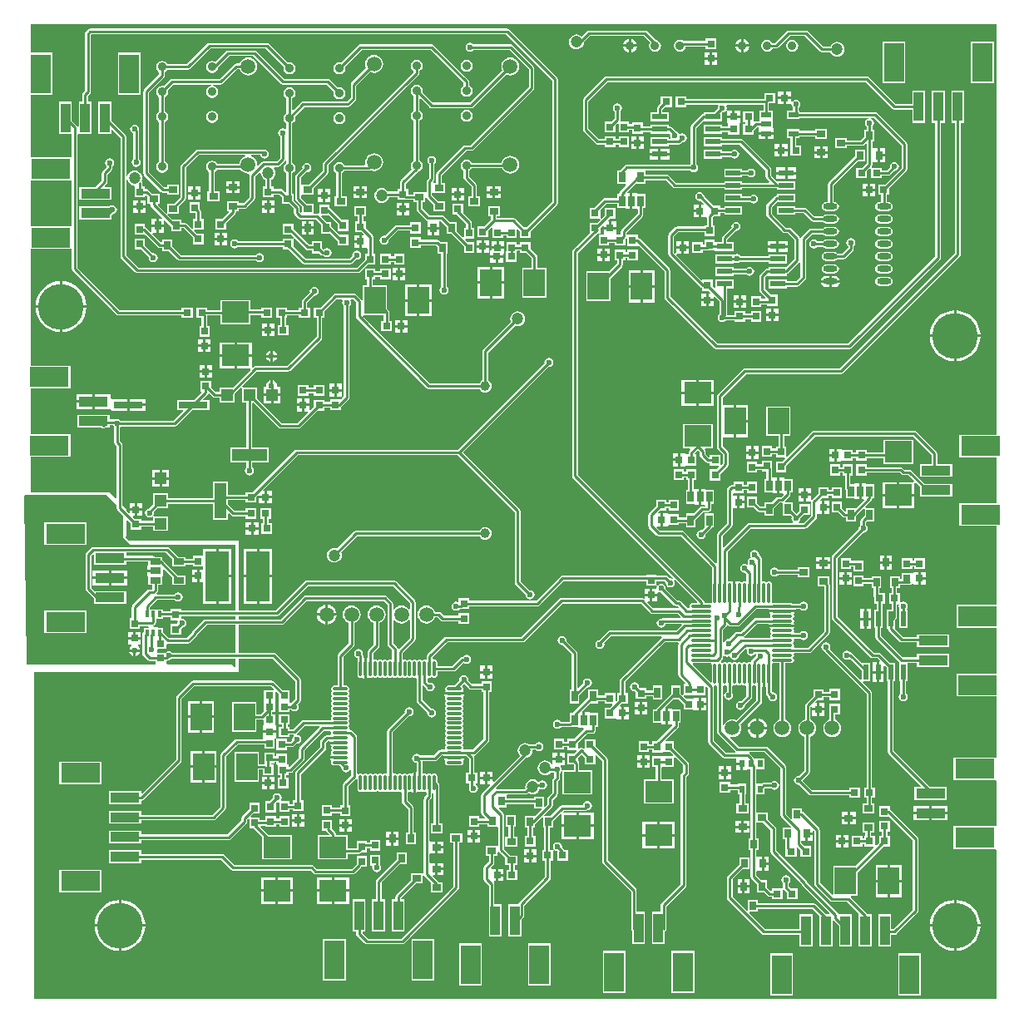
<source format=gtl>
G04*
G04 #@! TF.GenerationSoftware,Altium Limited,Altium Designer,19.0.14 (431)*
G04*
G04 Layer_Physical_Order=1*
G04 Layer_Color=255*
%FSLAX25Y25*%
%MOIN*%
G70*
G01*
G75*
%ADD12C,0.01000*%
%ADD52R,0.11811X0.03937*%
%ADD53R,0.15748X0.07874*%
%ADD54R,0.03937X0.11811*%
%ADD55R,0.07874X0.15748*%
%ADD56R,0.02953X0.03150*%
%ADD57R,0.03150X0.02953*%
%ADD58R,0.03937X0.02362*%
%ADD59R,0.02756X0.03543*%
%ADD60R,0.03543X0.02756*%
%ADD61R,0.02559X0.04331*%
%ADD62R,0.10799X0.08500*%
%ADD63R,0.04331X0.02559*%
%ADD64R,0.02362X0.06102*%
%ADD65R,0.08500X0.10799*%
%ADD66O,0.01181X0.06299*%
%ADD67O,0.06299X0.01181*%
%ADD68R,0.01575X0.02559*%
%ADD69R,0.14173X0.04724*%
%ADD70R,0.04724X0.04724*%
%ADD71R,0.09252X0.20079*%
%ADD72R,0.02165X0.03150*%
%ADD73R,0.06102X0.02362*%
%ADD74O,0.01181X0.08268*%
%ADD75O,0.08268X0.01181*%
%ADD76R,0.04724X0.04724*%
%ADD77R,0.04724X0.14173*%
%ADD78R,0.11811X0.02756*%
%ADD79O,0.05709X0.02362*%
%ADD80C,0.03543*%
%ADD81C,0.04724*%
%ADD82C,0.18307*%
%ADD83C,0.03543*%
%ADD84C,0.05906*%
%ADD85C,0.03937*%
%ADD86C,0.02362*%
G36*
X145520Y377314D02*
Y376548D01*
X144932Y376155D01*
X144408Y375370D01*
X144224Y374445D01*
X144408Y373520D01*
X144932Y372735D01*
X145520Y372342D01*
Y364806D01*
X145058Y364615D01*
X143982Y365691D01*
X143618Y365934D01*
X143189Y366019D01*
X143189Y366019D01*
X140218D01*
Y367072D01*
X139263D01*
Y369703D01*
X139636Y369857D01*
X140254Y370332D01*
X140729Y370951D01*
X141028Y371672D01*
X141130Y372445D01*
X141028Y373218D01*
X140729Y373939D01*
X140392Y374378D01*
X140622Y374879D01*
X142055D01*
X142055Y374878D01*
X142484Y374964D01*
X142848Y375207D01*
X144793Y377152D01*
X144793Y377152D01*
X145020Y377492D01*
X145057Y377498D01*
X145520Y377314D01*
D02*
G37*
G36*
X59520Y351029D02*
X43000D01*
Y369515D01*
X59520D01*
Y351029D01*
D02*
G37*
G36*
X430000Y267542D02*
X415065D01*
Y258468D01*
X430000D01*
Y239982D01*
X415065D01*
Y230908D01*
X430000D01*
Y199295D01*
X413916D01*
Y190222D01*
X430000D01*
Y171736D01*
X413916D01*
Y162662D01*
X430000D01*
Y138533D01*
X429734Y138143D01*
X429500Y138143D01*
X412786D01*
Y129069D01*
X429500D01*
X429734Y129069D01*
X430000Y128680D01*
Y110973D01*
X429734Y110583D01*
X429500Y110583D01*
X412786D01*
Y101509D01*
X429500D01*
X429734Y101509D01*
X430000Y101119D01*
Y41500D01*
X44500D01*
Y172347D01*
X44962Y172538D01*
X45000Y172500D01*
X126500D01*
Y177823D01*
X140024D01*
X149020Y168827D01*
Y161695D01*
X147269Y159944D01*
X146769Y160152D01*
X146769Y160869D01*
X146769Y161021D01*
Y165021D01*
X144104D01*
X140490Y168636D01*
X140126Y168879D01*
X139697Y168964D01*
X139697Y168964D01*
X108039D01*
X108039Y168964D01*
X107610Y168879D01*
X107246Y168636D01*
X107246Y168635D01*
X101566Y162955D01*
X101323Y162591D01*
X101237Y162162D01*
X101237Y162162D01*
Y137409D01*
X87677Y123849D01*
X87215Y124040D01*
Y124635D01*
X74204D01*
Y119498D01*
X87215D01*
Y120371D01*
X87363Y120828D01*
X87792Y120913D01*
X88156Y121156D01*
X103152Y136152D01*
X103152Y136152D01*
X103395Y136516D01*
X103480Y136945D01*
Y161697D01*
X108504Y166721D01*
X139232D01*
X140432Y165521D01*
X140225Y165021D01*
X136514D01*
Y160869D01*
X136514D01*
Y160521D01*
X136514D01*
Y156856D01*
X135224Y155566D01*
X133492D01*
Y160444D01*
X123792D01*
Y148445D01*
X133492D01*
Y153323D01*
X135689D01*
X135689Y153323D01*
X136014Y153388D01*
X136366Y153198D01*
X136514Y153072D01*
Y151421D01*
X136514Y151368D01*
X136387Y150921D01*
X136114D01*
Y148945D01*
X141264D01*
Y150921D01*
X140991D01*
X140864Y151368D01*
X140864Y151421D01*
Y155521D01*
X139811D01*
Y156369D01*
X140864D01*
Y160521D01*
X140864D01*
Y160869D01*
X140864D01*
Y164382D01*
X141364Y164590D01*
X142420Y163534D01*
Y161021D01*
X142420Y160521D01*
X142420Y160369D01*
Y156369D01*
X146769D01*
Y157323D01*
X147249D01*
X147358Y157161D01*
X147947Y156767D01*
X148642Y156629D01*
X149337Y156767D01*
X149926Y157161D01*
X150320Y157750D01*
X150458Y158445D01*
X150320Y159140D01*
X150046Y159549D01*
X150935Y160438D01*
X150935Y160438D01*
X151178Y160801D01*
X151263Y161231D01*
X151263Y161231D01*
Y169291D01*
X151263Y169291D01*
X151178Y169720D01*
X150935Y170084D01*
X150935Y170084D01*
X141281Y179738D01*
X140917Y179981D01*
X140488Y180066D01*
X140488Y180066D01*
X126500D01*
Y191323D01*
X143642D01*
X143642Y191323D01*
X144071Y191409D01*
X144435Y191652D01*
X153563Y200780D01*
X184524D01*
X186020Y199284D01*
Y183445D01*
X186020Y183445D01*
X186106Y183016D01*
X186349Y182652D01*
X187804Y181197D01*
Y177760D01*
X187304Y177483D01*
X186957Y177552D01*
X186492Y177460D01*
X186098Y177197D01*
X185846D01*
X185453Y177460D01*
X184988Y177552D01*
X184524Y177460D01*
X184130Y177197D01*
X183878D01*
X183484Y177460D01*
X183020Y177552D01*
X182555Y177460D01*
X182161Y177197D01*
X181910D01*
X181516Y177460D01*
X181051Y177552D01*
X180704Y177483D01*
X180204Y177760D01*
Y179921D01*
X182435Y182152D01*
X182435Y182152D01*
X182678Y182516D01*
X182763Y182945D01*
X182763Y182945D01*
Y192064D01*
X183433Y192342D01*
X184176Y192911D01*
X184745Y193653D01*
X185103Y194517D01*
X185225Y195445D01*
X185103Y196372D01*
X184745Y197237D01*
X184176Y197979D01*
X183433Y198548D01*
X182569Y198906D01*
X181642Y199028D01*
X180714Y198906D01*
X179850Y198548D01*
X179108Y197979D01*
X178538Y197237D01*
X178180Y196372D01*
X178058Y195445D01*
X178180Y194517D01*
X178538Y193653D01*
X179108Y192911D01*
X179850Y192342D01*
X180520Y192064D01*
Y183409D01*
X178290Y181179D01*
X178047Y180815D01*
X177961Y180386D01*
X177961Y180386D01*
Y178241D01*
X177614Y177998D01*
Y173779D01*
Y169698D01*
X177735Y169722D01*
X178261Y170074D01*
X178383Y170256D01*
X178618Y170099D01*
X179083Y170007D01*
X179547Y170099D01*
X179941Y170362D01*
X180193D01*
X180587Y170099D01*
X181051Y170007D01*
X181516Y170099D01*
X181910Y170362D01*
X182161D01*
X182555Y170099D01*
X183020Y170007D01*
X183484Y170099D01*
X183878Y170362D01*
X184130D01*
X184524Y170099D01*
X184988Y170007D01*
X185453Y170099D01*
X185846Y170362D01*
X186098D01*
X186492Y170099D01*
X186957Y170007D01*
X187421Y170099D01*
X187815Y170362D01*
X188067D01*
X188461Y170099D01*
X188925Y170007D01*
X189390Y170099D01*
X189784Y170362D01*
X190035D01*
X190429Y170099D01*
X190894Y170007D01*
X191358Y170099D01*
X191752Y170362D01*
X192004D01*
X192398Y170099D01*
X192862Y170007D01*
X193327Y170099D01*
X193720Y170362D01*
X193972D01*
X194366Y170099D01*
X194831Y170007D01*
X195295Y170099D01*
X195689Y170362D01*
X195941D01*
X196335Y170099D01*
X196799Y170007D01*
X197146Y170076D01*
X197646Y169799D01*
Y160819D01*
X197646Y160819D01*
X197731Y160390D01*
X197975Y160026D01*
X201864Y156137D01*
X201826Y155945D01*
X201964Y155250D01*
X202358Y154661D01*
X202947Y154267D01*
X203642Y154129D01*
X204337Y154267D01*
X204926Y154661D01*
X205319Y155250D01*
X205458Y155945D01*
X205319Y156640D01*
X204926Y157229D01*
X204337Y157623D01*
X203642Y157761D01*
X203450Y157723D01*
X199889Y161284D01*
Y166904D01*
X200389Y167111D01*
X201393Y166108D01*
X201464Y165750D01*
X201858Y165161D01*
X202447Y164767D01*
X203142Y164629D01*
X203837Y164767D01*
X204426Y165161D01*
X204819Y165750D01*
X204958Y166445D01*
X204819Y167140D01*
X204426Y167729D01*
X203837Y168123D01*
X203142Y168261D01*
X202533Y168140D01*
X201980Y168693D01*
Y169717D01*
X202480Y170051D01*
X202705Y170007D01*
X203169Y170099D01*
X203563Y170362D01*
X203815D01*
X204209Y170099D01*
X204673Y170007D01*
X205138Y170099D01*
X205532Y170362D01*
X205795Y170756D01*
X205887Y171221D01*
Y172658D01*
X212476D01*
X212476Y172658D01*
X212906Y172743D01*
X213269Y172986D01*
X216409Y176126D01*
X216947Y175767D01*
X217642Y175629D01*
X218337Y175767D01*
X218926Y176161D01*
X219320Y176750D01*
X219458Y177445D01*
X219320Y178140D01*
X218926Y178729D01*
X218337Y179123D01*
X217642Y179261D01*
X216947Y179123D01*
X216358Y178729D01*
X216249Y178566D01*
X216142D01*
X215712Y178481D01*
X215349Y178238D01*
X215349Y178238D01*
X212012Y174901D01*
X205887D01*
Y176339D01*
X205795Y176803D01*
X205532Y177197D01*
X205138Y177460D01*
X204673Y177552D01*
X204528Y177524D01*
X204104Y177833D01*
X204071Y178288D01*
X210106Y184323D01*
X240142D01*
X240142Y184323D01*
X240571Y184409D01*
X240935Y184652D01*
X256106Y199823D01*
X287441D01*
X291250Y196014D01*
X291250Y196014D01*
X291614Y195771D01*
X292043Y195686D01*
X292043Y195686D01*
X302315D01*
X303509Y194492D01*
X303302Y193992D01*
X296567D01*
X296567Y193992D01*
X296138Y193906D01*
X295856Y193718D01*
X295642Y193761D01*
X294947Y193623D01*
X294358Y193229D01*
X293964Y192640D01*
X293826Y191945D01*
X293964Y191250D01*
X294358Y190661D01*
X294947Y190267D01*
X295642Y190129D01*
X296337Y190267D01*
X296926Y190661D01*
X297320Y191250D01*
X297419Y191748D01*
X303652D01*
X303859Y191249D01*
X301677Y189066D01*
X275131D01*
X275130Y189066D01*
X274701Y188981D01*
X274337Y188738D01*
X274337Y188738D01*
X270790Y185191D01*
X270447Y185123D01*
X269858Y184729D01*
X269464Y184140D01*
X269326Y183445D01*
X269464Y182750D01*
X269858Y182161D01*
X270447Y181767D01*
X271142Y181629D01*
X271837Y181767D01*
X272426Y182161D01*
X272819Y182750D01*
X272958Y183445D01*
X272835Y184063D01*
X275595Y186823D01*
X295831D01*
X295982Y186323D01*
X295837Y186226D01*
X295837Y186226D01*
X279349Y169738D01*
X279105Y169374D01*
X279020Y168945D01*
X279020Y168945D01*
Y164025D01*
X278065D01*
Y161144D01*
X277680Y160758D01*
X277218Y160950D01*
Y164025D01*
X273065D01*
Y162925D01*
X270261D01*
Y165387D01*
X266502D01*
Y162344D01*
X260108Y155950D01*
X260101Y155939D01*
X259022D01*
Y152880D01*
X258709Y152566D01*
X255534D01*
X255426Y152729D01*
X254837Y153123D01*
X254142Y153261D01*
X253447Y153123D01*
X252858Y152729D01*
X252464Y152140D01*
X252326Y151445D01*
X252464Y150750D01*
X252858Y150161D01*
X253447Y149767D01*
X254142Y149629D01*
X254837Y149767D01*
X255426Y150161D01*
X255534Y150323D01*
X259173D01*
X259173Y150323D01*
X259598Y150408D01*
X262362D01*
Y150008D01*
X264459D01*
X264666Y149508D01*
X260730Y145572D01*
X258065D01*
Y144566D01*
X256718D01*
Y145620D01*
X252565D01*
Y141270D01*
X256718D01*
Y142323D01*
X258065D01*
Y141223D01*
X261579D01*
X261786Y140723D01*
X260730Y139667D01*
X258065D01*
Y135317D01*
X260615D01*
Y132996D01*
X256521D01*
X256206Y132996D01*
X255816Y133209D01*
Y133209D01*
X255816Y133209D01*
X255673Y133659D01*
X255612Y133965D01*
X255278Y134465D01*
X255381Y134790D01*
X255500Y134965D01*
X257118D01*
Y137039D01*
X254642D01*
X252165D01*
Y135656D01*
X251994Y135571D01*
X251665Y135522D01*
X251254Y136057D01*
X250636Y136532D01*
X249915Y136831D01*
X249142Y136933D01*
X248368Y136831D01*
X247648Y136532D01*
X247029Y136057D01*
X246554Y135439D01*
X246256Y134718D01*
X246154Y133945D01*
X246256Y133172D01*
X246554Y132451D01*
X247029Y131832D01*
X247648Y131357D01*
X248368Y131059D01*
X249142Y130957D01*
X249915Y131059D01*
X250636Y131357D01*
X251254Y131832D01*
X251497Y132148D01*
X252542D01*
X252651Y131985D01*
X252813Y131877D01*
Y130202D01*
X252349Y129738D01*
X252105Y129374D01*
X252020Y128945D01*
X252020Y128945D01*
Y124089D01*
X250349Y122417D01*
X250106Y122053D01*
X250020Y121624D01*
X250020Y121624D01*
Y119519D01*
X249062Y118561D01*
X248600Y118752D01*
Y122531D01*
X244644D01*
Y121718D01*
X233600D01*
Y122968D01*
X233949Y123323D01*
X241372D01*
X241372Y123323D01*
X241802Y123409D01*
X242165Y123652D01*
X242491Y123978D01*
X242648Y123857D01*
X243368Y123559D01*
X244142Y123457D01*
X244915Y123559D01*
X245636Y123857D01*
X246254Y124332D01*
X246729Y124951D01*
X246856Y125257D01*
X247447Y125464D01*
X248142Y125326D01*
X248837Y125464D01*
X249426Y125858D01*
X249819Y126447D01*
X249958Y127142D01*
X249819Y127837D01*
X249426Y128426D01*
X248837Y128820D01*
X248142Y128958D01*
X247447Y128820D01*
X246858Y128426D01*
X246320Y128472D01*
X246254Y128558D01*
X245636Y129032D01*
X244915Y129331D01*
X244142Y129433D01*
X243368Y129331D01*
X242648Y129032D01*
X242029Y128558D01*
X241554Y127939D01*
X241256Y127218D01*
X241154Y126445D01*
X241221Y125937D01*
X240879Y125566D01*
X229556D01*
X229538Y125586D01*
X229312Y126029D01*
X241282Y137999D01*
X241915Y138083D01*
X242636Y138381D01*
X243254Y138856D01*
X243729Y139475D01*
X244028Y140195D01*
X244129Y140969D01*
X244441Y141323D01*
X245249D01*
X245358Y141161D01*
X245947Y140767D01*
X246642Y140629D01*
X247337Y140767D01*
X247926Y141161D01*
X248320Y141750D01*
X248458Y142445D01*
X248320Y143140D01*
X247926Y143729D01*
X247337Y144123D01*
X246642Y144261D01*
X245947Y144123D01*
X245358Y143729D01*
X245249Y143566D01*
X242618D01*
X242618Y143566D01*
X242613Y143565D01*
X241915Y143854D01*
X241142Y143956D01*
X240368Y143854D01*
X239648Y143556D01*
X239029Y143081D01*
X238554Y142462D01*
X238256Y141742D01*
X238154Y140969D01*
X238256Y140195D01*
X238554Y139475D01*
X239002Y138891D01*
X228631Y128521D01*
X228169Y128712D01*
Y129445D01*
X226095D01*
Y127469D01*
X226926D01*
X227117Y127007D01*
X223849Y123738D01*
X223605Y123374D01*
X223520Y122945D01*
X223520Y122945D01*
Y115963D01*
X223520Y115963D01*
X223605Y115533D01*
X223849Y115170D01*
X224886Y114133D01*
X224694Y113671D01*
X222698D01*
Y114724D01*
X218546D01*
Y110374D01*
X222698D01*
Y111428D01*
X225904D01*
Y110351D01*
X229807D01*
X229860Y110351D01*
X230307Y110224D01*
Y103034D01*
X230057Y102637D01*
X229807Y102637D01*
X225313D01*
Y98681D01*
X226564D01*
Y96380D01*
X224849Y94665D01*
X224605Y94301D01*
X224520Y93872D01*
X224520Y93872D01*
Y89445D01*
X224520Y89445D01*
X224605Y89016D01*
X224849Y88652D01*
X226614Y86886D01*
Y79341D01*
X226572D01*
Y66330D01*
X231709D01*
Y79341D01*
X228857D01*
Y87351D01*
X228772Y87780D01*
X228579Y88069D01*
X228683Y88426D01*
X228761Y88569D01*
X229363D01*
Y91045D01*
Y93522D01*
X227585D01*
X227378Y94022D01*
X228478Y95122D01*
X228478Y95122D01*
X228721Y95486D01*
X228807Y95915D01*
X228807Y95915D01*
Y98681D01*
X230057D01*
Y100223D01*
X230557Y100375D01*
X230636Y100257D01*
X233187Y97705D01*
Y94941D01*
X234647D01*
Y93122D01*
X233593D01*
Y88969D01*
X237943D01*
Y93122D01*
X236890D01*
Y94941D01*
X237931D01*
Y98897D01*
X235167D01*
X232550Y101514D01*
Y115158D01*
X232550Y115158D01*
X232465Y115587D01*
X232222Y115951D01*
X230410Y117763D01*
X230601Y118225D01*
X233600D01*
Y119475D01*
X244644D01*
Y117788D01*
X247635D01*
X247827Y117326D01*
X245313Y114812D01*
X244860Y114657D01*
Y114657D01*
X244860Y114657D01*
X240904D01*
Y109914D01*
X242001D01*
Y106771D01*
X241046D01*
Y102422D01*
X245198D01*
Y106771D01*
X244244D01*
Y109914D01*
X244860D01*
Y111288D01*
X245165Y111492D01*
X247884Y114211D01*
X248384Y114004D01*
Y109914D01*
X248650D01*
Y101021D01*
X248014D01*
Y96868D01*
X249067D01*
Y90409D01*
X238755Y80097D01*
X238511Y79733D01*
X238434Y79341D01*
X234446D01*
Y66330D01*
X239583D01*
Y73252D01*
X240341Y74010D01*
X240341Y74010D01*
X240584Y74374D01*
X240669Y74803D01*
X240669Y74803D01*
Y78839D01*
X250982Y89152D01*
X250982Y89152D01*
X251225Y89516D01*
X251310Y89945D01*
X251310Y89945D01*
Y96868D01*
X252364D01*
Y100541D01*
X252364Y100767D01*
X252794Y101087D01*
X252858Y101078D01*
X252955Y101013D01*
X253447Y100684D01*
X253920Y100590D01*
Y96868D01*
X258269D01*
Y101021D01*
X257009D01*
X256888Y101202D01*
X255920Y102171D01*
X255958Y102362D01*
X255820Y103057D01*
X255426Y103646D01*
X254837Y104040D01*
X254142Y104178D01*
X253447Y104040D01*
X252858Y103646D01*
X252464Y103057D01*
X252326Y102362D01*
X252464Y101667D01*
X252637Y101408D01*
X252301Y101029D01*
X252257Y101021D01*
X251907Y101021D01*
X250893D01*
Y109914D01*
X252340D01*
Y112677D01*
X255242Y115579D01*
X255742Y115372D01*
Y111244D01*
X261642D01*
Y115994D01*
X256647D01*
X256400Y116494D01*
X256578Y116727D01*
X265092D01*
X265092Y116727D01*
X265522Y116812D01*
X265885Y117055D01*
X265950Y117120D01*
X266142Y117082D01*
X266837Y117220D01*
X267426Y117613D01*
X267819Y118203D01*
X267958Y118898D01*
X267819Y119593D01*
X267426Y120182D01*
X266837Y120575D01*
X266142Y120714D01*
X265447Y120575D01*
X264858Y120182D01*
X264464Y119593D01*
X264340Y118970D01*
X255925D01*
X255925Y118970D01*
X255496Y118885D01*
X255132Y118641D01*
X255132Y118641D01*
X251148Y114657D01*
X249037D01*
X248830Y115157D01*
X251935Y118262D01*
X251935Y118262D01*
X252178Y118625D01*
X252263Y119055D01*
Y121159D01*
X253935Y122831D01*
X253935Y122831D01*
X254178Y123195D01*
X254263Y123624D01*
X254263Y123624D01*
Y128480D01*
X254728Y128945D01*
X254728Y128945D01*
X254971Y129309D01*
X255056Y129738D01*
Y131877D01*
X255219Y131985D01*
X255436Y132311D01*
X255612Y132575D01*
X255666Y132721D01*
X255666D01*
Y132721D01*
X256142Y132674D01*
X256142Y132538D01*
X256142Y132538D01*
X256142Y132522D01*
Y123296D01*
X268141D01*
Y132996D01*
X262858D01*
Y135898D01*
X262772Y136327D01*
X262529Y136691D01*
X262529Y136691D01*
X262218Y137002D01*
Y137982D01*
X263618Y139382D01*
X265065Y137935D01*
Y135270D01*
X269218D01*
Y138981D01*
X269718Y139188D01*
X272020Y136886D01*
Y96445D01*
X272020Y96445D01*
X272106Y96016D01*
X272349Y95652D01*
X283614Y84386D01*
Y69449D01*
X283699Y69020D01*
X283943Y68656D01*
X284048Y68585D01*
Y63308D01*
X289185D01*
Y76319D01*
X285857D01*
Y84851D01*
X285772Y85280D01*
X285529Y85644D01*
X285529Y85644D01*
X274263Y96909D01*
Y137350D01*
X274263Y137350D01*
X274178Y137780D01*
X273935Y138144D01*
X273935Y138144D01*
X269218Y142860D01*
Y145525D01*
X265065D01*
Y141814D01*
X264565Y141607D01*
X264411Y141762D01*
X264047Y142005D01*
X263618Y142090D01*
X263189Y142005D01*
X262825Y141762D01*
X262825Y141762D01*
X262718Y141655D01*
X262218Y141862D01*
Y143888D01*
X266106Y147776D01*
X268142D01*
X268142Y147776D01*
X268571Y147862D01*
X268935Y148105D01*
X269175Y148345D01*
X269175Y148345D01*
X269418Y148709D01*
X269503Y149138D01*
Y150408D01*
X270261D01*
Y155939D01*
X266921D01*
Y156339D01*
X265142D01*
Y153173D01*
X264142D01*
Y156774D01*
X264131Y156800D01*
X267187Y159857D01*
X270261D01*
Y160682D01*
X273065D01*
Y159676D01*
X275944D01*
X276135Y159214D01*
X275041Y158120D01*
X273065D01*
Y153770D01*
X277218D01*
Y153770D01*
X277665Y153643D01*
Y153370D01*
X279642D01*
Y155945D01*
Y158520D01*
X279267D01*
X279076Y158982D01*
X279770Y159676D01*
X282218D01*
Y164025D01*
X281263D01*
Y168480D01*
X297094Y184311D01*
X302281D01*
X302558Y183828D01*
X302555Y183811D01*
X302473Y183398D01*
X302473Y183398D01*
Y171445D01*
X302473Y171445D01*
X302558Y171016D01*
X302801Y170652D01*
X305419Y168034D01*
X305227Y167572D01*
X304565D01*
Y163672D01*
X304565Y163425D01*
X304069Y163214D01*
X303435Y163848D01*
Y166907D01*
X299676D01*
Y163876D01*
X293282Y157482D01*
X293266Y157458D01*
X292195D01*
Y151928D01*
X295535D01*
Y151528D01*
X297315D01*
Y154693D01*
Y158265D01*
X297292Y158320D01*
X300348Y161376D01*
X302734D01*
X304565Y159545D01*
Y157317D01*
X308518Y157317D01*
X308760Y156917D01*
X308960Y156917D01*
X308960Y156917D01*
X310736D01*
Y159492D01*
Y162067D01*
X308960D01*
X308960Y162067D01*
X308760Y162067D01*
X308518Y161667D01*
X308260Y161667D01*
X305616D01*
X304556Y162726D01*
X304767Y163223D01*
X304982Y163223D01*
X308718D01*
Y163223D01*
X309160D01*
Y163223D01*
X313313D01*
Y166535D01*
X313774Y166726D01*
X314520Y165980D01*
Y144445D01*
X314520Y144445D01*
X314605Y144016D01*
X314849Y143652D01*
X320349Y138152D01*
X320349Y138152D01*
X320712Y137909D01*
X321142Y137823D01*
X325819D01*
Y136102D01*
X327902D01*
Y135602D01*
X328402D01*
Y133027D01*
X329984D01*
Y133427D01*
X331520D01*
Y105854D01*
X330664D01*
Y101111D01*
X331520D01*
Y90519D01*
X331520Y90519D01*
X331606Y90090D01*
X331849Y89726D01*
X334164Y87411D01*
Y84174D01*
X336927D01*
X338349Y82752D01*
X338713Y82509D01*
X339142Y82424D01*
X339142Y82424D01*
X340014D01*
Y81469D01*
X344364D01*
Y85005D01*
X344598Y85140D01*
X344864Y85190D01*
X345920Y84134D01*
Y81469D01*
X350269D01*
Y85622D01*
X347604D01*
X346713Y86513D01*
Y87709D01*
X346875Y87818D01*
X347269Y88407D01*
X347407Y89102D01*
X347269Y89797D01*
X346875Y90386D01*
X346286Y90780D01*
X345591Y90918D01*
X344896Y90780D01*
X344307Y90386D01*
X343913Y89797D01*
X343775Y89102D01*
X343913Y88407D01*
X344307Y87818D01*
X344469Y87709D01*
Y86078D01*
X344461Y86040D01*
X344045Y85622D01*
X340014D01*
Y84889D01*
X339514Y84759D01*
X338120Y86153D01*
Y88917D01*
X335830D01*
X333763Y90984D01*
Y92436D01*
X334004Y92836D01*
X334263Y92836D01*
X335882D01*
Y95608D01*
Y98380D01*
X334263D01*
X334004Y98380D01*
X333763Y98780D01*
Y101111D01*
X334620D01*
Y105854D01*
X333763D01*
Y112130D01*
X336471D01*
X339485Y109116D01*
Y100354D01*
X339485Y100354D01*
X339570Y99925D01*
X339813Y99561D01*
X352043Y87332D01*
X352105Y87016D01*
X352349Y86652D01*
X363135Y75866D01*
X362944Y75404D01*
X361531D01*
X357471Y79464D01*
X357107Y79707D01*
X356678Y79793D01*
X356678Y79793D01*
X334380D01*
Y81043D01*
X330424D01*
Y76956D01*
X329924Y76749D01*
X324263Y82410D01*
Y89384D01*
X328116Y93237D01*
X330879D01*
Y97980D01*
X326924D01*
Y95216D01*
X322349Y90641D01*
X322106Y90277D01*
X322020Y89848D01*
X322020Y89848D01*
Y81945D01*
X322020Y81945D01*
X322106Y81516D01*
X322349Y81152D01*
X336058Y67443D01*
X336058Y67443D01*
X336421Y67200D01*
X336851Y67114D01*
X351188D01*
Y62393D01*
X356325D01*
Y75404D01*
X351188D01*
Y69357D01*
X337315D01*
X330873Y75800D01*
X331080Y76300D01*
X334380D01*
Y77550D01*
X356213D01*
X359062Y74701D01*
Y62393D01*
X364199D01*
Y72829D01*
X364699Y72980D01*
X364720Y72949D01*
X366936Y70733D01*
Y62393D01*
X372073D01*
Y75404D01*
X366972D01*
X366936Y75404D01*
X366505Y75570D01*
X366306Y75867D01*
X366306Y75867D01*
X354241Y87932D01*
X354178Y88248D01*
X353935Y88612D01*
X353935Y88612D01*
X341728Y100819D01*
Y109581D01*
X341728Y109581D01*
X341642Y110010D01*
X341399Y110374D01*
X341399Y110374D01*
X338450Y113323D01*
Y116086D01*
X333763D01*
Y123388D01*
X337065D01*
Y125659D01*
X337229Y125823D01*
X339749D01*
X339858Y125661D01*
X340447Y125267D01*
X341142Y125129D01*
X341837Y125267D01*
X342426Y125661D01*
X342819Y126250D01*
X342958Y126945D01*
X342819Y127640D01*
X342426Y128229D01*
X341837Y128623D01*
X341142Y128761D01*
X340447Y128623D01*
X339858Y128229D01*
X339749Y128066D01*
X336764D01*
X336764Y128066D01*
X336335Y127981D01*
X335971Y127738D01*
X335971Y127738D01*
X335971Y127737D01*
X333763D01*
Y133427D01*
X337065D01*
Y137777D01*
X333699D01*
X333699Y137777D01*
X333324D01*
Y137777D01*
X333199Y137777D01*
X332741D01*
X332678Y138094D01*
X332435Y138458D01*
X332435Y138458D01*
X331155Y139738D01*
X331027Y139823D01*
X331179Y140323D01*
X336960D01*
X343520Y133763D01*
Y114945D01*
X343520Y114945D01*
X343605Y114516D01*
X343849Y114152D01*
X347559Y110442D01*
X347367Y109980D01*
X344424D01*
Y105236D01*
X345280D01*
Y101833D01*
X345280Y101833D01*
X345365Y101403D01*
X345514Y101181D01*
Y98469D01*
X349864D01*
Y101983D01*
X350364Y102190D01*
X351420Y101134D01*
Y98469D01*
X355769D01*
Y102622D01*
X353104D01*
X351763Y103963D01*
Y104836D01*
X353382D01*
Y107608D01*
X353882D01*
Y108108D01*
X356260D01*
Y108607D01*
X356731Y108813D01*
X357020Y108581D01*
Y87445D01*
X357020Y87445D01*
X357105Y87016D01*
X357349Y86652D01*
X363349Y80652D01*
X363349Y80652D01*
X363713Y80409D01*
X364142Y80323D01*
X364142Y80323D01*
X370177D01*
X374648Y75853D01*
X374810Y75404D01*
X374810D01*
X374810Y75404D01*
Y62393D01*
X379947D01*
Y75404D01*
X378219D01*
X378117Y75556D01*
X371570Y82102D01*
X371762Y82602D01*
X374291D01*
Y92212D01*
X384604Y102525D01*
X387269D01*
Y106678D01*
X386263D01*
Y108474D01*
X387218D01*
Y112824D01*
X383065D01*
Y108474D01*
X384020D01*
Y106678D01*
X382920D01*
Y104013D01*
X381864Y102957D01*
X381364Y103164D01*
Y106678D01*
X379763D01*
Y108144D01*
X381013D01*
Y112100D01*
X376270D01*
Y108144D01*
X377520D01*
Y106678D01*
X377014D01*
Y105723D01*
X376269D01*
Y106678D01*
X371920D01*
Y102525D01*
X376269D01*
Y103480D01*
X377014D01*
Y102525D01*
X380725D01*
X380932Y102025D01*
X373508Y94602D01*
X364591D01*
Y83289D01*
X364091Y83082D01*
X359263Y87910D01*
Y109102D01*
X359263Y109102D01*
X359178Y109531D01*
X358935Y109895D01*
X358935Y109895D01*
X352554Y116275D01*
X352191Y116518D01*
X352120Y116533D01*
Y117854D01*
X348164D01*
Y113716D01*
X347664Y113509D01*
X345763Y115409D01*
Y134227D01*
X345763Y134227D01*
X345678Y134657D01*
X345435Y135020D01*
X345435Y135020D01*
X338217Y142238D01*
X337854Y142481D01*
X337424Y142566D01*
X337424Y142566D01*
X326654D01*
X323245Y145975D01*
X323478Y146449D01*
X324142Y146361D01*
X325069Y146484D01*
X325933Y146842D01*
X326676Y147411D01*
X327245Y148153D01*
X327603Y149017D01*
X327725Y149945D01*
X327603Y150872D01*
X327326Y151542D01*
X335647Y159864D01*
X335647Y159864D01*
X335891Y160228D01*
X335976Y160658D01*
Y166385D01*
X336323Y166628D01*
Y171831D01*
X337323D01*
Y166628D01*
X337670Y166385D01*
Y163925D01*
X337670Y163925D01*
X337755Y163496D01*
X337998Y163132D01*
X338494Y162637D01*
X338456Y162445D01*
X338594Y161750D01*
X338988Y161161D01*
X339577Y160767D01*
X340272Y160629D01*
X340967Y160767D01*
X341556Y161161D01*
X341949Y161750D01*
X342088Y162445D01*
X341949Y163140D01*
X341556Y163729D01*
X340967Y164123D01*
X340272Y164261D01*
X339913Y164667D01*
Y167823D01*
X340005Y168287D01*
Y175374D01*
X339969Y175555D01*
X340363Y175949D01*
X340413Y175961D01*
X340563Y175932D01*
X342985D01*
Y153311D01*
X342350Y153048D01*
X341608Y152479D01*
X341038Y151737D01*
X340680Y150872D01*
X340558Y149945D01*
X340680Y149017D01*
X341038Y148153D01*
X341608Y147411D01*
X342350Y146842D01*
X343214Y146484D01*
X344142Y146361D01*
X345069Y146484D01*
X345933Y146842D01*
X346676Y147411D01*
X347245Y148153D01*
X347603Y149017D01*
X347725Y149945D01*
X347603Y150872D01*
X347245Y151737D01*
X346676Y152479D01*
X345933Y153048D01*
X345228Y153340D01*
Y175932D01*
X347650D01*
X348114Y176024D01*
X348508Y176287D01*
X348771Y176681D01*
X348864Y177146D01*
X348771Y177610D01*
X348508Y178004D01*
Y178256D01*
X348771Y178649D01*
X348864Y179114D01*
X348799Y179437D01*
X349087Y179938D01*
X354874D01*
X354874Y179938D01*
X355303Y180023D01*
X355667Y180266D01*
X362935Y187534D01*
X362935Y187534D01*
X363178Y187898D01*
X363263Y188327D01*
X363263Y188327D01*
Y207142D01*
X363263Y207142D01*
X363178Y207571D01*
X362950Y207911D01*
Y210683D01*
X358207D01*
Y206727D01*
X360971D01*
X361020Y206677D01*
Y188791D01*
X354409Y182181D01*
X349101D01*
X348969Y182343D01*
X348790Y182681D01*
X348864Y183051D01*
X348771Y183516D01*
X348508Y183909D01*
Y184161D01*
X348771Y184555D01*
X348864Y185020D01*
X348799Y185343D01*
X349087Y185843D01*
X351249D01*
X351358Y185680D01*
X351947Y185287D01*
X352642Y185149D01*
X353337Y185287D01*
X353926Y185680D01*
X354320Y186270D01*
X354458Y186965D01*
X354320Y187660D01*
X353926Y188249D01*
X353337Y188642D01*
X352642Y188781D01*
X351947Y188642D01*
X351358Y188249D01*
X351249Y188086D01*
X349101D01*
X348969Y188249D01*
X348790Y188586D01*
X348864Y188957D01*
X348771Y189421D01*
X348614Y189656D01*
X348796Y189778D01*
X349148Y190305D01*
X349172Y190425D01*
X344106D01*
X339041D01*
X339065Y190305D01*
X339416Y189778D01*
X339599Y189656D01*
X339441Y189421D01*
X339349Y188957D01*
X339441Y188492D01*
X339705Y188098D01*
Y187846D01*
X339441Y187453D01*
X339349Y186988D01*
X339423Y186618D01*
X339243Y186280D01*
X339111Y186118D01*
X329000D01*
X328848Y186618D01*
X328899Y186652D01*
X333996Y191748D01*
X338645D01*
X338878Y191425D01*
X344106D01*
X349172D01*
X349148Y191546D01*
X348796Y192072D01*
X348614Y192194D01*
X348771Y192429D01*
X348864Y192894D01*
X348771Y193358D01*
X348508Y193752D01*
Y194004D01*
X348771Y194398D01*
X348864Y194862D01*
X348771Y195327D01*
X348614Y195562D01*
X348796Y195684D01*
X349148Y196210D01*
X349172Y196331D01*
X344106D01*
X339041D01*
X339065Y196210D01*
X339416Y195684D01*
X339599Y195562D01*
X339441Y195327D01*
X339349Y194862D01*
X339423Y194492D01*
X339243Y194154D01*
X339111Y193992D01*
X333532D01*
X333531Y193992D01*
X333102Y193906D01*
X332738Y193663D01*
X332738Y193663D01*
X327642Y188566D01*
X326189D01*
X325760Y188481D01*
X325396Y188238D01*
X325396Y188238D01*
X322833Y185676D01*
X322642Y185714D01*
X321947Y185575D01*
X321358Y185182D01*
X320964Y184593D01*
X320947Y184509D01*
X320447Y184558D01*
Y189263D01*
X321935Y190751D01*
X321935Y190751D01*
X322091Y190985D01*
X322652Y191131D01*
X322691Y191093D01*
X322691Y191093D01*
X323055Y190850D01*
X323484Y190764D01*
X323484Y190764D01*
X326335D01*
X326335Y190764D01*
X326764Y190850D01*
X327128Y191093D01*
X333689Y197654D01*
X338645D01*
X338878Y197331D01*
X344106D01*
X349335D01*
X349568Y197654D01*
X351249D01*
X351358Y197492D01*
X351947Y197098D01*
X352642Y196960D01*
X353337Y197098D01*
X353926Y197492D01*
X354320Y198081D01*
X354458Y198776D01*
X354320Y199470D01*
X353926Y200060D01*
X353337Y200453D01*
X352642Y200592D01*
X351947Y200453D01*
X351358Y200060D01*
X351249Y199897D01*
X348149D01*
X348114Y199921D01*
X347650Y200013D01*
X340563D01*
X340382Y199977D01*
X339973Y200386D01*
X339971Y200397D01*
X340005Y200571D01*
Y207657D01*
X339913Y208122D01*
X339650Y208516D01*
X339256Y208779D01*
X338791Y208871D01*
X338327Y208779D01*
X337933Y208516D01*
X337681D01*
X337287Y208779D01*
X336823Y208871D01*
X336476Y208802D01*
X335976Y209079D01*
Y217713D01*
X335891Y218142D01*
X335647Y218506D01*
X335647Y218506D01*
X334900Y219253D01*
X334938Y219445D01*
X334800Y220140D01*
X334406Y220729D01*
X333817Y221123D01*
X333122Y221261D01*
X332427Y221123D01*
X331838Y220729D01*
X331444Y220140D01*
X331306Y219445D01*
X331444Y218750D01*
X331572Y218558D01*
X331411Y218016D01*
X330822Y217623D01*
X330429Y217034D01*
X330290Y216339D01*
X330386Y215857D01*
X329936Y215556D01*
X329837Y215623D01*
X329142Y215761D01*
X328447Y215623D01*
X327858Y215229D01*
X327464Y214640D01*
X327326Y213945D01*
X327464Y213250D01*
X327858Y212661D01*
X328447Y212267D01*
X329142Y212129D01*
X329333Y212167D01*
X329796Y211705D01*
Y209079D01*
X329296Y208802D01*
X328949Y208871D01*
X328484Y208779D01*
X328091Y208516D01*
X327839D01*
X327445Y208779D01*
X326980Y208871D01*
X326516Y208779D01*
X326280Y208622D01*
X326158Y208804D01*
X325632Y209156D01*
X325512Y209180D01*
Y204114D01*
X324512D01*
Y209180D01*
X324391Y209156D01*
X323865Y208804D01*
X323743Y208622D01*
X323508Y208779D01*
X323043Y208871D01*
X322696Y208802D01*
X322196Y209079D01*
Y220693D01*
X331326Y229823D01*
X353142D01*
X353142Y229823D01*
X353571Y229909D01*
X353935Y230152D01*
X357636Y233853D01*
X357636Y233853D01*
X357879Y234216D01*
X357964Y234646D01*
X357964Y234646D01*
Y235443D01*
X358130Y235874D01*
X360106D01*
Y238449D01*
Y241024D01*
X359515D01*
X359324Y241486D01*
X360018Y242179D01*
X362683D01*
Y243233D01*
X364030D01*
Y242179D01*
X368183D01*
Y246529D01*
X364030D01*
Y245476D01*
X362683D01*
Y246529D01*
X358530D01*
Y243864D01*
X356118Y241452D01*
X355842Y241506D01*
X355618Y241638D01*
Y242949D01*
X353642D01*
Y240874D01*
X355268D01*
X355676Y240619D01*
X355721Y240417D01*
Y235110D01*
X352677Y232066D01*
X350936D01*
X350785Y232566D01*
X350926Y232661D01*
X351320Y233250D01*
X351458Y233945D01*
X351420Y234137D01*
X352652Y235368D01*
X355218D01*
Y239718D01*
X351065D01*
Y236955D01*
X349860Y235750D01*
X348226Y237384D01*
Y240442D01*
X345433D01*
X345226Y240943D01*
X347140Y242857D01*
X347140Y242857D01*
X347383Y243220D01*
X347468Y243650D01*
X347468Y243650D01*
Y244361D01*
X348226D01*
Y249891D01*
X344886D01*
Y250291D01*
X343106D01*
Y247126D01*
Y243961D01*
X344364D01*
X344571Y243461D01*
X343677Y242566D01*
X342634D01*
X342634Y242566D01*
X342205Y242481D01*
X341841Y242238D01*
X340045Y240442D01*
X336987D01*
Y238799D01*
X335390D01*
X334183Y240006D01*
Y242671D01*
X330030D01*
Y238321D01*
X332695D01*
X334132Y236884D01*
X334132Y236884D01*
X334496Y236641D01*
X334925Y236556D01*
X336987D01*
Y234912D01*
X340746D01*
Y237971D01*
X343098Y240323D01*
X344142D01*
X344142Y240323D01*
X344467Y240056D01*
Y234912D01*
X347526D01*
X347936Y234501D01*
X347826Y233945D01*
X347964Y233250D01*
X348358Y232661D01*
X348499Y232566D01*
X348347Y232066D01*
X330862D01*
X330862Y232066D01*
X330433Y231981D01*
X330069Y231738D01*
X320728Y222397D01*
X320228Y222604D01*
Y226945D01*
X323935Y230652D01*
X324178Y231016D01*
X324263Y231445D01*
X324263Y231445D01*
Y237921D01*
X326106D01*
Y240496D01*
Y243071D01*
X324263D01*
Y243837D01*
X324530Y244227D01*
X328683D01*
Y245280D01*
X330030D01*
Y244227D01*
X334183D01*
Y248576D01*
X330030D01*
Y247523D01*
X328683D01*
Y248576D01*
X324530D01*
Y247523D01*
X324098D01*
X323669Y247438D01*
X323305Y247195D01*
X323305Y247195D01*
X322349Y246238D01*
X322106Y245874D01*
X322020Y245445D01*
X322020Y245445D01*
Y231909D01*
X318313Y228203D01*
X318070Y227839D01*
X317985Y227410D01*
X317985Y227409D01*
Y216218D01*
X317485Y216011D01*
X304758Y228738D01*
X304394Y228981D01*
X303965Y229066D01*
X303964Y229066D01*
X295106D01*
X293761Y230412D01*
X293952Y230874D01*
X295220D01*
Y233449D01*
Y236024D01*
X294629D01*
X294438Y236486D01*
X295132Y237179D01*
X297797D01*
Y238233D01*
X298644D01*
Y237179D01*
X302797D01*
Y241529D01*
X298644D01*
Y240476D01*
X297797D01*
Y241529D01*
X293644D01*
Y238864D01*
X290849Y236069D01*
X290605Y235705D01*
X290520Y235276D01*
X290520Y235276D01*
Y230945D01*
X290520Y230945D01*
X290605Y230516D01*
X290849Y230152D01*
X293849Y227152D01*
X294213Y226909D01*
X294642Y226823D01*
X294642Y226823D01*
X303500D01*
X316016Y214307D01*
Y208121D01*
X315924Y207657D01*
Y200571D01*
X315960Y200390D01*
X315547Y199977D01*
X315366Y200013D01*
X312944D01*
Y200264D01*
X312859Y200693D01*
X312616Y201057D01*
X312616Y201057D01*
X262263Y251410D01*
Y340528D01*
X269943Y348207D01*
X271218D01*
Y350435D01*
X272203Y351420D01*
X272665Y351229D01*
Y350882D01*
X274642D01*
Y352957D01*
X274393D01*
X274202Y353419D01*
X274896Y354113D01*
X277218D01*
Y358462D01*
X273065D01*
Y355455D01*
X271714Y354104D01*
X271218Y354314D01*
Y357695D01*
X273622Y360099D01*
X278022D01*
Y358455D01*
X281362D01*
Y358055D01*
X283142D01*
Y361221D01*
Y364386D01*
X282310D01*
X282119Y364848D01*
X285037Y367766D01*
X285502Y367904D01*
Y367904D01*
X285502Y367904D01*
X289261D01*
Y369548D01*
X297453D01*
X300396Y366605D01*
X300396Y366605D01*
X300760Y366361D01*
X301189Y366276D01*
X320861D01*
Y365616D01*
X328163D01*
Y366276D01*
X342121D01*
Y365616D01*
X349423D01*
Y369179D01*
X342121D01*
X342121Y369179D01*
Y369179D01*
X341737Y369436D01*
X339763Y371410D01*
Y373945D01*
X339763Y373945D01*
X339678Y374374D01*
X339435Y374738D01*
X328435Y385738D01*
X328071Y385981D01*
X327642Y386066D01*
X327642Y386066D01*
X319923D01*
Y386726D01*
X312620D01*
Y383164D01*
X319923D01*
Y383823D01*
X327177D01*
X337520Y373480D01*
Y370945D01*
X337520Y370945D01*
X337606Y370516D01*
X337849Y370152D01*
X339019Y368981D01*
X338828Y368519D01*
X328163D01*
Y369179D01*
X320861D01*
Y368519D01*
X301654D01*
X298710Y371462D01*
X298346Y371706D01*
X297917Y371791D01*
X297917Y371791D01*
X289261D01*
X289261Y373435D01*
X289755Y373449D01*
X307249D01*
X307358Y373287D01*
X307947Y372893D01*
X308642Y372755D01*
X309337Y372893D01*
X309926Y373287D01*
X310319Y373876D01*
X310458Y374571D01*
X310319Y375266D01*
X309926Y375855D01*
X309763Y375964D01*
Y390480D01*
X312217Y392935D01*
X312620Y393164D01*
Y393164D01*
X312620Y393164D01*
X319923D01*
Y396163D01*
X320142Y396629D01*
X320837Y396767D01*
X321426Y397161D01*
X321638Y397478D01*
X322077Y397305D01*
X322114Y397110D01*
X322114Y396964D01*
X322114Y396964D01*
X322114Y396957D01*
Y395445D01*
X324189D01*
Y397421D01*
X322574D01*
X322201Y397421D01*
X322030Y397569D01*
X321830Y397804D01*
X321855Y397929D01*
X321958Y398445D01*
X321819Y399140D01*
X321697Y399323D01*
X321964Y399823D01*
X336607D01*
Y397466D01*
X335160D01*
Y394226D01*
X335160Y393904D01*
X335160Y393420D01*
X334806Y393066D01*
X333642D01*
X333642Y393066D01*
X333269Y392992D01*
X333153Y393022D01*
X332769Y393286D01*
Y397021D01*
X330369D01*
X330142Y397066D01*
X329915Y397021D01*
X328420D01*
Y392868D01*
X329473D01*
Y392021D01*
X328420D01*
Y387868D01*
X332769D01*
Y389486D01*
X334106Y390823D01*
X334609D01*
X334760Y390386D01*
X334760D01*
Y388705D01*
X337728D01*
X340697D01*
Y390386D01*
X340297D01*
Y393404D01*
X340297Y393726D01*
X340297Y394226D01*
Y397466D01*
X338850D01*
Y400368D01*
X341364D01*
Y404521D01*
X337014D01*
Y402066D01*
X305769D01*
Y403021D01*
X301420D01*
Y398868D01*
X305769D01*
Y399823D01*
X318319D01*
X318587Y399323D01*
X318464Y399140D01*
X318326Y398445D01*
X318364Y398253D01*
X316837Y396726D01*
X312620D01*
Y396062D01*
X312212Y395981D01*
X311849Y395738D01*
X311849Y395738D01*
X307849Y391738D01*
X307606Y391374D01*
X307520Y390945D01*
X307520Y390945D01*
Y375964D01*
X307358Y375855D01*
X307249Y375692D01*
X281768D01*
X281768Y375692D01*
X281339Y375607D01*
X280975Y375364D01*
X279109Y373498D01*
X279066Y373435D01*
X278022D01*
Y367904D01*
X281296D01*
X281503Y367404D01*
X279109Y365010D01*
X278865Y364646D01*
X278780Y364216D01*
X278379Y363986D01*
X278022D01*
Y362342D01*
X273158D01*
X273158Y362342D01*
X272728Y362257D01*
X272364Y362014D01*
X272364Y362014D01*
X268813Y358462D01*
X267065D01*
Y354113D01*
X271016D01*
X271227Y353616D01*
X270167Y352557D01*
X267065D01*
Y348502D01*
X260349Y341785D01*
X260105Y341421D01*
X260020Y340992D01*
X260020Y340992D01*
Y250945D01*
X260020Y250945D01*
X260105Y250516D01*
X260349Y250152D01*
X300320Y210181D01*
X300001Y209793D01*
X299907Y209855D01*
X299213Y209993D01*
X299021Y209955D01*
X298238Y210738D01*
X297874Y210981D01*
X297445Y211066D01*
X297445Y211066D01*
X293718D01*
Y211380D01*
X289565D01*
Y211066D01*
X256142D01*
X255713Y210981D01*
X255349Y210738D01*
X255349Y210738D01*
X245535Y200925D01*
X218612D01*
Y201978D01*
X214459D01*
Y200843D01*
X213959Y200503D01*
X213516Y200592D01*
X212821Y200453D01*
X212232Y200060D01*
X211838Y199470D01*
X211700Y198776D01*
X211838Y198081D01*
X212232Y197492D01*
X212821Y197098D01*
X213516Y196960D01*
X214211Y197098D01*
X214800Y197492D01*
X214891Y197628D01*
X218612D01*
Y198682D01*
X246000D01*
X246000Y198682D01*
X246429Y198767D01*
X246793Y199010D01*
X256606Y208823D01*
X289565D01*
Y207030D01*
X293588D01*
X293817Y206767D01*
X293924Y206615D01*
X293790Y205945D01*
X293732Y205874D01*
X292142D01*
Y203799D01*
X294118D01*
Y204196D01*
X294618Y204463D01*
X294911Y204267D01*
X295606Y204129D01*
X295798Y204167D01*
X300813Y199152D01*
X300813Y199152D01*
X301177Y198909D01*
X301606Y198823D01*
X301606Y198823D01*
X302177D01*
X302572Y198429D01*
X302365Y197929D01*
X292508D01*
X290174Y200262D01*
X290365Y200724D01*
X291142D01*
Y202799D01*
X289165D01*
Y201924D01*
X288887Y201809D01*
X288665Y201760D01*
X288335Y201981D01*
X287906Y202066D01*
X287906Y202066D01*
X255642D01*
X255642Y202066D01*
X255212Y201981D01*
X254849Y201738D01*
X239677Y186566D01*
X209642D01*
X209642Y186566D01*
X209212Y186481D01*
X208849Y186238D01*
X208849Y186238D01*
X202034Y179423D01*
X201791Y179059D01*
X201705Y178630D01*
X201705Y178630D01*
Y177724D01*
X201205Y177457D01*
X201201Y177460D01*
X200736Y177552D01*
X200272Y177460D01*
X199878Y177197D01*
X199626D01*
X199232Y177460D01*
X198768Y177552D01*
X198303Y177460D01*
X197909Y177197D01*
X197658D01*
X197264Y177460D01*
X196799Y177552D01*
X196335Y177460D01*
X195941Y177197D01*
X195689D01*
X195295Y177460D01*
X194831Y177552D01*
X194366Y177460D01*
X193972Y177197D01*
X193720D01*
X193327Y177460D01*
X192862Y177552D01*
X192515Y177483D01*
X192015Y177760D01*
Y180012D01*
X196935Y184931D01*
X196935Y184931D01*
X197178Y185295D01*
X197263Y185724D01*
X197263Y185724D01*
Y200445D01*
X197178Y200874D01*
X196935Y201238D01*
X196935Y201238D01*
X189435Y208738D01*
X189071Y208981D01*
X188642Y209066D01*
X188642Y209066D01*
X153642D01*
X153212Y208981D01*
X152849Y208738D01*
X152849Y208738D01*
X141177Y197066D01*
X126500D01*
Y225000D01*
X82500D01*
X81000Y226500D01*
X81500Y227000D01*
Y232989D01*
X81962Y233180D01*
X83065Y232076D01*
Y229411D01*
X87218D01*
Y230768D01*
X92172D01*
Y228928D01*
X98096D01*
Y234852D01*
X92575D01*
X92380Y234852D01*
X92090Y235318D01*
X92229Y235525D01*
X92367Y236221D01*
X92305Y236530D01*
X93758Y237983D01*
X98096D01*
Y239823D01*
X116187D01*
Y233258D01*
X122112D01*
Y235743D01*
X122574Y235935D01*
X123356Y235152D01*
X123356Y235152D01*
X123720Y234909D01*
X124150Y234823D01*
X124150Y234823D01*
X129020D01*
Y233869D01*
X133369D01*
Y238021D01*
X129020D01*
Y237066D01*
X124614D01*
X122112Y239569D01*
Y241323D01*
X129020D01*
Y240369D01*
X133369D01*
Y242586D01*
X134063Y243280D01*
X134525Y243089D01*
Y242945D01*
X136600D01*
Y244921D01*
X136357D01*
X136166Y245383D01*
X150106Y259323D01*
X214177D01*
X237020Y236480D01*
Y208280D01*
X237020Y208279D01*
X237105Y207850D01*
X237349Y207487D01*
X241344Y203491D01*
X241306Y203299D01*
X241444Y202604D01*
X241838Y202015D01*
X242427Y201622D01*
X243122Y201483D01*
X243817Y201622D01*
X244406Y202015D01*
X244800Y202604D01*
X244938Y203299D01*
X244800Y203994D01*
X244406Y204583D01*
X243817Y204977D01*
X243122Y205115D01*
X242930Y205077D01*
X239263Y208744D01*
Y236945D01*
X239263Y236945D01*
X239178Y237374D01*
X238935Y237738D01*
X238935Y237738D01*
X216228Y260445D01*
X250450Y294667D01*
X250642Y294629D01*
X251337Y294767D01*
X251926Y295161D01*
X252320Y295750D01*
X252458Y296445D01*
X252320Y297140D01*
X251926Y297729D01*
X251337Y298123D01*
X250642Y298261D01*
X249947Y298123D01*
X249358Y297729D01*
X248964Y297140D01*
X248826Y296445D01*
X248864Y296253D01*
X214177Y261566D01*
X149642D01*
X149213Y261481D01*
X148849Y261238D01*
X148849Y261238D01*
X132132Y244521D01*
X129020D01*
Y243566D01*
X122112D01*
Y248632D01*
X116187D01*
Y242066D01*
X98096D01*
Y243907D01*
X92172D01*
Y239569D01*
X90625Y238022D01*
X90551Y238036D01*
X89856Y237898D01*
X89267Y237505D01*
X88873Y236915D01*
X88735Y236221D01*
X88873Y235525D01*
X89267Y234936D01*
X89856Y234543D01*
X90551Y234404D01*
X91246Y234543D01*
X91672Y234827D01*
X92167Y234611D01*
X92172Y234606D01*
X92172Y234438D01*
Y233011D01*
X87218D01*
Y233761D01*
X84553D01*
X83859Y234455D01*
X84050Y234917D01*
X84642D01*
Y236992D01*
X82665D01*
Y236302D01*
X82203Y236111D01*
X81500Y236814D01*
Y237500D01*
X79763Y239237D01*
Y263445D01*
X79678Y263874D01*
X79435Y264238D01*
X79435Y264238D01*
X78763Y264910D01*
Y270552D01*
X78926Y270661D01*
X79034Y270823D01*
X100634D01*
X100634Y270823D01*
X101063Y270909D01*
X101427Y271152D01*
X107742Y277467D01*
X114639D01*
Y281423D01*
X112351D01*
X112160Y281885D01*
X113935Y283660D01*
X113935Y283660D01*
X114033Y283807D01*
X114628Y283920D01*
X115888Y282660D01*
X115888Y282660D01*
X116252Y282417D01*
X116681Y282331D01*
X116681Y282331D01*
X118624D01*
Y280490D01*
X124549D01*
Y283766D01*
X127180Y286397D01*
X127680Y286189D01*
Y280490D01*
X129520D01*
Y262399D01*
X122955D01*
Y256475D01*
X129520D01*
Y254361D01*
X129358Y254253D01*
X128964Y253663D01*
X128826Y252969D01*
X128964Y252274D01*
X129358Y251684D01*
X129947Y251291D01*
X130642Y251152D01*
X131337Y251291D01*
X131926Y251684D01*
X132319Y252274D01*
X132458Y252969D01*
X132319Y253663D01*
X131926Y254253D01*
X131763Y254361D01*
Y256475D01*
X138328D01*
Y262399D01*
X131763D01*
Y280038D01*
X132263Y280245D01*
X142262Y270246D01*
X142262Y270246D01*
X142626Y270003D01*
X143056Y269917D01*
X150283D01*
X150283Y269917D01*
X150712Y270003D01*
X151076Y270246D01*
X158006Y277176D01*
X160671D01*
Y278371D01*
X163065D01*
Y277317D01*
X167218D01*
Y278523D01*
X167482Y278699D01*
X170435Y281652D01*
X170435Y281652D01*
X170678Y282016D01*
X170763Y282445D01*
Y319052D01*
X170926Y319161D01*
X171319Y319750D01*
X171458Y320445D01*
X171319Y321140D01*
X171165Y321371D01*
X171433Y321871D01*
X172130D01*
X173429Y320571D01*
Y314945D01*
X173429Y314945D01*
X173515Y314516D01*
X173758Y314152D01*
X201702Y286207D01*
X201702Y286207D01*
X202066Y285964D01*
X202496Y285878D01*
X202496Y285878D01*
X222826D01*
X222898Y285705D01*
X223310Y285168D01*
X223846Y284756D01*
X224471Y284498D01*
X225142Y284409D01*
X225812Y284498D01*
X226437Y284756D01*
X226974Y285168D01*
X227385Y285705D01*
X227644Y286330D01*
X227732Y287000D01*
X227644Y287670D01*
X227385Y288295D01*
X226974Y288832D01*
X226437Y289244D01*
X226263Y289316D01*
Y300480D01*
X236996Y311213D01*
X237368Y311059D01*
X238142Y310957D01*
X238915Y311059D01*
X239636Y311357D01*
X240254Y311832D01*
X240729Y312451D01*
X241028Y313172D01*
X241129Y313945D01*
X241028Y314718D01*
X240729Y315439D01*
X240254Y316057D01*
X239636Y316532D01*
X238915Y316831D01*
X238142Y316933D01*
X237368Y316831D01*
X236648Y316532D01*
X236029Y316057D01*
X235554Y315439D01*
X235256Y314718D01*
X235154Y313945D01*
X235256Y313172D01*
X235410Y312799D01*
X224349Y301738D01*
X224106Y301374D01*
X224020Y300945D01*
X224020Y300945D01*
Y289316D01*
X223846Y289244D01*
X223310Y288832D01*
X222898Y288295D01*
X222826Y288122D01*
X202960D01*
X176184Y314898D01*
X176391Y315398D01*
X184491D01*
Y313100D01*
X183438D01*
Y308947D01*
X187787D01*
Y313100D01*
X186734D01*
Y316726D01*
X186734Y316726D01*
X186649Y317155D01*
X186406Y317519D01*
X185791Y318134D01*
Y327397D01*
X180062D01*
Y329770D01*
X181159D01*
Y330823D01*
X183065D01*
Y329770D01*
X187218D01*
Y334120D01*
X183065D01*
Y333066D01*
X181159D01*
Y334120D01*
X177495D01*
X177110Y334120D01*
X176829Y334546D01*
X177959Y335676D01*
X181159D01*
Y340025D01*
X180263D01*
Y346898D01*
X180178Y347327D01*
X179935Y347691D01*
X179935Y347691D01*
X177218Y350407D01*
Y353072D01*
X176263D01*
Y355227D01*
X177450D01*
Y359183D01*
X172707D01*
Y355227D01*
X174020D01*
Y353072D01*
X173065D01*
Y348723D01*
X175730D01*
X176424Y348029D01*
X176233Y347567D01*
X175642D01*
Y344992D01*
Y342417D01*
X177618D01*
X178020Y342181D01*
Y340025D01*
X177006D01*
Y337896D01*
X173677Y334566D01*
X86106D01*
X81263Y339409D01*
Y369601D01*
X81756Y369672D01*
X82054Y368951D01*
X82529Y368332D01*
X83148Y367857D01*
X83868Y367559D01*
X84373Y367493D01*
X84565Y367072D01*
Y362723D01*
X88718D01*
Y363138D01*
X89218Y363345D01*
X89833Y362730D01*
Y359967D01*
X90745D01*
X91083Y359642D01*
X91168Y359212D01*
X91412Y358849D01*
X95708Y354553D01*
X95517Y354090D01*
X94402D01*
Y351819D01*
X96280D01*
Y353327D01*
X96741Y353519D01*
X99404Y350856D01*
Y348947D01*
X103360D01*
Y350260D01*
X104240D01*
X108065Y346435D01*
Y343770D01*
X112218D01*
Y348120D01*
X109553D01*
X108497Y349176D01*
X108704Y349676D01*
X112218D01*
Y354025D01*
X111263D01*
Y356992D01*
X111263Y356992D01*
X111178Y357421D01*
X110935Y357785D01*
X110718Y358002D01*
Y360667D01*
X106565D01*
Y356317D01*
X109020D01*
Y354025D01*
X108065D01*
Y350314D01*
X107565Y350107D01*
X105498Y352175D01*
X105134Y352418D01*
X104705Y352503D01*
X104705Y352503D01*
X103360D01*
Y353691D01*
X99742D01*
X97705Y355728D01*
X97913Y356227D01*
X98122Y356227D01*
X102450D01*
Y358990D01*
X104935Y361475D01*
X104935Y361475D01*
X105178Y361839D01*
X105263Y362268D01*
X105263Y362268D01*
Y374480D01*
X110366Y379583D01*
X128782D01*
X128881Y379083D01*
X128350Y378863D01*
X127608Y378294D01*
X127038Y377552D01*
X126680Y376687D01*
X126599Y376066D01*
X117745D01*
X117351Y376655D01*
X116567Y377179D01*
X115642Y377363D01*
X114716Y377179D01*
X113932Y376655D01*
X113408Y375870D01*
X113224Y374945D01*
X113408Y374020D01*
X113932Y373235D01*
X114520Y372842D01*
Y364923D01*
X113833D01*
Y360967D01*
X118576D01*
Y364923D01*
X116763D01*
Y372842D01*
X117351Y373235D01*
X117745Y373823D01*
X127149D01*
X127608Y373226D01*
X128350Y372656D01*
X129214Y372299D01*
X130142Y372176D01*
X130490Y372222D01*
X130780Y371756D01*
X130759Y371725D01*
X130674Y371295D01*
X130674Y371295D01*
Y362760D01*
X128240Y360326D01*
X126450D01*
Y361183D01*
X121707D01*
Y357227D01*
X122231D01*
X122423Y356765D01*
X119730Y354072D01*
X117065D01*
Y349723D01*
X121218D01*
Y352388D01*
X124872Y356042D01*
X124872Y356042D01*
X125115Y356405D01*
X125200Y356835D01*
X125494Y357227D01*
X126450D01*
Y358083D01*
X128705D01*
X128705Y358083D01*
X129134Y358169D01*
X129498Y358412D01*
X132588Y361502D01*
X132588Y361502D01*
X132832Y361866D01*
X132917Y362295D01*
Y370831D01*
X134729Y372643D01*
X135164Y372371D01*
X135256Y371672D01*
X135554Y370951D01*
X136029Y370332D01*
X136648Y369857D01*
X137020Y369703D01*
Y367072D01*
X136065D01*
Y362723D01*
X140218D01*
Y363776D01*
X142724D01*
X143770Y362730D01*
Y359967D01*
X146534D01*
X148520Y357980D01*
Y356445D01*
X148520Y356445D01*
X148606Y356016D01*
X148849Y355652D01*
X150349Y354152D01*
X150713Y353909D01*
X151142Y353823D01*
X151142Y353823D01*
X157354D01*
X159518Y351659D01*
Y348073D01*
X163104D01*
X166065Y345112D01*
Y343317D01*
X170218D01*
Y347667D01*
X166683D01*
X163474Y350876D01*
Y352817D01*
X161533D01*
X159494Y354855D01*
X159686Y355317D01*
X162636D01*
X166065Y351888D01*
Y349223D01*
X170218D01*
Y353572D01*
X167553D01*
X162840Y358285D01*
X162718Y358367D01*
Y359667D01*
X158565D01*
Y356325D01*
X158065Y356017D01*
X157819Y356066D01*
X157819Y356066D01*
X156821D01*
X156387Y356227D01*
X156387Y356566D01*
Y360183D01*
X153624D01*
X151263Y362543D01*
Y363419D01*
X151644Y363707D01*
X151763Y363707D01*
X156387D01*
Y366471D01*
X161935Y372018D01*
X161935Y372018D01*
X162178Y372382D01*
X162263Y372811D01*
X162263Y372811D01*
Y375465D01*
X198435Y411636D01*
X198435Y411636D01*
X198678Y412000D01*
X198763Y412429D01*
X198763Y412429D01*
Y413342D01*
X199352Y413735D01*
X199876Y414520D01*
X200060Y415445D01*
X199876Y416370D01*
X199352Y417155D01*
X198567Y417679D01*
X197642Y417863D01*
X196716Y417679D01*
X195932Y417155D01*
X195408Y416370D01*
X195224Y415445D01*
X195408Y414520D01*
X195932Y413735D01*
X196473Y413374D01*
X196501Y412875D01*
X160349Y376722D01*
X160106Y376358D01*
X160020Y375929D01*
X160020Y375929D01*
Y373276D01*
X154408Y367663D01*
X151763D01*
X151644Y367663D01*
X151263Y367951D01*
Y370606D01*
X153450Y372793D01*
X153642Y372755D01*
X154337Y372893D01*
X154926Y373287D01*
X155319Y373876D01*
X155458Y374571D01*
X155319Y375266D01*
X154926Y375855D01*
X154337Y376249D01*
X153642Y376387D01*
X152947Y376249D01*
X152358Y375855D01*
X151964Y375266D01*
X151826Y374571D01*
X151864Y374379D01*
X149349Y371864D01*
X149106Y371500D01*
X149020Y371071D01*
X149020Y371071D01*
Y362079D01*
X149020Y362079D01*
X149106Y361649D01*
X149349Y361286D01*
X151644Y358990D01*
Y356736D01*
X151144Y356529D01*
X150763Y356909D01*
Y358445D01*
X150763Y358445D01*
X150678Y358874D01*
X150435Y359238D01*
X150435Y359238D01*
X148513Y361159D01*
Y363923D01*
X147763D01*
Y372342D01*
X148352Y372735D01*
X148876Y373520D01*
X149060Y374445D01*
X148876Y375370D01*
X148352Y376155D01*
X147763Y376548D01*
Y392342D01*
X148352Y392735D01*
X148876Y393520D01*
X149060Y394445D01*
X148922Y395139D01*
X152606Y398823D01*
X170142D01*
X170142Y398823D01*
X170571Y398909D01*
X170935Y399152D01*
X173108Y401325D01*
X173108Y401325D01*
X173351Y401689D01*
X173436Y402118D01*
X173436Y402118D01*
Y407339D01*
X179044Y412946D01*
X179714Y412669D01*
X180642Y412546D01*
X181569Y412669D01*
X182433Y413027D01*
X183176Y413596D01*
X183745Y414338D01*
X184103Y415203D01*
X184225Y416130D01*
X184103Y417057D01*
X183745Y417922D01*
X183176Y418664D01*
X182433Y419233D01*
X181569Y419591D01*
X180642Y419713D01*
X179714Y419591D01*
X178850Y419233D01*
X178108Y418664D01*
X177538Y417922D01*
X177180Y417057D01*
X177058Y416130D01*
X177180Y415203D01*
X177458Y414532D01*
X171522Y408596D01*
X171279Y408232D01*
X171193Y407803D01*
X171193Y407803D01*
Y402583D01*
X169677Y401066D01*
X152142D01*
X151713Y400981D01*
X151349Y400738D01*
X151349Y400738D01*
X148225Y397615D01*
X147763Y397806D01*
Y402342D01*
X148352Y402735D01*
X148876Y403520D01*
X149060Y404445D01*
X148876Y405370D01*
X148352Y406155D01*
X147567Y406679D01*
X146642Y406863D01*
X145716Y406679D01*
X144932Y406155D01*
X144408Y405370D01*
X144224Y404445D01*
X144408Y403520D01*
X144932Y402735D01*
X145520Y402342D01*
Y396548D01*
X144932Y396155D01*
X144408Y395370D01*
X144224Y394445D01*
X144408Y393520D01*
X144932Y392735D01*
X145520Y392342D01*
Y390228D01*
X145020Y389960D01*
X144695Y390178D01*
X144000Y390316D01*
X143305Y390178D01*
X142716Y389784D01*
X142322Y389195D01*
X142184Y388500D01*
X142322Y387805D01*
X142716Y387216D01*
X142878Y387107D01*
Y378409D01*
X141591Y377121D01*
X136500D01*
X136500Y377122D01*
X136071Y377036D01*
X135707Y376793D01*
X135707Y376793D01*
X134162Y375248D01*
X133688Y375482D01*
X133725Y375760D01*
X133603Y376687D01*
X133245Y377552D01*
X132676Y378294D01*
X131933Y378863D01*
X131402Y379083D01*
X131502Y379583D01*
X134898D01*
X134964Y379250D01*
X135358Y378661D01*
X135947Y378267D01*
X136642Y378129D01*
X137337Y378267D01*
X137926Y378661D01*
X138320Y379250D01*
X138458Y379945D01*
X138320Y380640D01*
X137926Y381229D01*
X137337Y381623D01*
X136642Y381761D01*
X136364Y381706D01*
X136311Y381741D01*
X135882Y381826D01*
X135882Y381826D01*
X109902D01*
X109472Y381741D01*
X109108Y381498D01*
X109108Y381498D01*
X103349Y375738D01*
X103105Y375374D01*
X103020Y374945D01*
X103020Y374945D01*
Y362732D01*
X100471Y360183D01*
X97707D01*
Y356674D01*
X97707Y356433D01*
X97208Y356225D01*
X93928Y359505D01*
X94119Y359967D01*
X94576D01*
Y363923D01*
X91813D01*
X90045Y365691D01*
X89681Y365934D01*
X89252Y366019D01*
X89252Y366019D01*
X88718D01*
Y367072D01*
X87763D01*
Y368445D01*
X87678Y368874D01*
X87435Y369238D01*
X87367Y369283D01*
X87528Y369672D01*
X87629Y370445D01*
X87528Y371218D01*
X87229Y371939D01*
X86754Y372557D01*
X86136Y373032D01*
X85415Y373331D01*
X84642Y373433D01*
X83868Y373331D01*
X83148Y373032D01*
X82529Y372557D01*
X82054Y371939D01*
X81756Y371218D01*
X81263Y371289D01*
Y386945D01*
X81178Y387374D01*
X80935Y387738D01*
X80935Y387738D01*
X75210Y393462D01*
Y400950D01*
X70073D01*
Y387939D01*
X75210D01*
Y389637D01*
X75672Y389828D01*
X79020Y386480D01*
Y338945D01*
X79020Y338945D01*
X79106Y338516D01*
X79349Y338152D01*
X84849Y332652D01*
X84849Y332652D01*
X85212Y332409D01*
X85642Y332323D01*
X174142D01*
X174142Y332323D01*
X174571Y332409D01*
X174935Y332652D01*
X176580Y334297D01*
X177006Y334016D01*
X177006Y333663D01*
Y329770D01*
X177819D01*
Y327397D01*
X176091D01*
Y321494D01*
X175591Y321445D01*
X175587Y321465D01*
X175344Y321829D01*
X175344Y321829D01*
X173388Y323785D01*
X173024Y324028D01*
X172594Y324114D01*
X172594Y324114D01*
X165142D01*
X165142Y324114D01*
X164713Y324028D01*
X164349Y323785D01*
X164349Y323785D01*
X159085Y318521D01*
X156420D01*
Y314369D01*
X157615D01*
Y307004D01*
X145677Y295066D01*
X133142D01*
X132712Y294981D01*
X132349Y294738D01*
X132349Y294738D01*
X132041Y294431D01*
X131541Y294638D01*
Y298744D01*
X125642D01*
Y293994D01*
X130898D01*
X131105Y293494D01*
X124026Y286415D01*
X118624D01*
Y284574D01*
X117146D01*
X115218Y286502D01*
Y289167D01*
X111065D01*
Y284817D01*
X111267D01*
X111458Y284355D01*
X108526Y281423D01*
X101628D01*
Y277467D01*
X103917D01*
X104108Y277005D01*
X100169Y273066D01*
X79034D01*
X78926Y273229D01*
X78337Y273623D01*
X77642Y273761D01*
X77092Y273652D01*
X77048Y273660D01*
X77048Y273660D01*
X74651D01*
Y275545D01*
X61640D01*
Y270408D01*
X71146D01*
X71255Y270246D01*
X71618Y270003D01*
X72048Y269917D01*
X72477Y270003D01*
X72841Y270246D01*
X73003Y270408D01*
X74651D01*
Y271417D01*
X75931D01*
X75964Y271250D01*
X76358Y270661D01*
X76520Y270552D01*
Y264445D01*
X76520Y264445D01*
X76606Y264016D01*
X76849Y263652D01*
X77520Y262980D01*
Y242133D01*
X77058Y241942D01*
X74500Y244500D01*
X74354Y244354D01*
X43000D01*
Y258597D01*
X58903D01*
Y267671D01*
X43000D01*
Y286157D01*
X58903D01*
Y295231D01*
X43000D01*
Y341955D01*
X59520D01*
Y333945D01*
X59520Y333945D01*
X59606Y333516D01*
X59849Y333152D01*
X77349Y315652D01*
X77349Y315652D01*
X77713Y315409D01*
X78142Y315323D01*
X78142Y315323D01*
X103514D01*
Y314369D01*
X107864D01*
Y318521D01*
X103514D01*
Y317566D01*
X78606D01*
X61763Y334409D01*
Y387785D01*
X62199Y387939D01*
X62263Y387939D01*
X67336D01*
Y400950D01*
X65889D01*
Y403389D01*
X66652Y404152D01*
X66652Y404152D01*
X66895Y404516D01*
X66980Y404945D01*
X66980Y404945D01*
Y427697D01*
X67295Y428012D01*
X233488D01*
X252020Y409480D01*
Y360909D01*
X241730Y350620D01*
X240553D01*
X237045Y354128D01*
X236681Y354371D01*
X236252Y354456D01*
X236252Y354456D01*
X229700D01*
Y355227D01*
X230950D01*
Y359183D01*
X226207D01*
Y355227D01*
X227457D01*
Y353799D01*
X224730Y351072D01*
X222065D01*
Y346723D01*
X226218D01*
Y349388D01*
X227647Y350817D01*
X228065Y350528D01*
Y346270D01*
X232218D01*
Y347323D01*
X233565D01*
Y346270D01*
X237718D01*
Y349629D01*
X238180Y349820D01*
X239065Y348935D01*
Y346270D01*
X243218D01*
Y348935D01*
X253935Y359652D01*
X253935Y359652D01*
X254178Y360016D01*
X254263Y360445D01*
Y409945D01*
X254263Y409945D01*
X254178Y410374D01*
X253935Y410738D01*
X253935Y410738D01*
X234746Y429927D01*
X234382Y430170D01*
X233953Y430255D01*
X233953Y430255D01*
X66831D01*
X66831Y430255D01*
X66401Y430170D01*
X66038Y429927D01*
X66038Y429927D01*
X65066Y428955D01*
X64823Y428591D01*
X64737Y428162D01*
X64737Y428162D01*
Y405409D01*
X63975Y404647D01*
X63732Y404283D01*
X63646Y403854D01*
X63646Y403854D01*
Y400950D01*
X62199D01*
Y391068D01*
X61699Y391019D01*
X61678Y391126D01*
X61435Y391490D01*
X61435Y391490D01*
X59462Y393462D01*
Y400950D01*
X54325D01*
Y387939D01*
X59462D01*
X59520Y387463D01*
Y378589D01*
X43000D01*
Y403688D01*
X51588D01*
Y420636D01*
X43000D01*
Y432000D01*
X430000D01*
Y267542D01*
D02*
G37*
G36*
X168118Y321371D02*
X167964Y321140D01*
X167826Y320445D01*
X167964Y319750D01*
X168358Y319161D01*
X168520Y319052D01*
Y282909D01*
X167575Y281964D01*
X167218Y281667D01*
Y281667D01*
X167218Y281667D01*
X163065D01*
Y280614D01*
X160671D01*
Y281525D01*
X156518D01*
Y278860D01*
X155080Y277422D01*
X154618Y277613D01*
Y278945D01*
X152642D01*
Y276870D01*
X153875D01*
X154066Y276408D01*
X149818Y272160D01*
X143520D01*
X133604Y282077D01*
Y286415D01*
X127905D01*
X127698Y286915D01*
X133606Y292823D01*
X146142D01*
X146142Y292823D01*
X146571Y292909D01*
X146935Y293152D01*
X159529Y305746D01*
X159529Y305746D01*
X159772Y306110D01*
X159858Y306539D01*
X159858Y306539D01*
Y314369D01*
X160769D01*
Y317034D01*
X165606Y321871D01*
X167851D01*
X168118Y321371D01*
D02*
G37*
G36*
X310026Y200475D02*
X309834Y200013D01*
X308279D01*
X307815Y199921D01*
X307421Y199657D01*
X307158Y199264D01*
X307066Y198799D01*
X307139Y198429D01*
X306960Y198091D01*
X306828Y197929D01*
X306244D01*
X303435Y200738D01*
X303071Y200981D01*
X302642Y201066D01*
X302642Y201066D01*
X302071D01*
X297384Y205753D01*
X297422Y205945D01*
X297284Y206640D01*
X296890Y207229D01*
X296301Y207623D01*
X295606Y207761D01*
X294911Y207623D01*
X294322Y207229D01*
X294218Y207073D01*
X293718Y207225D01*
Y208823D01*
X296980D01*
X297435Y208369D01*
X297397Y208177D01*
X297535Y207482D01*
X297929Y206893D01*
X298518Y206499D01*
X299213Y206361D01*
X299907Y206499D01*
X300497Y206893D01*
X300890Y207482D01*
X301029Y208177D01*
X300890Y208872D01*
X300828Y208965D01*
X301217Y209284D01*
X310026Y200475D01*
D02*
G37*
G36*
X77520Y239480D02*
Y238086D01*
X77520Y238086D01*
X77606Y237657D01*
X77849Y237293D01*
X80000Y235142D01*
Y226500D01*
X83000Y223500D01*
X124993D01*
X125142Y223142D01*
Y197066D01*
X103265D01*
Y197572D01*
X99113D01*
Y196807D01*
X96088D01*
Y197565D01*
X90704D01*
Y198421D01*
X93606Y201323D01*
X100749D01*
X100858Y201161D01*
X101447Y200767D01*
X102142Y200629D01*
X102837Y200767D01*
X103426Y201161D01*
X103820Y201750D01*
X103958Y202445D01*
X103820Y203140D01*
X103426Y203729D01*
X102837Y204123D01*
X102142Y204261D01*
X101447Y204123D01*
X100858Y203729D01*
X100749Y203566D01*
X93556D01*
X93349Y204066D01*
X93675Y204392D01*
X93918Y204756D01*
X94003Y205185D01*
X94003Y205185D01*
Y207325D01*
X95683D01*
Y210665D01*
X96083D01*
Y213249D01*
X96545Y213440D01*
X99601Y210384D01*
Y207325D01*
X105131D01*
Y211084D01*
X102073D01*
X95683Y217474D01*
Y218565D01*
X92624D01*
X92576Y218612D01*
X92213Y218855D01*
X91783Y218940D01*
X91783Y218940D01*
X81204D01*
Y220323D01*
X97142D01*
X99601Y217864D01*
Y214806D01*
X105131D01*
Y215564D01*
X108065D01*
Y214723D01*
X112177D01*
Y213567D01*
X110642D01*
Y210992D01*
Y208417D01*
X112177D01*
Y199811D01*
X117303D01*
Y210850D01*
Y221890D01*
X112177D01*
Y219072D01*
X108065D01*
Y217807D01*
X105131D01*
Y218565D01*
X102073D01*
X98399Y222238D01*
X98036Y222481D01*
X97606Y222566D01*
X97606Y222566D01*
X68142D01*
X68142Y222566D01*
X67712Y222481D01*
X67349Y222238D01*
X67349Y222238D01*
X65349Y220238D01*
X65106Y219874D01*
X65020Y219445D01*
X65020Y219445D01*
Y205685D01*
X65020Y205685D01*
X65106Y205256D01*
X65349Y204892D01*
X68193Y202047D01*
Y199719D01*
X81204D01*
Y204856D01*
X68556D01*
X67263Y206150D01*
Y218980D01*
X67731Y219448D01*
X68193Y219257D01*
Y215467D01*
X81204D01*
Y216697D01*
X90152D01*
Y215224D01*
X89752D01*
Y213445D01*
X92917D01*
Y212445D01*
X89752D01*
Y210665D01*
X90152D01*
Y207325D01*
X91760D01*
Y205650D01*
X91677Y205566D01*
X90642D01*
X90642Y205566D01*
X90213Y205481D01*
X89849Y205238D01*
X89849Y205238D01*
X83849Y199238D01*
X83606Y198874D01*
X83520Y198445D01*
X83520Y198445D01*
Y194061D01*
X82565D01*
Y189711D01*
X86718D01*
Y190823D01*
X89848D01*
X90198Y190408D01*
X90107Y190084D01*
X88195D01*
Y188403D01*
X88080Y188288D01*
X87837Y187925D01*
X87752Y187496D01*
X87752Y187495D01*
Y179824D01*
X87752Y179823D01*
X87837Y179394D01*
X88080Y179030D01*
X89912Y177199D01*
X89912Y177199D01*
X90276Y176956D01*
X90705Y176871D01*
X93065D01*
Y175817D01*
X92697Y175500D01*
X41463Y175500D01*
X40468Y243144D01*
X40819Y243500D01*
X73500Y243500D01*
X77520Y239480D01*
D02*
G37*
G36*
X195020Y199980D02*
Y197699D01*
X194520Y197530D01*
X194176Y197979D01*
X193433Y198548D01*
X192569Y198906D01*
X191642Y199028D01*
X190714Y198906D01*
X189850Y198548D01*
X189108Y197979D01*
X188763Y197530D01*
X188263Y197699D01*
Y199748D01*
X188263Y199748D01*
X188178Y200177D01*
X187935Y200541D01*
X187935Y200541D01*
X185781Y202695D01*
X185417Y202938D01*
X184988Y203023D01*
X184988Y203023D01*
X153098D01*
X153098Y203023D01*
X152669Y202938D01*
X152305Y202695D01*
X143177Y193566D01*
X126500D01*
Y194823D01*
X141642D01*
X141642Y194823D01*
X142071Y194909D01*
X142435Y195152D01*
X154106Y206823D01*
X188177D01*
X195020Y199980D01*
D02*
G37*
G36*
X125142Y193566D02*
X113094D01*
X113094Y193566D01*
X112665Y193481D01*
X112301Y193238D01*
X112301Y193238D01*
X107801Y188738D01*
X107558Y188374D01*
X107473Y187945D01*
X107473Y187945D01*
Y187913D01*
X105626Y186066D01*
X98425D01*
X96088Y188403D01*
Y190084D01*
X93929D01*
Y190484D01*
X92305D01*
X92184Y190984D01*
X92435Y191152D01*
X92935Y191652D01*
X92935Y191652D01*
X93178Y192016D01*
X93263Y192445D01*
X93263Y192445D01*
Y193806D01*
X96088D01*
Y194563D01*
X99113D01*
Y193223D01*
X101823D01*
X102059Y192782D01*
X101964Y192640D01*
X101826Y191945D01*
X101371Y191667D01*
X99113D01*
Y187317D01*
X103265D01*
Y189735D01*
X103642Y190129D01*
X104337Y190267D01*
X104926Y190661D01*
X105319Y191250D01*
X105458Y191945D01*
X105319Y192640D01*
X104926Y193229D01*
X104337Y193623D01*
X103642Y193761D01*
X103265Y194070D01*
Y194823D01*
X125142D01*
Y193566D01*
D02*
G37*
G36*
Y180066D02*
X99818D01*
X99709Y180229D01*
X99120Y180623D01*
X98425Y180761D01*
X97730Y180623D01*
X97141Y180229D01*
X97100Y180167D01*
X93816D01*
X93548Y180578D01*
X93558Y180667D01*
X93724Y181500D01*
X93907Y181723D01*
X97218D01*
Y183563D01*
X97718Y183872D01*
X97961Y183823D01*
X106090D01*
X106091Y183823D01*
X106520Y183909D01*
X106884Y184152D01*
X109388Y186656D01*
X109388Y186656D01*
X109631Y187020D01*
X109716Y187449D01*
X109716Y187449D01*
Y187480D01*
X113559Y191323D01*
X125142D01*
Y180066D01*
D02*
G37*
G36*
X189108Y192911D02*
X189850Y192342D01*
X190714Y191984D01*
X191642Y191861D01*
X192569Y191984D01*
X193433Y192342D01*
X194176Y192911D01*
X194520Y193360D01*
X195020Y193190D01*
Y186189D01*
X190531Y181700D01*
X190509Y181698D01*
X190003Y181879D01*
X189961Y182091D01*
X189718Y182455D01*
X189718Y182455D01*
X188263Y183909D01*
Y193190D01*
X188763Y193360D01*
X189108Y192911D01*
D02*
G37*
G36*
X329585Y181605D02*
X329610Y181591D01*
X329945Y181046D01*
X329873Y180685D01*
X330011Y179990D01*
X330405Y179401D01*
X330994Y179007D01*
X331689Y178869D01*
X332384Y179007D01*
X332973Y179401D01*
X333265Y179838D01*
X333592Y179849D01*
X333852Y179425D01*
X333861Y179378D01*
X333822Y179321D01*
X333742Y178918D01*
X332093Y177269D01*
X331850Y176905D01*
X331828Y176798D01*
X331397Y176506D01*
X331281Y176515D01*
X330917Y176588D01*
X330453Y176495D01*
X330059Y176232D01*
X329807D01*
X329413Y176495D01*
X328949Y176588D01*
X328484Y176495D01*
X328091Y176232D01*
X327839D01*
X327445Y176495D01*
X326980Y176588D01*
X326516Y176495D01*
X326122Y176232D01*
X325870D01*
X325476Y176495D01*
X325012Y176588D01*
X324547Y176495D01*
X324153Y176232D01*
X323902D01*
X323508Y176495D01*
X323043Y176588D01*
X322579Y176495D01*
X322185Y176232D01*
X321933D01*
X321539Y176495D01*
X321075Y176588D01*
X320610Y176495D01*
X320216Y176232D01*
X319965D01*
X319729Y176389D01*
X319595Y176962D01*
X320119Y177486D01*
X320119Y177486D01*
X320362Y177850D01*
X320447Y178279D01*
X320447Y178279D01*
Y178573D01*
X320947Y178840D01*
X321305Y178601D01*
X322000Y178463D01*
X322695Y178601D01*
X322862Y178713D01*
X323418Y178483D01*
X323464Y178250D01*
X323858Y177661D01*
X324447Y177267D01*
X325142Y177129D01*
X325837Y177267D01*
X326426Y177661D01*
X326819Y178250D01*
X326958Y178945D01*
X326920Y179137D01*
X329413Y181630D01*
X329585Y181605D01*
D02*
G37*
G36*
X125142Y174724D02*
X124680Y174533D01*
X123713Y175500D01*
X97587D01*
X97218Y176000D01*
Y176485D01*
X97473Y176871D01*
X97902Y176956D01*
X98221Y177170D01*
X98425Y177129D01*
X99120Y177267D01*
X99709Y177661D01*
X99818Y177823D01*
X125142D01*
Y174724D01*
D02*
G37*
G36*
X315842Y175726D02*
X315949Y175501D01*
X315924Y175374D01*
Y168456D01*
X315479Y168235D01*
X315442Y168231D01*
X308223Y175450D01*
X308228Y175487D01*
X308448Y175932D01*
X315366D01*
X315547Y175968D01*
X315842Y175726D01*
D02*
G37*
G36*
X328484Y167166D02*
X328949Y167073D01*
X329296Y167142D01*
X329796Y166866D01*
Y162853D01*
X327665Y160723D01*
X327474Y160761D01*
X326779Y160623D01*
X326190Y160229D01*
X325796Y159640D01*
X325658Y158945D01*
X325796Y158250D01*
X326190Y157661D01*
X326779Y157267D01*
X327474Y157129D01*
X328169Y157267D01*
X328758Y157661D01*
X329152Y158250D01*
X329290Y158945D01*
X329252Y159137D01*
X331710Y161595D01*
X331710Y161595D01*
X331954Y161959D01*
X332039Y162389D01*
X332039Y162389D01*
Y166866D01*
X332539Y167142D01*
X332886Y167073D01*
X333233Y167142D01*
X333733Y166866D01*
Y161122D01*
X325739Y153129D01*
X325069Y153406D01*
X324142Y153528D01*
X323214Y153406D01*
X322350Y153048D01*
X321608Y152479D01*
X321038Y151737D01*
X320728Y150987D01*
X320228Y151086D01*
Y166866D01*
X320728Y167142D01*
X321075Y167073D01*
X321422Y167142D01*
X321922Y166866D01*
Y164606D01*
X321358Y164229D01*
X320964Y163640D01*
X320826Y162945D01*
X320964Y162250D01*
X321358Y161661D01*
X321947Y161267D01*
X322642Y161129D01*
X323337Y161267D01*
X323926Y161661D01*
X324320Y162250D01*
X324458Y162945D01*
X324320Y163640D01*
X324165Y163871D01*
Y166866D01*
X324665Y167142D01*
X325012Y167073D01*
X325476Y167166D01*
X325870Y167429D01*
X326122D01*
X326516Y167166D01*
X326980Y167073D01*
X327445Y167166D01*
X327839Y167429D01*
X328091D01*
X328484Y167166D01*
D02*
G37*
G36*
X317985Y166866D02*
Y148528D01*
X317985Y148528D01*
X318070Y148098D01*
X318313Y147734D01*
X325396Y140652D01*
X325396Y140652D01*
X325524Y140566D01*
X325372Y140066D01*
X321606D01*
X316763Y144909D01*
Y166445D01*
X316763Y166445D01*
X316723Y166646D01*
X317081Y167067D01*
X317108Y167079D01*
X317138Y167073D01*
X317485Y167142D01*
X317985Y166866D01*
D02*
G37*
%LPC*%
G36*
X353594Y429566D02*
X353594Y429566D01*
X346740D01*
X346740Y429566D01*
X346311Y429481D01*
X345947Y429238D01*
X345947Y429238D01*
X341276Y424566D01*
X340245D01*
X339852Y425155D01*
X339067Y425679D01*
X338142Y425863D01*
X337216Y425679D01*
X336432Y425155D01*
X335908Y424370D01*
X335724Y423445D01*
X335908Y422519D01*
X336432Y421735D01*
X337216Y421211D01*
X338142Y421027D01*
X339067Y421211D01*
X339852Y421735D01*
X340245Y422323D01*
X341740D01*
X341740Y422323D01*
X342169Y422409D01*
X342533Y422652D01*
X347205Y427323D01*
X353130D01*
X359301Y421152D01*
X359301Y421152D01*
X359665Y420909D01*
X360094Y420823D01*
X360094Y420823D01*
X363400D01*
X363554Y420451D01*
X364029Y419832D01*
X364648Y419357D01*
X365368Y419059D01*
X366142Y418957D01*
X366915Y419059D01*
X367636Y419357D01*
X368254Y419832D01*
X368729Y420451D01*
X369028Y421172D01*
X369129Y421945D01*
X369028Y422718D01*
X368729Y423439D01*
X368254Y424057D01*
X367636Y424532D01*
X366915Y424831D01*
X366142Y424933D01*
X365368Y424831D01*
X364648Y424532D01*
X364029Y424057D01*
X363554Y423439D01*
X363400Y423066D01*
X360559D01*
X354388Y429238D01*
X354024Y429481D01*
X353594Y429566D01*
D02*
G37*
G36*
X289142D02*
X289142Y429566D01*
X266721D01*
X266721Y429566D01*
X266291Y429481D01*
X265927Y429238D01*
X265927Y429238D01*
X263750Y427061D01*
X263136Y427532D01*
X262415Y427831D01*
X261642Y427933D01*
X260868Y427831D01*
X260148Y427532D01*
X259529Y427058D01*
X259054Y426439D01*
X258756Y425718D01*
X258654Y424945D01*
X258756Y424172D01*
X259054Y423451D01*
X259529Y422832D01*
X260148Y422357D01*
X260868Y422059D01*
X261642Y421957D01*
X262415Y422059D01*
X263136Y422357D01*
X263754Y422832D01*
X264229Y423451D01*
X264528Y424172D01*
X264603Y424741D01*
X267185Y427323D01*
X288677D01*
X291197Y424803D01*
X290908Y424370D01*
X290724Y423445D01*
X290908Y422519D01*
X291432Y421735D01*
X292216Y421211D01*
X293142Y421027D01*
X294067Y421211D01*
X294852Y421735D01*
X295376Y422519D01*
X295560Y423445D01*
X295376Y424370D01*
X294852Y425155D01*
X294067Y425679D01*
X293352Y425821D01*
X289935Y429238D01*
X289571Y429481D01*
X289142Y429566D01*
D02*
G37*
G36*
X317671Y426387D02*
X313518D01*
Y425334D01*
X304583D01*
X304067Y425679D01*
X303142Y425863D01*
X302216Y425679D01*
X301432Y425155D01*
X300908Y424370D01*
X300724Y423445D01*
X300908Y422519D01*
X301432Y421735D01*
X302216Y421211D01*
X303142Y421027D01*
X304067Y421211D01*
X304852Y421735D01*
X305376Y422519D01*
X305489Y423091D01*
X313518D01*
Y422038D01*
X317671D01*
Y426387D01*
D02*
G37*
G36*
X137642Y424566D02*
X137642Y424566D01*
X114642D01*
X114642Y424566D01*
X114213Y424481D01*
X113849Y424238D01*
X113849Y424238D01*
X105677Y416066D01*
X97745D01*
X97351Y416655D01*
X96567Y417179D01*
X95642Y417363D01*
X94716Y417179D01*
X93932Y416655D01*
X93408Y415870D01*
X93224Y414945D01*
X93408Y414020D01*
X93932Y413235D01*
X94520Y412842D01*
Y411909D01*
X88459Y405848D01*
X88216Y405484D01*
X88130Y405055D01*
X88130Y405055D01*
Y372335D01*
X88130Y372335D01*
X88216Y371905D01*
X88459Y371542D01*
X95108Y364892D01*
X95108Y364892D01*
X95472Y364649D01*
X95902Y364563D01*
X95902Y364563D01*
X97707D01*
Y363707D01*
X102450D01*
Y367663D01*
X97707D01*
Y366807D01*
X96366D01*
X90373Y372799D01*
Y404591D01*
X96435Y410652D01*
X96678Y411016D01*
X96763Y411445D01*
X96763Y411445D01*
Y412842D01*
X97351Y413235D01*
X97745Y413823D01*
X106142D01*
X106142Y413823D01*
X106571Y413909D01*
X106935Y414152D01*
X115106Y422323D01*
X137177D01*
X144362Y415139D01*
X144224Y414445D01*
X144408Y413520D01*
X144932Y412735D01*
X145716Y412211D01*
X146642Y412027D01*
X147567Y412211D01*
X148352Y412735D01*
X148876Y413520D01*
X149060Y414445D01*
X148876Y415370D01*
X148352Y416155D01*
X147567Y416679D01*
X146642Y416863D01*
X145948Y416725D01*
X138435Y424238D01*
X138071Y424481D01*
X137642Y424566D01*
D02*
G37*
G36*
X283642Y426175D02*
Y423945D01*
X285872D01*
X285842Y424168D01*
X285563Y424843D01*
X285119Y425422D01*
X284540Y425866D01*
X283865Y426145D01*
X283642Y426175D01*
D02*
G37*
G36*
X328642D02*
Y423945D01*
X330872D01*
X330842Y424168D01*
X330563Y424843D01*
X330118Y425422D01*
X329539Y425866D01*
X328865Y426145D01*
X328642Y426175D01*
D02*
G37*
G36*
X282642D02*
X282418Y426145D01*
X281744Y425866D01*
X281165Y425422D01*
X280721Y424843D01*
X280441Y424168D01*
X280412Y423945D01*
X282642D01*
Y426175D01*
D02*
G37*
G36*
X327642D02*
X327418Y426145D01*
X326744Y425866D01*
X326165Y425422D01*
X325721Y424843D01*
X325441Y424168D01*
X325412Y423945D01*
X327642D01*
Y426175D01*
D02*
G37*
G36*
X348142Y425863D02*
X347216Y425679D01*
X346432Y425155D01*
X345908Y424370D01*
X345724Y423445D01*
X345908Y422519D01*
X346432Y421735D01*
X347216Y421211D01*
X348142Y421027D01*
X349067Y421211D01*
X349852Y421735D01*
X350376Y422519D01*
X350560Y423445D01*
X350376Y424370D01*
X349852Y425155D01*
X349067Y425679D01*
X348142Y425863D01*
D02*
G37*
G36*
X327642Y422945D02*
X325412D01*
X325441Y422721D01*
X325721Y422047D01*
X326165Y421468D01*
X326744Y421024D01*
X327418Y420745D01*
X327642Y420715D01*
Y422945D01*
D02*
G37*
G36*
X282642D02*
X280412D01*
X280441Y422721D01*
X280721Y422047D01*
X281165Y421468D01*
X281744Y421024D01*
X282418Y420745D01*
X282642Y420715D01*
Y422945D01*
D02*
G37*
G36*
X330872D02*
X328642D01*
Y420715D01*
X328865Y420745D01*
X329539Y421024D01*
X330118Y421468D01*
X330563Y422047D01*
X330842Y422721D01*
X330872Y422945D01*
D02*
G37*
G36*
X285872D02*
X283642D01*
Y420715D01*
X283865Y420745D01*
X284540Y421024D01*
X285119Y421468D01*
X285563Y422047D01*
X285842Y422721D01*
X285872Y422945D01*
D02*
G37*
G36*
X318071Y420882D02*
X316094D01*
Y418807D01*
X318071D01*
Y420882D01*
D02*
G37*
G36*
X315094D02*
X313118D01*
Y418807D01*
X315094D01*
Y420882D01*
D02*
G37*
G36*
X130142Y418713D02*
X129214Y418591D01*
X128350Y418233D01*
X127608Y417664D01*
X127038Y416922D01*
X126761Y416252D01*
X125327D01*
X125327Y416252D01*
X124898Y416166D01*
X124534Y415923D01*
X124534Y415923D01*
X118677Y410066D01*
X99642D01*
X99212Y409981D01*
X98849Y409738D01*
X98849Y409738D01*
X96336Y407225D01*
X95642Y407363D01*
X94716Y407179D01*
X93932Y406655D01*
X93408Y405870D01*
X93224Y404945D01*
X93408Y404020D01*
X93932Y403235D01*
X94520Y402842D01*
Y397048D01*
X93932Y396655D01*
X93408Y395870D01*
X93224Y394945D01*
X93408Y394020D01*
X93932Y393235D01*
X94520Y392842D01*
Y377048D01*
X93932Y376655D01*
X93408Y375870D01*
X93224Y374945D01*
X93408Y374020D01*
X93932Y373235D01*
X94716Y372711D01*
X95642Y372527D01*
X96567Y372711D01*
X97351Y373235D01*
X97876Y374020D01*
X98060Y374945D01*
X97876Y375870D01*
X97351Y376655D01*
X96763Y377048D01*
Y392842D01*
X97351Y393235D01*
X97876Y394020D01*
X98060Y394945D01*
X97876Y395870D01*
X97351Y396655D01*
X96763Y397048D01*
Y402842D01*
X97351Y403235D01*
X97876Y404020D01*
X98060Y404945D01*
X97922Y405639D01*
X100106Y407823D01*
X115394D01*
X115443Y407323D01*
X115363Y407307D01*
X114716Y407179D01*
X113932Y406655D01*
X113408Y405870D01*
X113224Y404945D01*
X113408Y404020D01*
X113932Y403235D01*
X114716Y402711D01*
X115642Y402527D01*
X116567Y402711D01*
X117351Y403235D01*
X117876Y404020D01*
X118060Y404945D01*
X117876Y405870D01*
X117351Y406655D01*
X116567Y407179D01*
X115921Y407307D01*
X115840Y407323D01*
X115890Y407823D01*
X119142D01*
X119142Y407823D01*
X119571Y407909D01*
X119935Y408152D01*
X125791Y414008D01*
X126761D01*
X127038Y413338D01*
X127608Y412596D01*
X128350Y412027D01*
X129214Y411669D01*
X130142Y411547D01*
X131069Y411669D01*
X131933Y412027D01*
X132676Y412596D01*
X133245Y413338D01*
X133603Y414202D01*
X133725Y415130D01*
X133603Y416057D01*
X133245Y416922D01*
X132676Y417664D01*
X131933Y418233D01*
X131069Y418591D01*
X130142Y418713D01*
D02*
G37*
G36*
X318071Y417807D02*
X316094D01*
Y415732D01*
X318071D01*
Y417807D01*
D02*
G37*
G36*
X315094D02*
X313118D01*
Y415732D01*
X315094D01*
Y417807D01*
D02*
G37*
G36*
X217642Y417863D02*
X216716Y417679D01*
X215932Y417155D01*
X215408Y416370D01*
X215224Y415445D01*
X215408Y414520D01*
X215932Y413735D01*
X216716Y413211D01*
X217642Y413027D01*
X218567Y413211D01*
X219352Y413735D01*
X219876Y414520D01*
X220060Y415445D01*
X219876Y416370D01*
X219352Y417155D01*
X218567Y417679D01*
X217642Y417863D01*
D02*
G37*
G36*
X219142Y424698D02*
X218447Y424560D01*
X217858Y424166D01*
X217464Y423577D01*
X217326Y422882D01*
X217464Y422187D01*
X217858Y421598D01*
X218447Y421204D01*
X219142Y421066D01*
X219837Y421204D01*
X220426Y421598D01*
X220534Y421760D01*
X234740D01*
X242599Y413902D01*
Y406988D01*
X219177Y383566D01*
X217142D01*
X216712Y383481D01*
X216349Y383238D01*
X216349Y383238D01*
X205849Y372738D01*
X205606Y372374D01*
X205520Y371945D01*
X205520Y371945D01*
Y368450D01*
X204440D01*
X204207Y368924D01*
X204498Y369215D01*
X204498Y369215D01*
X204741Y369579D01*
X204826Y370008D01*
X204826Y370008D01*
Y375989D01*
X204989Y376098D01*
X205382Y376687D01*
X205521Y377382D01*
X205382Y378077D01*
X204989Y378666D01*
X204400Y379060D01*
X203705Y379198D01*
X203010Y379060D01*
X202421Y378666D01*
X202027Y378077D01*
X201889Y377382D01*
X202027Y376687D01*
X202421Y376098D01*
X202583Y375989D01*
Y370472D01*
X201880Y369769D01*
X201637Y369406D01*
X201552Y368976D01*
X201567Y368897D01*
Y364884D01*
X201139Y364710D01*
X201067Y364710D01*
X196396D01*
Y363854D01*
X194218D01*
Y366072D01*
X193263D01*
Y368177D01*
X198230Y373144D01*
X198567Y373211D01*
X199352Y373735D01*
X199876Y374520D01*
X200060Y375445D01*
X199876Y376370D01*
X199352Y377155D01*
X198763Y377548D01*
Y393342D01*
X199352Y393735D01*
X199876Y394520D01*
X200060Y395445D01*
X199876Y396370D01*
X199352Y397155D01*
X198763Y397548D01*
Y402084D01*
X199225Y402275D01*
X202794Y398707D01*
X203157Y398464D01*
X203587Y398378D01*
X203587Y398378D01*
X219512D01*
X219512Y398378D01*
X219941Y398464D01*
X220305Y398707D01*
X233544Y411946D01*
X234214Y411669D01*
X235142Y411547D01*
X236069Y411669D01*
X236933Y412027D01*
X237676Y412596D01*
X238245Y413338D01*
X238603Y414202D01*
X238725Y415130D01*
X238603Y416057D01*
X238245Y416922D01*
X237676Y417664D01*
X236933Y418233D01*
X236069Y418591D01*
X235142Y418713D01*
X234214Y418591D01*
X233350Y418233D01*
X232608Y417664D01*
X232038Y416922D01*
X231680Y416057D01*
X231558Y415130D01*
X231680Y414202D01*
X231958Y413532D01*
X219047Y400622D01*
X204051D01*
X199922Y404751D01*
X200060Y405445D01*
X199876Y406370D01*
X199352Y407155D01*
X198567Y407679D01*
X197642Y407863D01*
X196716Y407679D01*
X195932Y407155D01*
X195408Y406370D01*
X195224Y405445D01*
X195408Y404520D01*
X195932Y403735D01*
X196520Y403342D01*
Y397548D01*
X195932Y397155D01*
X195408Y396370D01*
X195224Y395445D01*
X195408Y394520D01*
X195932Y393735D01*
X196520Y393342D01*
Y377548D01*
X195932Y377155D01*
X195408Y376370D01*
X195224Y375445D01*
X195408Y374520D01*
X195819Y373905D01*
X191349Y369435D01*
X191105Y369071D01*
X191020Y368642D01*
X191020Y368642D01*
Y366072D01*
X190065D01*
Y365019D01*
X186131D01*
X185754Y365510D01*
X185136Y365985D01*
X184415Y366284D01*
X183642Y366385D01*
X182868Y366284D01*
X182148Y365985D01*
X181529Y365510D01*
X181054Y364892D01*
X180756Y364171D01*
X180654Y363398D01*
X180756Y362624D01*
X181054Y361904D01*
X181529Y361285D01*
X182148Y360810D01*
X182868Y360512D01*
X183642Y360410D01*
X184415Y360512D01*
X185136Y360810D01*
X185754Y361285D01*
X186229Y361904D01*
X186528Y362624D01*
X186548Y362776D01*
X190065D01*
Y361723D01*
X192838D01*
X192878Y361696D01*
X193307Y361611D01*
X193307Y361611D01*
X196396D01*
Y360754D01*
X197646D01*
Y357819D01*
X197646Y357819D01*
X197731Y357390D01*
X197975Y357026D01*
X201349Y353652D01*
X201349Y353652D01*
X201615Y353474D01*
X201781Y353249D01*
X201898Y352977D01*
X201898Y352862D01*
Y350819D01*
X204276D01*
X206653D01*
Y352823D01*
X206653Y353091D01*
X207057Y353323D01*
X207165D01*
X209778Y350711D01*
Y347947D01*
X211553D01*
X216565Y342935D01*
Y340270D01*
X220718D01*
Y344620D01*
X218053D01*
X216997Y345676D01*
X217204Y346176D01*
X220718D01*
Y350525D01*
X219763D01*
Y352445D01*
X219763Y352445D01*
X219678Y352874D01*
X219435Y353238D01*
X219435Y353238D01*
X216218Y356455D01*
Y360167D01*
X212065D01*
Y355817D01*
X213683D01*
X217520Y351980D01*
Y350525D01*
X216565D01*
Y346814D01*
X216065Y346607D01*
X213734Y348939D01*
Y352691D01*
X210970D01*
X208423Y355238D01*
X208059Y355481D01*
X207630Y355566D01*
X207630Y355566D01*
X202606D01*
X199889Y358283D01*
Y360754D01*
X201139D01*
Y362534D01*
X201639Y362583D01*
X201653Y362516D01*
X201896Y362152D01*
X204270Y359778D01*
Y357014D01*
X209013D01*
Y360970D01*
X206250D01*
X203811Y363409D01*
Y364397D01*
X204270Y364494D01*
X204310Y364494D01*
X209013D01*
Y368450D01*
X207763D01*
Y371480D01*
X217606Y381323D01*
X219642D01*
X219642Y381323D01*
X220071Y381409D01*
X220435Y381652D01*
X244514Y405730D01*
X244514Y405731D01*
X244757Y406094D01*
X244842Y406524D01*
Y414366D01*
X244757Y414795D01*
X244514Y415159D01*
X244514Y415159D01*
X235998Y423675D01*
X235634Y423918D01*
X235205Y424003D01*
X235205Y424003D01*
X220534D01*
X220426Y424166D01*
X219837Y424560D01*
X219142Y424698D01*
D02*
G37*
G36*
X428896Y425206D02*
X419822D01*
Y408258D01*
X428896D01*
Y425206D01*
D02*
G37*
G36*
X393462D02*
X384388D01*
Y408258D01*
X393462D01*
Y425206D01*
D02*
G37*
G36*
X87022Y420636D02*
X77948D01*
Y403688D01*
X87022D01*
Y420636D01*
D02*
G37*
G36*
X203705Y424003D02*
X203705Y424003D01*
X175079D01*
X174650Y423918D01*
X174286Y423675D01*
X174286Y423675D01*
X167336Y416725D01*
X166642Y416863D01*
X165716Y416679D01*
X164932Y416155D01*
X164408Y415370D01*
X164224Y414445D01*
X164408Y413520D01*
X164932Y412735D01*
X165716Y412211D01*
X166642Y412027D01*
X167567Y412211D01*
X168351Y412735D01*
X168876Y413520D01*
X169060Y414445D01*
X168922Y415139D01*
X175543Y421760D01*
X203240D01*
X216520Y408480D01*
Y407548D01*
X215932Y407155D01*
X215408Y406370D01*
X215224Y405445D01*
X215408Y404520D01*
X215932Y403735D01*
X216716Y403211D01*
X217642Y403027D01*
X218567Y403211D01*
X219352Y403735D01*
X219876Y404520D01*
X220060Y405445D01*
X219876Y406370D01*
X219352Y407155D01*
X218763Y407548D01*
Y408945D01*
X218763Y408945D01*
X218678Y409374D01*
X218435Y409738D01*
X218435Y409738D01*
X204498Y423675D01*
X204134Y423918D01*
X203705Y424003D01*
D02*
G37*
G36*
X347669Y404921D02*
X345595D01*
Y402945D01*
X347669D01*
Y404921D01*
D02*
G37*
G36*
X344595D02*
X342520D01*
Y402945D01*
X344595D01*
Y404921D01*
D02*
G37*
G36*
X132642Y421566D02*
X132642Y421566D01*
X122142D01*
X121713Y421481D01*
X121349Y421238D01*
X121349Y421238D01*
X117000Y416889D01*
X116567Y417179D01*
X115642Y417363D01*
X114716Y417179D01*
X113932Y416655D01*
X113408Y415870D01*
X113224Y414945D01*
X113408Y414020D01*
X113932Y413235D01*
X114716Y412711D01*
X115642Y412527D01*
X116567Y412711D01*
X117351Y413235D01*
X117876Y414020D01*
X118018Y414735D01*
X122606Y419323D01*
X132177D01*
X143349Y408152D01*
X143349Y408152D01*
X143712Y407909D01*
X144142Y407823D01*
X144142Y407823D01*
X161677D01*
X164362Y405139D01*
X164224Y404445D01*
X164408Y403520D01*
X164932Y402735D01*
X165716Y402211D01*
X166642Y402027D01*
X167567Y402211D01*
X168351Y402735D01*
X168876Y403520D01*
X169060Y404445D01*
X168876Y405370D01*
X168351Y406155D01*
X167567Y406679D01*
X166642Y406863D01*
X165948Y406725D01*
X162935Y409738D01*
X162571Y409981D01*
X162142Y410066D01*
X162142Y410066D01*
X144606D01*
X133435Y421238D01*
X133071Y421481D01*
X132642Y421566D01*
D02*
G37*
G36*
X344595Y401945D02*
X342520D01*
Y399969D01*
X344595D01*
Y401945D01*
D02*
G37*
G36*
X325189Y397421D02*
Y395445D01*
X327264D01*
Y397421D01*
X325189D01*
D02*
G37*
G36*
X299864Y403021D02*
X295514D01*
Y400356D01*
X294219Y399061D01*
X293976Y398697D01*
X293890Y398268D01*
X293890Y398268D01*
Y396726D01*
X291361D01*
Y393164D01*
X298663D01*
Y396726D01*
X296133D01*
Y397803D01*
X297199Y398868D01*
X299864D01*
Y403021D01*
D02*
G37*
G36*
X217642Y397863D02*
X216716Y397679D01*
X215932Y397155D01*
X215408Y396370D01*
X215224Y395445D01*
X215408Y394520D01*
X215932Y393735D01*
X216716Y393211D01*
X217642Y393027D01*
X218567Y393211D01*
X219352Y393735D01*
X219876Y394520D01*
X220060Y395445D01*
X219876Y396370D01*
X219352Y397155D01*
X218567Y397679D01*
X217642Y397863D01*
D02*
G37*
G36*
X115642Y397363D02*
X114716Y397179D01*
X113932Y396655D01*
X113408Y395870D01*
X113224Y394945D01*
X113408Y394020D01*
X113932Y393235D01*
X114716Y392711D01*
X115642Y392527D01*
X116567Y392711D01*
X117351Y393235D01*
X117876Y394020D01*
X118060Y394945D01*
X117876Y395870D01*
X117351Y396655D01*
X116567Y397179D01*
X115642Y397363D01*
D02*
G37*
G36*
X378142Y411066D02*
X378142Y411066D01*
X273602D01*
X273173Y410981D01*
X272809Y410738D01*
X272809Y410738D01*
X264530Y402458D01*
X264287Y402095D01*
X264201Y401665D01*
X264201Y401665D01*
Y389764D01*
X264201Y389764D01*
X264287Y389335D01*
X264530Y388971D01*
X269301Y384199D01*
X269301Y384199D01*
X269665Y383956D01*
X270094Y383871D01*
X270094Y383871D01*
X273065D01*
Y382817D01*
X277218D01*
Y383871D01*
X278565D01*
Y382817D01*
X282718D01*
Y387167D01*
X278565D01*
Y386114D01*
X277218D01*
Y387167D01*
X273065D01*
Y386114D01*
X270559D01*
X266444Y390228D01*
Y401201D01*
X274067Y408823D01*
X377677D01*
X388278Y398222D01*
X388278Y398222D01*
X388642Y397979D01*
X389071Y397894D01*
X389071Y397894D01*
X396199D01*
Y392510D01*
X401336D01*
Y405521D01*
X396199D01*
Y400137D01*
X389536D01*
X378935Y410738D01*
X378571Y410981D01*
X378142Y411066D01*
D02*
G37*
G36*
X166642Y396863D02*
X165716Y396679D01*
X164932Y396155D01*
X164408Y395370D01*
X164224Y394445D01*
X164408Y393520D01*
X164932Y392735D01*
X165716Y392211D01*
X166642Y392027D01*
X167567Y392211D01*
X168351Y392735D01*
X168876Y393520D01*
X169060Y394445D01*
X168876Y395370D01*
X168351Y396155D01*
X167567Y396679D01*
X166642Y396863D01*
D02*
G37*
G36*
X327264Y394445D02*
X322114D01*
Y392469D01*
X322387D01*
X322514Y392021D01*
X322514Y391968D01*
Y391066D01*
X319923D01*
Y391726D01*
X312620D01*
Y388164D01*
X319923D01*
Y388823D01*
X322514D01*
Y387868D01*
X326864D01*
Y391968D01*
X326864Y392021D01*
X326991Y392469D01*
X327264D01*
Y394445D01*
D02*
G37*
G36*
X362076Y390096D02*
X357333D01*
Y389240D01*
X351124D01*
Y389986D01*
X345987D01*
Y386424D01*
X347434D01*
Y383521D01*
X347420D01*
Y379368D01*
X351769D01*
Y383521D01*
X349677D01*
Y386424D01*
X351124D01*
Y386997D01*
X357333D01*
Y386140D01*
X362076D01*
Y390096D01*
D02*
G37*
G36*
X278142Y400261D02*
X277447Y400123D01*
X276858Y399729D01*
X276464Y399140D01*
X276326Y398445D01*
X276464Y397750D01*
X276858Y397161D01*
X277020Y397052D01*
Y394362D01*
X275730Y393072D01*
X273065D01*
Y388723D01*
X277218D01*
Y391388D01*
X278103Y392273D01*
X278565Y392082D01*
Y388723D01*
X282718D01*
Y389776D01*
X284065D01*
Y388223D01*
X288218D01*
Y388823D01*
X291361D01*
Y388164D01*
X298663D01*
Y388164D01*
X298833Y388234D01*
X299257Y387869D01*
X299184Y387500D01*
X299322Y386805D01*
X299482Y386566D01*
X299214Y386066D01*
X298663D01*
Y386726D01*
X291361D01*
Y383164D01*
X298663D01*
Y383823D01*
X302555D01*
X302555Y383823D01*
X302984Y383909D01*
X303348Y384152D01*
X303950Y384754D01*
X304142Y384716D01*
X304837Y384854D01*
X305426Y385247D01*
X305820Y385837D01*
X305958Y386531D01*
X305820Y387227D01*
X305426Y387816D01*
X304837Y388209D01*
X304142Y388348D01*
X303447Y388209D01*
X303216Y388055D01*
X302678Y388195D01*
X302284Y388784D01*
X301695Y389178D01*
X301337Y389249D01*
X299848Y390738D01*
X299484Y390981D01*
X299055Y391066D01*
X298663Y391360D01*
Y391726D01*
X291361D01*
Y391066D01*
X288218D01*
Y392572D01*
X284065D01*
Y392019D01*
X282718D01*
Y393072D01*
X279515D01*
X279389Y393220D01*
X279199Y393572D01*
X279263Y393898D01*
X279263Y393898D01*
Y397052D01*
X279426Y397161D01*
X279819Y397750D01*
X279958Y398445D01*
X279819Y399140D01*
X279426Y399729D01*
X278837Y400123D01*
X278142Y400261D01*
D02*
G37*
G36*
X340697Y387705D02*
X338228D01*
Y386024D01*
X340697D01*
Y387705D01*
D02*
G37*
G36*
X337228D02*
X334760D01*
Y386024D01*
X337228D01*
Y387705D01*
D02*
G37*
G36*
X288618Y387067D02*
X286642D01*
Y384992D01*
X288618D01*
Y387067D01*
D02*
G37*
G36*
X285642D02*
X283665D01*
Y384992D01*
X285642D01*
Y387067D01*
D02*
G37*
G36*
X346264Y383921D02*
X344189D01*
Y381945D01*
X346264D01*
Y383921D01*
D02*
G37*
G36*
X343189D02*
X341114D01*
Y381945D01*
X343189D01*
Y383921D01*
D02*
G37*
G36*
X288618Y383992D02*
X286642D01*
Y381917D01*
X288618D01*
Y383992D01*
D02*
G37*
G36*
X285642D02*
X283665D01*
Y381917D01*
X285642D01*
Y383992D01*
D02*
G37*
G36*
X362476Y383016D02*
X360205D01*
Y381138D01*
X362476D01*
Y383016D01*
D02*
G37*
G36*
X359205D02*
X356933D01*
Y381138D01*
X359205D01*
Y383016D01*
D02*
G37*
G36*
X325142Y381761D02*
X324447Y381623D01*
X323858Y381229D01*
X323749Y381066D01*
X319923D01*
Y381726D01*
X312620D01*
Y378164D01*
X319923D01*
Y378823D01*
X323749D01*
X323858Y378661D01*
X324447Y378267D01*
X325142Y378129D01*
X325837Y378267D01*
X326426Y378661D01*
X326819Y379250D01*
X326958Y379945D01*
X326819Y380640D01*
X326426Y381229D01*
X325837Y381623D01*
X325142Y381761D01*
D02*
G37*
G36*
X299063Y382126D02*
X295512D01*
Y380445D01*
X299063D01*
Y382126D01*
D02*
G37*
G36*
X294512D02*
X290961D01*
Y380445D01*
X294512D01*
Y382126D01*
D02*
G37*
G36*
X383382Y382279D02*
Y380008D01*
X385260D01*
Y382279D01*
X383382D01*
D02*
G37*
G36*
X346264Y380945D02*
X344189D01*
Y378969D01*
X346264D01*
Y380945D01*
D02*
G37*
G36*
X343189D02*
X341114D01*
Y378969D01*
X343189D01*
Y380945D01*
D02*
G37*
G36*
X362476Y380138D02*
X360205D01*
Y378260D01*
X362476D01*
Y380138D01*
D02*
G37*
G36*
X359205D02*
X356933D01*
Y378260D01*
X359205D01*
Y380138D01*
D02*
G37*
G36*
X299063Y379445D02*
X295512D01*
Y377764D01*
X299063D01*
Y379445D01*
D02*
G37*
G36*
X294512D02*
X290961D01*
Y377764D01*
X294512D01*
Y379445D01*
D02*
G37*
G36*
X385260Y379008D02*
X383382D01*
Y376736D01*
X385260D01*
Y379008D01*
D02*
G37*
G36*
X235142Y379343D02*
X234214Y379221D01*
X233350Y378863D01*
X232608Y378294D01*
X232038Y377552D01*
X231680Y376687D01*
X231664Y376566D01*
X219744D01*
X219352Y377155D01*
X218567Y377679D01*
X217642Y377863D01*
X216716Y377679D01*
X215932Y377155D01*
X215408Y376370D01*
X215224Y375445D01*
X215408Y374520D01*
X215932Y373735D01*
X216520Y373342D01*
Y370461D01*
X216520Y370461D01*
X216605Y370031D01*
X216849Y369668D01*
X219583Y366933D01*
Y362923D01*
X218333D01*
Y358967D01*
X223076D01*
Y362923D01*
X221826D01*
Y367398D01*
X221741Y367827D01*
X221498Y368191D01*
X221498Y368191D01*
X218763Y370925D01*
Y373342D01*
X219352Y373735D01*
X219744Y374323D01*
X231891D01*
X232038Y373968D01*
X232608Y373226D01*
X233350Y372656D01*
X234214Y372299D01*
X235142Y372176D01*
X236069Y372299D01*
X236933Y372656D01*
X237676Y373226D01*
X238245Y373968D01*
X238603Y374832D01*
X238725Y375760D01*
X238603Y376687D01*
X238245Y377552D01*
X237676Y378294D01*
X236933Y378863D01*
X236069Y379221D01*
X235142Y379343D01*
D02*
G37*
G36*
X180642Y380343D02*
X179714Y380221D01*
X178850Y379863D01*
X178108Y379294D01*
X177538Y378552D01*
X177180Y377687D01*
X177058Y376760D01*
X177150Y376066D01*
X176801Y375566D01*
X168745D01*
X168351Y376155D01*
X167567Y376679D01*
X166642Y376863D01*
X165716Y376679D01*
X164932Y376155D01*
X164408Y375370D01*
X164224Y374445D01*
X164408Y373520D01*
X164932Y372735D01*
X165520Y372342D01*
Y362923D01*
X164833D01*
Y358967D01*
X169576D01*
Y362923D01*
X167763D01*
Y372342D01*
X168351Y372735D01*
X168745Y373323D01*
X178327D01*
X178327Y373323D01*
X178756Y373409D01*
X179021Y373586D01*
X179714Y373299D01*
X180642Y373176D01*
X181569Y373299D01*
X182433Y373657D01*
X183176Y374226D01*
X183745Y374968D01*
X184103Y375832D01*
X184225Y376760D01*
X184103Y377687D01*
X183745Y378552D01*
X183176Y379294D01*
X182433Y379863D01*
X181569Y380221D01*
X180642Y380343D01*
D02*
G37*
G36*
X84642Y391761D02*
X83947Y391623D01*
X83358Y391229D01*
X82964Y390640D01*
X82826Y389945D01*
X82964Y389250D01*
X83358Y388661D01*
X83947Y388267D01*
X84091Y388238D01*
Y378071D01*
X83928Y377963D01*
X83535Y377374D01*
X83397Y376679D01*
X83535Y375984D01*
X83928Y375395D01*
X84518Y375001D01*
X85212Y374863D01*
X85908Y375001D01*
X86497Y375395D01*
X86890Y375984D01*
X87028Y376679D01*
X86890Y377374D01*
X86497Y377963D01*
X86334Y378071D01*
Y389323D01*
X86458Y389945D01*
X86320Y390640D01*
X85926Y391229D01*
X85337Y391623D01*
X84642Y391761D01*
D02*
G37*
G36*
X331689Y374214D02*
X330994Y374075D01*
X330405Y373682D01*
X330296Y373519D01*
X328163D01*
Y374179D01*
X320861D01*
Y370617D01*
X328163D01*
Y371276D01*
X330296D01*
X330405Y371113D01*
X330994Y370720D01*
X331689Y370582D01*
X332384Y370720D01*
X332973Y371113D01*
X333367Y371703D01*
X333505Y372398D01*
X333367Y373093D01*
X332973Y373682D01*
X332384Y374075D01*
X331689Y374214D01*
D02*
G37*
G36*
X349823Y374579D02*
X346272D01*
Y372898D01*
X349823D01*
Y374579D01*
D02*
G37*
G36*
X345272D02*
X341721D01*
Y372898D01*
X345272D01*
Y374579D01*
D02*
G37*
G36*
X349823Y371898D02*
X346272D01*
Y370216D01*
X349823D01*
Y371898D01*
D02*
G37*
G36*
X345272D02*
X341721D01*
Y370216D01*
X345272D01*
Y371898D01*
D02*
G37*
G36*
X126850Y369063D02*
X124579D01*
Y367185D01*
X126850D01*
Y369063D01*
D02*
G37*
G36*
X123579D02*
X121307D01*
Y367185D01*
X123579D01*
Y369063D01*
D02*
G37*
G36*
X381488Y368161D02*
X379413D01*
Y366185D01*
X381488D01*
Y368161D01*
D02*
G37*
G36*
X378413D02*
X376339D01*
Y366185D01*
X378413D01*
Y368161D01*
D02*
G37*
G36*
X231350Y367063D02*
X229079D01*
Y365185D01*
X231350D01*
Y367063D01*
D02*
G37*
G36*
X177850D02*
X175579D01*
Y365185D01*
X177850D01*
Y367063D01*
D02*
G37*
G36*
X228079D02*
X225807D01*
Y365185D01*
X228079D01*
Y367063D01*
D02*
G37*
G36*
X174579D02*
X172307D01*
Y365185D01*
X174579D01*
Y367063D01*
D02*
G37*
G36*
X111118Y366972D02*
X109142D01*
Y364898D01*
X111118D01*
Y366972D01*
D02*
G37*
G36*
X108142D02*
X106165D01*
Y364898D01*
X108142D01*
Y366972D01*
D02*
G37*
G36*
X216618Y366472D02*
X214642D01*
Y364398D01*
X216618D01*
Y366472D01*
D02*
G37*
G36*
X213642D02*
X211665D01*
Y364398D01*
X213642D01*
Y366472D01*
D02*
G37*
G36*
X126850Y366185D02*
X124579D01*
Y364307D01*
X126850D01*
Y366185D01*
D02*
G37*
G36*
X123579D02*
X121307D01*
Y364307D01*
X123579D01*
Y366185D01*
D02*
G37*
G36*
X163118Y365972D02*
X161142D01*
Y363898D01*
X163118D01*
Y365972D01*
D02*
G37*
G36*
X160142D02*
X158165D01*
Y363898D01*
X160142D01*
Y365972D01*
D02*
G37*
G36*
X381488Y365185D02*
X379413D01*
Y363209D01*
X381488D01*
Y365185D01*
D02*
G37*
G36*
X378413D02*
X376339D01*
Y363209D01*
X378413D01*
Y365185D01*
D02*
G37*
G36*
X231350Y364185D02*
X229079D01*
Y362307D01*
X231350D01*
Y364185D01*
D02*
G37*
G36*
X228079D02*
X225807D01*
Y362307D01*
X228079D01*
Y364185D01*
D02*
G37*
G36*
X177850D02*
X175579D01*
Y362307D01*
X177850D01*
Y364185D01*
D02*
G37*
G36*
X174579D02*
X172307D01*
Y362307D01*
X174579D01*
Y364185D01*
D02*
G37*
G36*
X111118Y363898D02*
X109142D01*
Y361823D01*
X111118D01*
Y363898D01*
D02*
G37*
G36*
X108142D02*
X106165D01*
Y361823D01*
X108142D01*
Y363898D01*
D02*
G37*
G36*
X74642Y378261D02*
X73947Y378123D01*
X73358Y377729D01*
X72964Y377140D01*
X72826Y376445D01*
X72964Y375750D01*
X73358Y375161D01*
X73338Y374617D01*
X71849Y373128D01*
X71606Y372764D01*
X71520Y372335D01*
X71520Y372335D01*
Y369382D01*
X68915Y366778D01*
X62393D01*
Y361641D01*
X75404D01*
Y366778D01*
X72741D01*
X72550Y367240D01*
X73435Y368125D01*
X73435Y368125D01*
X73678Y368489D01*
X73763Y368918D01*
X73763Y368918D01*
Y371870D01*
X75435Y373542D01*
X75435Y373542D01*
X75678Y373905D01*
X75763Y374335D01*
X75763Y374335D01*
Y375052D01*
X75926Y375161D01*
X76319Y375750D01*
X76458Y376445D01*
X76319Y377140D01*
X75926Y377729D01*
X75337Y378123D01*
X74642Y378261D01*
D02*
G37*
G36*
X216618Y363398D02*
X214642D01*
Y361323D01*
X216618D01*
Y363398D01*
D02*
G37*
G36*
X213642D02*
X211665D01*
Y361323D01*
X213642D01*
Y363398D01*
D02*
G37*
G36*
X163118Y362898D02*
X161142D01*
Y360823D01*
X163118D01*
Y362898D01*
D02*
G37*
G36*
X160142D02*
X158165D01*
Y360823D01*
X160142D01*
Y362898D01*
D02*
G37*
G36*
X328163Y364179D02*
X320861D01*
Y360616D01*
X328163D01*
Y360823D01*
X331249D01*
X331358Y360661D01*
X331947Y360267D01*
X332642Y360129D01*
X333337Y360267D01*
X333926Y360661D01*
X334319Y361250D01*
X334458Y361945D01*
X334319Y362640D01*
X333926Y363229D01*
X333337Y363623D01*
X332642Y363761D01*
X331947Y363623D01*
X331358Y363229D01*
X331249Y363066D01*
X328163D01*
Y364179D01*
D02*
G37*
G36*
X140618Y361567D02*
X138642D01*
Y359492D01*
X140618D01*
Y361567D01*
D02*
G37*
G36*
X89118D02*
X87142D01*
Y359492D01*
X89118D01*
Y361567D01*
D02*
G37*
G36*
X137642D02*
X135665D01*
Y359492D01*
X137642D01*
Y361567D01*
D02*
G37*
G36*
X86142D02*
X84165D01*
Y359492D01*
X86142D01*
Y361567D01*
D02*
G37*
G36*
X194618Y360567D02*
X192642D01*
Y358492D01*
X194618D01*
Y360567D01*
D02*
G37*
G36*
X191642D02*
X189665D01*
Y358492D01*
X191642D01*
Y360567D01*
D02*
G37*
G36*
X310689Y359681D02*
X308614D01*
Y357705D01*
X310689D01*
Y359681D01*
D02*
G37*
G36*
X347669Y401945D02*
X345595D01*
Y399969D01*
X347350D01*
X347679Y399952D01*
X347901Y399565D01*
X347964Y399250D01*
X348358Y398661D01*
X348520Y398552D01*
Y397466D01*
X345987D01*
Y393904D01*
X351124D01*
Y394564D01*
X378536D01*
X378585Y394063D01*
X378447Y394036D01*
X377858Y393642D01*
X377464Y393053D01*
X377326Y392358D01*
X377464Y391663D01*
X377858Y391074D01*
X378020Y390966D01*
Y389754D01*
X377164D01*
Y386990D01*
X375673Y385500D01*
X369950D01*
Y386356D01*
X365207D01*
Y382400D01*
X369950D01*
Y383256D01*
X376138D01*
X376138Y383256D01*
X376567Y383342D01*
X376931Y383585D01*
X377558Y384212D01*
X378020Y384021D01*
Y376315D01*
X376226Y374521D01*
X373786D01*
Y370369D01*
X378135D01*
Y373258D01*
X379191Y374314D01*
X379691Y374107D01*
Y370369D01*
X384041D01*
Y371323D01*
X386689D01*
X386689Y371323D01*
X387118Y371409D01*
X387482Y371652D01*
X387482Y371652D01*
X388988Y373158D01*
X389135Y373129D01*
X389830Y373267D01*
X390419Y373661D01*
X390813Y374250D01*
X390951Y374945D01*
X390813Y375640D01*
X390419Y376229D01*
X389830Y376623D01*
X389135Y376761D01*
X388440Y376623D01*
X387851Y376229D01*
X387457Y375640D01*
X387319Y374945D01*
X387366Y374708D01*
X386224Y373566D01*
X384041D01*
Y374521D01*
X380106D01*
X379899Y375021D01*
X379935Y375057D01*
X380178Y375421D01*
X380263Y375850D01*
X380263Y375851D01*
Y376336D01*
X380504Y376736D01*
X380763Y376736D01*
X382382D01*
Y379508D01*
Y382279D01*
X380763D01*
X380504Y382279D01*
X380263Y382680D01*
Y385010D01*
X381120D01*
Y389754D01*
X380263D01*
Y390966D01*
X380426Y391074D01*
X380820Y391663D01*
X380958Y392358D01*
X380820Y393053D01*
X380426Y393642D01*
X379837Y394036D01*
X379699Y394063D01*
X379748Y394564D01*
X380984D01*
X392020Y383528D01*
Y374472D01*
X385309Y367761D01*
X382644D01*
Y363609D01*
X383749D01*
Y360761D01*
X383197D01*
X382502Y360623D01*
X381913Y360229D01*
X381519Y359640D01*
X381381Y358945D01*
X381519Y358250D01*
X381913Y357661D01*
X382502Y357267D01*
X383197Y357129D01*
X386543D01*
X387238Y357267D01*
X387827Y357661D01*
X388221Y358250D01*
X388359Y358945D01*
X388221Y359640D01*
X387827Y360229D01*
X387238Y360623D01*
X386543Y360761D01*
X385992D01*
Y363609D01*
X386994D01*
Y366274D01*
X393935Y373215D01*
X393935Y373215D01*
X394178Y373579D01*
X394263Y374008D01*
X394263Y374008D01*
Y383992D01*
X394263Y383992D01*
X394178Y384421D01*
X393935Y384785D01*
X393935Y384785D01*
X382242Y396478D01*
X381878Y396721D01*
X381449Y396807D01*
X381449Y396807D01*
X351124D01*
Y397466D01*
X350763D01*
Y398552D01*
X350926Y398661D01*
X351320Y399250D01*
X351458Y399945D01*
X351320Y400640D01*
X350926Y401229D01*
X350337Y401623D01*
X349642Y401761D01*
X348947Y401623D01*
X348358Y401229D01*
X348169Y400947D01*
X347669Y401099D01*
Y401945D01*
D02*
G37*
G36*
X377379Y381879D02*
X373424D01*
Y379313D01*
X362849Y368738D01*
X362606Y368374D01*
X362520Y367945D01*
X362520Y367945D01*
Y360761D01*
X361740D01*
X361045Y360623D01*
X360456Y360229D01*
X360062Y359640D01*
X359924Y358945D01*
X360062Y358250D01*
X360456Y357661D01*
X361045Y357267D01*
X361740Y357129D01*
X365087D01*
X365782Y357267D01*
X366371Y357661D01*
X366764Y358250D01*
X366903Y358945D01*
X366764Y359640D01*
X366371Y360229D01*
X365782Y360623D01*
X365087Y360761D01*
X364763D01*
Y367480D01*
X374419Y377136D01*
X377379D01*
Y381879D01*
D02*
G37*
G36*
X140618Y358492D02*
X138642D01*
Y356417D01*
X140618D01*
Y358492D01*
D02*
G37*
G36*
X137642D02*
X135665D01*
Y356417D01*
X137642D01*
Y358492D01*
D02*
G37*
G36*
X89118D02*
X87142D01*
Y356417D01*
X89118D01*
Y358492D01*
D02*
G37*
G36*
X86142D02*
X84165D01*
Y356417D01*
X86142D01*
Y358492D01*
D02*
G37*
G36*
X311094Y364761D02*
X310400Y364623D01*
X309810Y364229D01*
X309417Y363640D01*
X309278Y362945D01*
X309417Y362250D01*
X309810Y361661D01*
X310400Y361267D01*
X311094Y361129D01*
X311503Y361210D01*
X312570Y360143D01*
X312379Y359681D01*
X311689D01*
Y357205D01*
Y354728D01*
X313764D01*
X313973Y354315D01*
Y351525D01*
X313018D01*
Y350972D01*
X302047D01*
X302047Y350972D01*
X301618Y350887D01*
X301254Y350643D01*
X301254Y350643D01*
X298849Y348238D01*
X298605Y347874D01*
X298520Y347445D01*
X298520Y347445D01*
Y339992D01*
X298520Y339992D01*
X298605Y339563D01*
X298849Y339199D01*
X311443Y326605D01*
X311443Y326605D01*
X311807Y326361D01*
X312065Y326310D01*
Y325223D01*
X314730D01*
X315424Y324529D01*
X315233Y324067D01*
X314642D01*
Y321992D01*
X316618D01*
Y322682D01*
X317080Y322873D01*
X319020Y320933D01*
Y315838D01*
X318858Y315729D01*
X318464Y315140D01*
X318326Y314445D01*
X318464Y313750D01*
X318858Y313161D01*
X319447Y312767D01*
X320142Y312629D01*
X320837Y312767D01*
X321426Y313161D01*
X321534Y313323D01*
X325065D01*
Y312817D01*
X329218D01*
Y313871D01*
X331565D01*
Y312817D01*
X335718D01*
Y317167D01*
X331565D01*
Y316114D01*
X329218D01*
Y317167D01*
X325065D01*
Y315566D01*
X322133D01*
Y326164D01*
X324663D01*
Y329726D01*
X317361D01*
X317361Y326536D01*
Y326509D01*
Y326509D01*
X317361Y326472D01*
X317283Y326440D01*
X316861Y326265D01*
X316218Y326907D01*
Y329572D01*
X312065D01*
Y329572D01*
X311770Y329450D01*
X301654Y339566D01*
X301864Y340063D01*
X302077Y340063D01*
X303736D01*
Y342039D01*
X301661D01*
Y340512D01*
X301661Y340266D01*
X301165Y340055D01*
X300763Y340457D01*
Y346980D01*
X302512Y348729D01*
X313018D01*
Y347176D01*
X317171D01*
Y351525D01*
X316216D01*
Y354740D01*
X316604Y355128D01*
X319269D01*
Y356276D01*
X320861D01*
Y355616D01*
X328163D01*
Y359179D01*
X320861D01*
Y358519D01*
X319269D01*
Y359281D01*
X316604D01*
X312903Y362982D01*
X312772Y363640D01*
X312379Y364229D01*
X311789Y364623D01*
X311094Y364761D01*
D02*
G37*
G36*
X194618Y357492D02*
X192642D01*
Y355417D01*
X194618D01*
Y357492D01*
D02*
G37*
G36*
X191642D02*
X189665D01*
Y355417D01*
X191642D01*
Y357492D01*
D02*
G37*
G36*
X310689Y356705D02*
X308614D01*
Y354728D01*
X310689D01*
Y356705D01*
D02*
G37*
G36*
X75736Y359422D02*
X75041Y359284D01*
X74472Y358904D01*
X62393D01*
Y353767D01*
X75404D01*
Y355366D01*
X75736Y355790D01*
X76431Y355928D01*
X77020Y356322D01*
X77413Y356911D01*
X77552Y357606D01*
X77413Y358301D01*
X77020Y358890D01*
X76431Y359284D01*
X75736Y359422D01*
D02*
G37*
G36*
X386543Y355761D02*
X383197D01*
X382502Y355623D01*
X381913Y355229D01*
X381519Y354640D01*
X381381Y353945D01*
X381519Y353250D01*
X381913Y352661D01*
X382502Y352267D01*
X383197Y352129D01*
X386543D01*
X387238Y352267D01*
X387827Y352661D01*
X388221Y353250D01*
X388359Y353945D01*
X388221Y354640D01*
X387827Y355229D01*
X387238Y355623D01*
X386543Y355761D01*
D02*
G37*
G36*
X349423Y359179D02*
X342121D01*
Y355616D01*
X349423D01*
Y356276D01*
X352724D01*
X355849Y353152D01*
X356212Y352909D01*
X356642Y352823D01*
X356642Y352823D01*
X360347D01*
X360456Y352661D01*
X361045Y352267D01*
X361740Y352129D01*
X365087D01*
X365782Y352267D01*
X366371Y352661D01*
X366764Y353250D01*
X366903Y353945D01*
X366764Y354640D01*
X366371Y355229D01*
X365782Y355623D01*
X365087Y355761D01*
X361740D01*
X361045Y355623D01*
X360456Y355229D01*
X360347Y355066D01*
X357106D01*
X353982Y358191D01*
X353618Y358434D01*
X353189Y358519D01*
X353189Y358519D01*
X349423D01*
Y359179D01*
D02*
G37*
G36*
X93402Y354090D02*
X91524D01*
Y351819D01*
X93402D01*
Y354090D01*
D02*
G37*
G36*
X199218Y352572D02*
X195065D01*
Y351519D01*
X189594D01*
X189594Y351519D01*
X189165Y351434D01*
X188801Y351191D01*
X184834Y347223D01*
X184642Y347261D01*
X183947Y347123D01*
X183358Y346729D01*
X182964Y346140D01*
X182826Y345445D01*
X182964Y344750D01*
X183358Y344161D01*
X183947Y343767D01*
X184642Y343629D01*
X185337Y343767D01*
X185926Y344161D01*
X186319Y344750D01*
X186458Y345445D01*
X186420Y345637D01*
X190059Y349276D01*
X195065D01*
Y348223D01*
X199218D01*
Y352572D01*
D02*
G37*
G36*
X156394Y353217D02*
X154516D01*
Y350945D01*
X156394D01*
Y353217D01*
D02*
G37*
G36*
X153516D02*
X151638D01*
Y350945D01*
X153516D01*
Y353217D01*
D02*
G37*
G36*
X277618Y352957D02*
X275642D01*
Y350882D01*
X277618D01*
Y352957D01*
D02*
G37*
G36*
X325642Y352761D02*
X324947Y352623D01*
X324358Y352229D01*
X323964Y351640D01*
X323826Y350945D01*
X323864Y350753D01*
X320219Y347108D01*
X319976Y346744D01*
X319890Y346315D01*
X319890Y346315D01*
Y344726D01*
X317361D01*
X317171Y345147D01*
Y345620D01*
X313018D01*
Y343661D01*
X312316D01*
Y344616D01*
X307967D01*
Y340463D01*
X312316D01*
Y341418D01*
X313018D01*
Y341270D01*
X317171D01*
X317361Y341164D01*
Y341164D01*
X324663D01*
Y344726D01*
X322133D01*
Y345850D01*
X325450Y349167D01*
X325642Y349129D01*
X326337Y349267D01*
X326926Y349661D01*
X327320Y350250D01*
X327458Y350945D01*
X327320Y351640D01*
X326926Y352229D01*
X326337Y352623D01*
X325642Y352761D01*
D02*
G37*
G36*
X96280Y350819D02*
X94402D01*
Y348547D01*
X96280D01*
Y350819D01*
D02*
G37*
G36*
X156394Y349945D02*
X154516D01*
Y347673D01*
X156394D01*
Y349945D01*
D02*
G37*
G36*
X153516D02*
X151638D01*
Y347673D01*
X153516D01*
Y349945D01*
D02*
G37*
G36*
X206653Y349819D02*
X204776D01*
Y347547D01*
X206653D01*
Y349819D01*
D02*
G37*
G36*
X203776D02*
X201898D01*
Y347547D01*
X203776D01*
Y349819D01*
D02*
G37*
G36*
X386543Y350761D02*
X383197D01*
X382502Y350623D01*
X381913Y350229D01*
X381519Y349640D01*
X381381Y348945D01*
X381519Y348250D01*
X381913Y347661D01*
X382502Y347267D01*
X383197Y347129D01*
X386543D01*
X387238Y347267D01*
X387827Y347661D01*
X388221Y348250D01*
X388359Y348945D01*
X388221Y349640D01*
X387827Y350229D01*
X387238Y350623D01*
X386543Y350761D01*
D02*
G37*
G36*
X349423Y364179D02*
X342121D01*
Y363519D01*
X342094D01*
X341665Y363434D01*
X341301Y363191D01*
X341301Y363191D01*
X338077Y359966D01*
X337834Y359602D01*
X337749Y359173D01*
X337749Y359173D01*
Y355717D01*
X337749Y355716D01*
X337834Y355287D01*
X338077Y354924D01*
X344349Y348652D01*
X344349Y348652D01*
X344712Y348409D01*
X345142Y348323D01*
X346276D01*
X349020Y345579D01*
Y337957D01*
X345790Y334726D01*
X338620D01*
Y334066D01*
X338142D01*
X338142Y334066D01*
X337713Y333981D01*
X337349Y333738D01*
X337349Y333738D01*
X335349Y331738D01*
X335105Y331374D01*
X335020Y330945D01*
X335020Y330945D01*
Y325398D01*
X335020Y325398D01*
X335105Y324968D01*
X335349Y324605D01*
X337472Y322481D01*
X337281Y322019D01*
X335718D01*
Y323072D01*
X331565D01*
Y318723D01*
X335718D01*
Y319776D01*
X338065D01*
Y319223D01*
X342218D01*
Y323572D01*
X339553D01*
X337263Y325862D01*
Y330480D01*
X338121Y331337D01*
X338620Y331164D01*
Y331164D01*
X345923D01*
Y331889D01*
X346024Y331909D01*
X346388Y332152D01*
X350935Y336699D01*
X350935Y336699D01*
X351020Y336827D01*
X351520Y336675D01*
Y330862D01*
X349724Y329066D01*
X345923D01*
Y329726D01*
X338620D01*
Y326164D01*
X345923D01*
Y326823D01*
X350189D01*
X350189Y326823D01*
X350618Y326909D01*
X350982Y327152D01*
X353435Y329605D01*
X353435Y329605D01*
X353678Y329968D01*
X353763Y330398D01*
X353763Y330398D01*
Y345480D01*
X356106Y347823D01*
X360347D01*
X360456Y347661D01*
X361045Y347267D01*
X361740Y347129D01*
X365087D01*
X365782Y347267D01*
X366371Y347661D01*
X366764Y348250D01*
X366903Y348945D01*
X366764Y349640D01*
X366371Y350229D01*
X365782Y350623D01*
X365087Y350761D01*
X361740D01*
X361045Y350623D01*
X360456Y350229D01*
X360347Y350066D01*
X355642D01*
X355642Y350066D01*
X355212Y349981D01*
X354849Y349738D01*
X351849Y346738D01*
X351684Y346491D01*
X351353Y346479D01*
X351232Y346492D01*
X351147Y346519D01*
X350935Y346836D01*
X347533Y350238D01*
X347169Y350481D01*
X346740Y350566D01*
X346740Y350566D01*
X345606D01*
X339992Y356181D01*
Y358709D01*
X341698Y360415D01*
X342121Y360616D01*
Y360616D01*
X342121Y360616D01*
X349423D01*
Y364179D01*
D02*
G37*
G36*
X121618Y348567D02*
X119642D01*
Y346492D01*
X121618D01*
Y348567D01*
D02*
G37*
G36*
X118642D02*
X116665D01*
Y346492D01*
X118642D01*
Y348567D01*
D02*
G37*
G36*
X174642Y347567D02*
X172665D01*
Y345492D01*
X174642D01*
Y347567D01*
D02*
G37*
G36*
X243218Y344714D02*
X239065D01*
Y343661D01*
X237718D01*
Y344714D01*
X233565D01*
Y341021D01*
X233459D01*
Y336869D01*
X237809D01*
Y341021D01*
X238058Y341418D01*
X239065D01*
Y340365D01*
X241730D01*
X243721Y338374D01*
Y334492D01*
X239992D01*
Y322493D01*
X249693D01*
Y334492D01*
X245964D01*
Y338839D01*
X245964Y338839D01*
X245879Y339268D01*
X245636Y339632D01*
X245636Y339632D01*
X243218Y342049D01*
Y344714D01*
D02*
G37*
G36*
X226618Y345567D02*
X224642D01*
Y343492D01*
X226618D01*
Y345567D01*
D02*
G37*
G36*
X223642D02*
X221665D01*
Y343492D01*
X223642D01*
Y345567D01*
D02*
G37*
G36*
X346323Y345126D02*
X342772D01*
Y343445D01*
X346323D01*
Y345126D01*
D02*
G37*
G36*
X341772D02*
X338221D01*
Y343445D01*
X341772D01*
Y345126D01*
D02*
G37*
G36*
X121618Y345492D02*
X119642D01*
Y343417D01*
X121618D01*
Y345492D01*
D02*
G37*
G36*
X118642D02*
X116665D01*
Y343417D01*
X118642D01*
Y345492D01*
D02*
G37*
G36*
X232618Y345114D02*
X230642D01*
Y343039D01*
X232618D01*
Y345114D01*
D02*
G37*
G36*
X229642D02*
X227665D01*
Y343039D01*
X229642D01*
Y345114D01*
D02*
G37*
G36*
X306811Y345016D02*
X304736D01*
Y343039D01*
X306811D01*
Y345016D01*
D02*
G37*
G36*
X303736D02*
X301661D01*
Y343039D01*
X303736D01*
Y345016D01*
D02*
G37*
G36*
X174642Y344492D02*
X172665D01*
Y342417D01*
X174642D01*
Y344492D01*
D02*
G37*
G36*
X386543Y345761D02*
X383197D01*
X382502Y345623D01*
X381913Y345229D01*
X381519Y344640D01*
X381381Y343945D01*
X381519Y343250D01*
X381913Y342661D01*
X382502Y342267D01*
X383197Y342129D01*
X386543D01*
X387238Y342267D01*
X387827Y342661D01*
X388221Y343250D01*
X388359Y343945D01*
X388221Y344640D01*
X387827Y345229D01*
X387238Y345623D01*
X386543Y345761D01*
D02*
G37*
G36*
X356842Y345808D02*
X356148Y345670D01*
X355558Y345276D01*
X355165Y344687D01*
X355027Y343992D01*
X355165Y343297D01*
X355558Y342708D01*
X356148Y342314D01*
X356842Y342176D01*
X357538Y342314D01*
X358127Y342708D01*
X358204Y342823D01*
X360347D01*
X360456Y342661D01*
X361045Y342267D01*
X361740Y342129D01*
X365087D01*
X365782Y342267D01*
X366371Y342661D01*
X366764Y343250D01*
X366903Y343945D01*
X366764Y344640D01*
X366371Y345229D01*
X365782Y345623D01*
X365087Y345761D01*
X361740D01*
X361045Y345623D01*
X360456Y345229D01*
X360347Y345066D01*
X358267D01*
X358127Y345276D01*
X357538Y345670D01*
X356842Y345808D01*
D02*
G37*
G36*
X346323Y342445D02*
X342772D01*
Y340764D01*
X346323D01*
Y342445D01*
D02*
G37*
G36*
X341772D02*
X338221D01*
Y340764D01*
X341772D01*
Y342445D01*
D02*
G37*
G36*
X226618Y342492D02*
X224642D01*
Y340417D01*
X226618D01*
Y342492D01*
D02*
G37*
G36*
X223642D02*
X221665D01*
Y340417D01*
X223642D01*
Y342492D01*
D02*
G37*
G36*
X275118Y342161D02*
X273142D01*
Y340087D01*
X275118D01*
Y342161D01*
D02*
G37*
G36*
X272142D02*
X270165D01*
Y340087D01*
X272142D01*
Y342161D01*
D02*
G37*
G36*
X371661Y346308D02*
X370967Y346170D01*
X370377Y345776D01*
X369984Y345187D01*
X369845Y344492D01*
X369984Y343797D01*
X370377Y343208D01*
X370540Y343099D01*
Y342429D01*
X368177Y340066D01*
X366479D01*
X366371Y340229D01*
X365782Y340623D01*
X365087Y340761D01*
X361740D01*
X361045Y340623D01*
X360456Y340229D01*
X360062Y339640D01*
X359924Y338945D01*
X360062Y338250D01*
X360456Y337661D01*
X361045Y337267D01*
X361740Y337129D01*
X365087D01*
X365782Y337267D01*
X366371Y337661D01*
X366479Y337823D01*
X368642D01*
X368642Y337823D01*
X369071Y337909D01*
X369435Y338152D01*
X372454Y341172D01*
X372455Y341172D01*
X372698Y341535D01*
X372783Y341965D01*
X372783Y341965D01*
Y343099D01*
X372945Y343208D01*
X373339Y343797D01*
X373477Y344492D01*
X373339Y345187D01*
X372945Y345776D01*
X372356Y346170D01*
X371661Y346308D01*
D02*
G37*
G36*
X306811Y342039D02*
X304736D01*
Y340063D01*
X306811D01*
Y342039D01*
D02*
G37*
G36*
X326000Y339914D02*
X325305Y339776D01*
X325163Y339681D01*
X324663Y339726D01*
X324663Y339726D01*
X324663Y339726D01*
X317361D01*
Y336164D01*
X324663D01*
Y336248D01*
X325163Y336516D01*
X325305Y336421D01*
X326000Y336282D01*
X326695Y336421D01*
X327284Y336814D01*
X327393Y336977D01*
X327610D01*
X327712Y336909D01*
X328142Y336823D01*
X328142Y336823D01*
X338620D01*
Y336164D01*
X345923D01*
Y339726D01*
X338620D01*
Y339066D01*
X328519D01*
X328417Y339135D01*
X327988Y339220D01*
X327988Y339220D01*
X327393D01*
X327284Y339383D01*
X326695Y339776D01*
X326000Y339914D01*
D02*
G37*
G36*
X232618Y342039D02*
X230142D01*
X227665D01*
Y341421D01*
X227154D01*
Y339445D01*
X232303D01*
Y339965D01*
X232618D01*
Y342039D01*
D02*
G37*
G36*
X192718Y340025D02*
X188565D01*
Y338972D01*
X187218D01*
Y340025D01*
X183065D01*
Y335676D01*
X187218D01*
Y336729D01*
X188565D01*
Y335676D01*
X192718D01*
Y340025D01*
D02*
G37*
G36*
X148218Y352072D02*
X144065D01*
Y347723D01*
X147325D01*
X148496Y346552D01*
X148174Y346167D01*
X147737Y346167D01*
X144065D01*
Y345114D01*
X126082D01*
X125973Y345276D01*
X125384Y345670D01*
X124689Y345808D01*
X123994Y345670D01*
X123405Y345276D01*
X123011Y344687D01*
X122873Y343992D01*
X123011Y343297D01*
X123405Y342708D01*
X123994Y342314D01*
X124689Y342176D01*
X125384Y342314D01*
X125973Y342708D01*
X126082Y342871D01*
X144065D01*
Y341817D01*
X146230D01*
X151896Y336152D01*
X151896Y336152D01*
X152260Y335909D01*
X152689Y335823D01*
X152689Y335823D01*
X171142D01*
X171142Y335823D01*
X171571Y335909D01*
X171935Y336152D01*
X173450Y337667D01*
X173642Y337629D01*
X174337Y337767D01*
X174926Y338161D01*
X175320Y338750D01*
X175458Y339445D01*
X175320Y340140D01*
X174926Y340729D01*
X174337Y341123D01*
X173642Y341261D01*
X172947Y341123D01*
X172358Y340729D01*
X171964Y340140D01*
X171826Y339445D01*
X171864Y339253D01*
X170677Y338066D01*
X153154D01*
X148218Y343002D01*
Y345669D01*
X148218Y346123D01*
X148603Y346445D01*
X153270Y341778D01*
X153270Y341778D01*
X153634Y341535D01*
X154063Y341449D01*
X154063Y341449D01*
X155778D01*
Y340199D01*
X158541D01*
X159089Y339652D01*
X159453Y339409D01*
X159882Y339323D01*
X159882Y339323D01*
X160344D01*
X160452Y339161D01*
X161041Y338767D01*
X161736Y338629D01*
X162431Y338767D01*
X163020Y339161D01*
X163414Y339750D01*
X163552Y340445D01*
X163414Y341140D01*
X163020Y341729D01*
X162431Y342123D01*
X161736Y342261D01*
X161041Y342123D01*
X160452Y341729D01*
X160208Y341705D01*
X159734Y342179D01*
Y344942D01*
X155778D01*
Y343692D01*
X154527D01*
X148218Y350002D01*
Y352072D01*
D02*
G37*
G36*
X281218Y341714D02*
X277065D01*
Y337365D01*
X278020D01*
Y336110D01*
X274854Y332944D01*
X265591D01*
Y320945D01*
X275291D01*
Y330209D01*
X279935Y334853D01*
X279935Y334853D01*
X280178Y335216D01*
X280263Y335646D01*
X280263Y335646D01*
Y337365D01*
X281218D01*
Y338418D01*
X282065D01*
Y337317D01*
X286218D01*
Y341667D01*
X282065D01*
Y340661D01*
X281218D01*
Y341714D01*
D02*
G37*
G36*
X386543Y340761D02*
X383197D01*
X382502Y340623D01*
X381913Y340229D01*
X381519Y339640D01*
X381381Y338945D01*
X381519Y338250D01*
X381913Y337661D01*
X382502Y337267D01*
X383197Y337129D01*
X386543D01*
X387238Y337267D01*
X387827Y337661D01*
X388221Y338250D01*
X388359Y338945D01*
X388221Y339640D01*
X387827Y340229D01*
X387238Y340623D01*
X386543Y340761D01*
D02*
G37*
G36*
X275118Y339087D02*
X273142D01*
Y337012D01*
X275118D01*
Y339087D01*
D02*
G37*
G36*
X272142D02*
X270165D01*
Y337012D01*
X272142D01*
Y339087D01*
D02*
G37*
G36*
X88718Y352025D02*
X84565D01*
Y347676D01*
X88718D01*
X88718Y347676D01*
Y347676D01*
X89136Y347474D01*
X93959Y342652D01*
X93959Y342652D01*
X94323Y342409D01*
X94752Y342323D01*
X95664D01*
Y341073D01*
X98427D01*
X101849Y337652D01*
X101849Y337652D01*
X102213Y337409D01*
X102642Y337323D01*
X102642Y337323D01*
X133249D01*
X133358Y337161D01*
X133947Y336767D01*
X134642Y336629D01*
X135337Y336767D01*
X135926Y337161D01*
X136319Y337750D01*
X136458Y338445D01*
X136319Y339140D01*
X135926Y339729D01*
X135337Y340123D01*
X134642Y340261D01*
X133947Y340123D01*
X133358Y339729D01*
X133249Y339566D01*
X103106D01*
X99620Y343053D01*
Y345816D01*
X95664D01*
Y344694D01*
X95164Y344619D01*
X91736Y348047D01*
X91943Y348547D01*
X93402D01*
Y350819D01*
X91524D01*
Y348966D01*
X91024Y348759D01*
X89139Y350643D01*
X88776Y350887D01*
X88718Y350898D01*
Y352025D01*
D02*
G37*
G36*
Y346120D02*
X84565D01*
Y341770D01*
X87230D01*
X90364Y338637D01*
X90326Y338445D01*
X90464Y337750D01*
X90858Y337161D01*
X91447Y336767D01*
X92142Y336629D01*
X92837Y336767D01*
X93426Y337161D01*
X93819Y337750D01*
X93958Y338445D01*
X93819Y339140D01*
X93426Y339729D01*
X92837Y340123D01*
X92142Y340261D01*
X91950Y340223D01*
X88718Y343455D01*
Y346120D01*
D02*
G37*
G36*
X232303Y338445D02*
X230228D01*
Y336469D01*
X232303D01*
Y338445D01*
D02*
G37*
G36*
X229228D02*
X227154D01*
Y336469D01*
X229228D01*
Y338445D01*
D02*
G37*
G36*
X331142Y334761D02*
X330447Y334623D01*
X329858Y334229D01*
X329749Y334066D01*
X324663D01*
Y334726D01*
X317361D01*
Y331164D01*
X324663D01*
Y331823D01*
X329749D01*
X329858Y331661D01*
X330447Y331267D01*
X331142Y331129D01*
X331837Y331267D01*
X332426Y331661D01*
X332820Y332250D01*
X332958Y332945D01*
X332820Y333640D01*
X332426Y334229D01*
X331837Y334623D01*
X331142Y334761D01*
D02*
G37*
G36*
X193118Y334520D02*
X191142D01*
Y332445D01*
X193118D01*
Y334520D01*
D02*
G37*
G36*
X190142D02*
X188165D01*
Y332445D01*
X190142D01*
Y334520D01*
D02*
G37*
G36*
X386543Y335761D02*
X383197D01*
X382502Y335623D01*
X381913Y335229D01*
X381519Y334640D01*
X381381Y333945D01*
X381519Y333250D01*
X381913Y332661D01*
X382502Y332267D01*
X383197Y332129D01*
X386543D01*
X387238Y332267D01*
X387827Y332661D01*
X388221Y333250D01*
X388359Y333945D01*
X388221Y334640D01*
X387827Y335229D01*
X387238Y335623D01*
X386543Y335761D01*
D02*
G37*
G36*
X365087D02*
X361740D01*
X361045Y335623D01*
X360456Y335229D01*
X360062Y334640D01*
X359924Y333945D01*
X360062Y333250D01*
X360456Y332661D01*
X361045Y332267D01*
X361740Y332129D01*
X365087D01*
X365782Y332267D01*
X366371Y332661D01*
X366764Y333250D01*
X366903Y333945D01*
X366764Y334640D01*
X366371Y335229D01*
X365782Y335623D01*
X365087Y335761D01*
D02*
G37*
G36*
Y331169D02*
X363913D01*
Y329445D01*
X367211D01*
X367141Y329796D01*
X366659Y330517D01*
X365938Y330999D01*
X365087Y331169D01*
D02*
G37*
G36*
X362913D02*
X361740D01*
X360889Y330999D01*
X360168Y330517D01*
X359686Y329796D01*
X359616Y329445D01*
X362913D01*
Y331169D01*
D02*
G37*
G36*
X193118Y331445D02*
X191142D01*
Y329370D01*
X193118D01*
Y331445D01*
D02*
G37*
G36*
X190142D02*
X188165D01*
Y329370D01*
X190142D01*
Y331445D01*
D02*
G37*
G36*
X232691Y334892D02*
X227941D01*
Y328992D01*
X232691D01*
Y334892D01*
D02*
G37*
G36*
X226941D02*
X222191D01*
Y328992D01*
X226941D01*
Y334892D01*
D02*
G37*
G36*
X293092Y333345D02*
X288342D01*
Y327445D01*
X293092D01*
Y333345D01*
D02*
G37*
G36*
X287343D02*
X282593D01*
Y327445D01*
X287343D01*
Y333345D01*
D02*
G37*
G36*
X386543Y330761D02*
X383197D01*
X382502Y330623D01*
X381913Y330229D01*
X381519Y329640D01*
X381381Y328945D01*
X381519Y328250D01*
X381913Y327661D01*
X382502Y327267D01*
X383197Y327129D01*
X386543D01*
X387238Y327267D01*
X387827Y327661D01*
X388221Y328250D01*
X388359Y328945D01*
X388221Y329640D01*
X387827Y330229D01*
X387238Y330623D01*
X386543Y330761D01*
D02*
G37*
G36*
X367211Y328445D02*
X363913D01*
Y326721D01*
X365087D01*
X365938Y326890D01*
X366659Y327372D01*
X367141Y328094D01*
X367211Y328445D01*
D02*
G37*
G36*
X362913D02*
X359616D01*
X359686Y328094D01*
X360168Y327372D01*
X360889Y326890D01*
X361740Y326721D01*
X362913D01*
Y328445D01*
D02*
G37*
G36*
X199218Y346667D02*
X195065D01*
Y342317D01*
X199218D01*
Y343371D01*
X205504D01*
X206038Y342837D01*
Y340073D01*
X207520D01*
Y326838D01*
X207358Y326729D01*
X206964Y326140D01*
X206826Y325445D01*
X206964Y324750D01*
X207358Y324161D01*
X207947Y323767D01*
X208642Y323629D01*
X209337Y323767D01*
X209926Y324161D01*
X210319Y324750D01*
X210458Y325445D01*
X210319Y326140D01*
X209926Y326729D01*
X209763Y326838D01*
Y340073D01*
X209994D01*
Y344816D01*
X207230D01*
X206762Y345285D01*
X206398Y345528D01*
X205968Y345614D01*
X205968Y345614D01*
X199218D01*
Y346667D01*
D02*
G37*
G36*
X156642Y326761D02*
X155947Y326623D01*
X155358Y326229D01*
X154964Y325640D01*
X154826Y324945D01*
X154864Y324753D01*
X151896Y321785D01*
X151653Y321421D01*
X151567Y320992D01*
X151567Y320992D01*
Y318521D01*
X150514D01*
Y317566D01*
X145722D01*
Y318521D01*
X141373D01*
Y314369D01*
X142973D01*
Y311521D01*
X141920D01*
Y307368D01*
X146269D01*
Y311521D01*
X145216D01*
Y314369D01*
X145722D01*
Y315323D01*
X150514D01*
Y314369D01*
X154864D01*
Y318521D01*
X153811D01*
Y320528D01*
X156450Y323167D01*
X156642Y323129D01*
X157337Y323267D01*
X157926Y323661D01*
X158319Y324250D01*
X158458Y324945D01*
X158319Y325640D01*
X157926Y326229D01*
X157337Y326623D01*
X156642Y326761D01*
D02*
G37*
G36*
X232691Y327992D02*
X227941D01*
Y322093D01*
X232691D01*
Y327992D01*
D02*
G37*
G36*
X226941D02*
X222191D01*
Y322093D01*
X226941D01*
Y327992D01*
D02*
G37*
G36*
X313642Y324067D02*
X311665D01*
Y321992D01*
X313642D01*
Y324067D01*
D02*
G37*
G36*
X203592Y327797D02*
X198843D01*
Y321898D01*
X203592D01*
Y327797D01*
D02*
G37*
G36*
X197843D02*
X193093D01*
Y321898D01*
X197843D01*
Y327797D01*
D02*
G37*
G36*
X329618Y323472D02*
X327642D01*
Y321398D01*
X329618D01*
Y323472D01*
D02*
G37*
G36*
X326642D02*
X324665D01*
Y321398D01*
X326642D01*
Y323472D01*
D02*
G37*
G36*
X293092Y326445D02*
X288342D01*
Y320545D01*
X293092D01*
Y326445D01*
D02*
G37*
G36*
X287343D02*
X282593D01*
Y320545D01*
X287343D01*
Y326445D01*
D02*
G37*
G36*
X55618Y329051D02*
Y319398D01*
X65272D01*
X65125Y320888D01*
X64544Y322802D01*
X63601Y324566D01*
X62332Y326112D01*
X60786Y327381D01*
X59022Y328324D01*
X57109Y328904D01*
X55618Y329051D01*
D02*
G37*
G36*
X54618D02*
X53128Y328904D01*
X51214Y328324D01*
X49450Y327381D01*
X47904Y326112D01*
X46635Y324566D01*
X45692Y322802D01*
X45112Y320888D01*
X44965Y319398D01*
X54618D01*
Y329051D01*
D02*
G37*
G36*
X316618Y320992D02*
X314642D01*
Y318917D01*
X316618D01*
Y320992D01*
D02*
G37*
G36*
X313642D02*
X311665D01*
Y318917D01*
X313642D01*
Y320992D01*
D02*
G37*
G36*
X329618Y320398D02*
X327642D01*
Y318323D01*
X329618D01*
Y320398D01*
D02*
G37*
G36*
X326642D02*
X324665D01*
Y318323D01*
X326642D01*
Y320398D01*
D02*
G37*
G36*
X131141Y321496D02*
X119142D01*
Y317566D01*
X113769D01*
Y318521D01*
X109420D01*
Y314369D01*
X111520D01*
Y311230D01*
X110565D01*
Y306880D01*
X114718D01*
Y311230D01*
X113763D01*
Y314369D01*
X113769D01*
Y315323D01*
X119142D01*
Y311796D01*
X131141D01*
Y315524D01*
X135467D01*
Y314369D01*
X139816D01*
Y318521D01*
X135467D01*
Y317767D01*
X131141D01*
Y321496D01*
D02*
G37*
G36*
X342618Y318067D02*
X340642D01*
Y315992D01*
X342618D01*
Y318067D01*
D02*
G37*
G36*
X339642D02*
X337665D01*
Y315992D01*
X339642D01*
Y318067D01*
D02*
G37*
G36*
X203592Y320898D02*
X198843D01*
Y314998D01*
X203592D01*
Y320898D01*
D02*
G37*
G36*
X197843D02*
X193093D01*
Y314998D01*
X197843D01*
Y320898D01*
D02*
G37*
G36*
X342618Y314992D02*
X340642D01*
Y312917D01*
X342618D01*
Y314992D01*
D02*
G37*
G36*
X339642D02*
X337665D01*
Y312917D01*
X339642D01*
Y314992D01*
D02*
G37*
G36*
X194093Y313500D02*
X192018D01*
Y311524D01*
X194093D01*
Y313500D01*
D02*
G37*
G36*
X191018D02*
X188943D01*
Y311524D01*
X191018D01*
Y313500D01*
D02*
G37*
G36*
X140764Y311921D02*
X138689D01*
Y309945D01*
X140764D01*
Y311921D01*
D02*
G37*
G36*
X137689D02*
X135614D01*
Y309945D01*
X137689D01*
Y311921D01*
D02*
G37*
G36*
X65272Y318398D02*
X55618D01*
Y308744D01*
X57109Y308891D01*
X59022Y309472D01*
X60786Y310414D01*
X62332Y311683D01*
X63601Y313229D01*
X64544Y314993D01*
X65125Y316907D01*
X65272Y318398D01*
D02*
G37*
G36*
X54618D02*
X44965D01*
X45112Y316907D01*
X45692Y314993D01*
X46635Y313229D01*
X47904Y311683D01*
X49450Y310414D01*
X51214Y309472D01*
X53128Y308891D01*
X54618Y308744D01*
Y318398D01*
D02*
G37*
G36*
X194093Y310524D02*
X192018D01*
Y308547D01*
X194093D01*
Y310524D01*
D02*
G37*
G36*
X191018D02*
X188943D01*
Y308547D01*
X191018D01*
Y310524D01*
D02*
G37*
G36*
X413886Y317240D02*
Y307587D01*
X423539D01*
X423392Y309077D01*
X422812Y310991D01*
X421869Y312755D01*
X420600Y314301D01*
X419054Y315570D01*
X417290Y316513D01*
X415376Y317093D01*
X413886Y317240D01*
D02*
G37*
G36*
X412886D02*
X411395Y317093D01*
X409481Y316513D01*
X407718Y315570D01*
X406172Y314301D01*
X404903Y312755D01*
X403960Y310991D01*
X403379Y309077D01*
X403232Y307587D01*
X412886D01*
Y317240D01*
D02*
G37*
G36*
X140764Y308945D02*
X138689D01*
Y306968D01*
X140764D01*
Y308945D01*
D02*
G37*
G36*
X137689D02*
X135614D01*
Y306968D01*
X137689D01*
Y308945D01*
D02*
G37*
G36*
X409210Y405521D02*
X404073D01*
Y392510D01*
X405520D01*
Y338909D01*
X370677Y304066D01*
X318106D01*
X299263Y322909D01*
Y333445D01*
X299263Y333445D01*
X299178Y333874D01*
X298935Y334238D01*
X298935Y334238D01*
X286982Y346191D01*
X286618Y346434D01*
X286218Y346513D01*
Y347572D01*
X282263D01*
X282065Y347572D01*
X281763Y347947D01*
Y348480D01*
X288175Y354892D01*
X288175Y354892D01*
X288418Y355256D01*
X288503Y355685D01*
X288503Y355685D01*
Y358455D01*
X289261D01*
Y363986D01*
X285921D01*
Y364386D01*
X284142D01*
Y361221D01*
Y358055D01*
X285921D01*
X286260Y357696D01*
Y356150D01*
X279849Y349738D01*
X279606Y349374D01*
X279520Y348945D01*
X279520Y348945D01*
Y347620D01*
X278041D01*
X277618Y347807D01*
X277618Y348120D01*
Y349882D01*
X275142D01*
X272665D01*
X272665Y347807D01*
X272223Y347667D01*
X270565D01*
Y343317D01*
X274718D01*
Y344323D01*
X277065D01*
Y343270D01*
X281218D01*
Y345935D01*
X281435Y346152D01*
X281565Y346347D01*
X282065Y346196D01*
Y343223D01*
X286218D01*
Y343223D01*
X286614Y343387D01*
X297020Y332980D01*
Y322445D01*
X297020Y322445D01*
X297106Y322016D01*
X297349Y321652D01*
X316849Y302152D01*
X316849Y302152D01*
X317213Y301909D01*
X317642Y301823D01*
X371142D01*
X371142Y301823D01*
X371571Y301909D01*
X371935Y302152D01*
X407435Y337652D01*
X407435Y337652D01*
X407678Y338016D01*
X407763Y338445D01*
X407763Y338445D01*
Y392510D01*
X409210D01*
Y405521D01*
D02*
G37*
G36*
X115118Y305724D02*
X113142D01*
Y303650D01*
X115118D01*
Y305724D01*
D02*
G37*
G36*
X112142D02*
X110165D01*
Y303650D01*
X112142D01*
Y305724D01*
D02*
G37*
G36*
X115118Y302650D02*
X113142D01*
Y300575D01*
X115118D01*
Y302650D01*
D02*
G37*
G36*
X112142D02*
X110165D01*
Y300575D01*
X112142D01*
Y302650D01*
D02*
G37*
G36*
X131541Y304494D02*
X125642D01*
Y299744D01*
X131541D01*
Y304494D01*
D02*
G37*
G36*
X124642D02*
X118742D01*
Y299744D01*
X124642D01*
Y304494D01*
D02*
G37*
G36*
X140000Y301124D02*
Y299500D01*
X141624D01*
X141554Y299851D01*
X141072Y300572D01*
X140351Y301055D01*
X140000Y301124D01*
D02*
G37*
G36*
X139000D02*
X138649Y301055D01*
X137927Y300572D01*
X137445Y299851D01*
X137376Y299500D01*
X139000D01*
Y301124D01*
D02*
G37*
G36*
X423539Y306587D02*
X413886D01*
Y296933D01*
X415376Y297080D01*
X417290Y297661D01*
X419054Y298603D01*
X420600Y299872D01*
X421869Y301418D01*
X422812Y303182D01*
X423392Y305096D01*
X423539Y306587D01*
D02*
G37*
G36*
X412886D02*
X403232D01*
X403379Y305096D01*
X403960Y303182D01*
X404903Y301418D01*
X406172Y299872D01*
X407718Y298603D01*
X409481Y297661D01*
X411395Y297080D01*
X412886Y296933D01*
Y306587D01*
D02*
G37*
G36*
X141624Y298500D02*
X140000D01*
Y296876D01*
X140351Y296945D01*
X141072Y297428D01*
X141554Y298149D01*
X141624Y298500D01*
D02*
G37*
G36*
X139000D02*
X137376D01*
X137445Y298149D01*
X137927Y297428D01*
X138649Y296945D01*
X139000Y296876D01*
Y298500D01*
D02*
G37*
G36*
X417084Y405521D02*
X411947D01*
Y392510D01*
X413394D01*
Y340283D01*
X367177Y294066D01*
X329142D01*
X329142Y294066D01*
X328713Y293981D01*
X328349Y293738D01*
X328349Y293738D01*
X318313Y283702D01*
X318070Y283339D01*
X317985Y282909D01*
X317985Y282909D01*
Y262480D01*
X317985Y262480D01*
X318070Y262051D01*
X318313Y261687D01*
X320390Y259610D01*
Y256157D01*
X319797Y255564D01*
X319297Y255771D01*
Y259482D01*
X315144D01*
Y258670D01*
X314644Y258529D01*
X313342Y259831D01*
Y260866D01*
X313342Y260866D01*
X313257Y261295D01*
X313085Y261552D01*
X313216Y261930D01*
X313307Y262052D01*
X316220D01*
Y271752D01*
X304221D01*
Y262052D01*
X307167D01*
X307358Y261590D01*
X306927Y261159D01*
X306684Y260795D01*
X306599Y260366D01*
X306599Y260366D01*
Y259576D01*
X305697D01*
X305644Y259576D01*
X305197Y259704D01*
Y259976D01*
X303221D01*
Y257402D01*
Y254827D01*
X305197D01*
Y255099D01*
X305644Y255227D01*
X305697Y255227D01*
X309797D01*
Y259576D01*
X309224D01*
X309017Y260076D01*
X310221Y261280D01*
X311099Y260402D01*
Y259366D01*
X311099Y259366D01*
X311184Y258937D01*
X311427Y258573D01*
X313486Y256514D01*
X313487Y256514D01*
X313850Y256271D01*
X314280Y256186D01*
X315144D01*
Y255132D01*
X318658D01*
X318865Y254632D01*
X317809Y253576D01*
X315144D01*
Y249227D01*
X319297D01*
Y251892D01*
X322305Y254900D01*
X322305Y254900D01*
X322548Y255264D01*
X322633Y255693D01*
X322633Y255693D01*
Y260075D01*
X322548Y260504D01*
X322305Y260868D01*
X322305Y260868D01*
X320228Y262945D01*
Y266502D01*
X324705D01*
Y272902D01*
Y279301D01*
X320228D01*
Y282445D01*
X329606Y291823D01*
X367642D01*
X367642Y291823D01*
X368071Y291909D01*
X368435Y292152D01*
X415309Y339026D01*
X415309Y339026D01*
X415552Y339390D01*
X415637Y339819D01*
X415637Y339819D01*
Y392510D01*
X417084D01*
Y405521D01*
D02*
G37*
G36*
X124642Y298744D02*
X118742D01*
Y293994D01*
X124642D01*
Y298744D01*
D02*
G37*
G36*
X115618Y295472D02*
X113642D01*
Y293398D01*
X115618D01*
Y295472D01*
D02*
G37*
G36*
X112642D02*
X110665D01*
Y293398D01*
X112642D01*
Y295472D01*
D02*
G37*
G36*
X115618Y292398D02*
X113642D01*
Y290323D01*
X115618D01*
Y292398D01*
D02*
G37*
G36*
X112642D02*
X110665D01*
Y290323D01*
X112642D01*
Y292398D01*
D02*
G37*
G36*
X316620Y289553D02*
X310720D01*
Y284803D01*
X316620D01*
Y289553D01*
D02*
G37*
G36*
X309720D02*
X303821D01*
Y284803D01*
X309720D01*
Y289553D01*
D02*
G37*
G36*
X67646Y283819D02*
X61240D01*
Y281351D01*
X67646D01*
Y283819D01*
D02*
G37*
G36*
X82650Y281823D02*
Y279945D01*
X89055D01*
Y281823D01*
X82650D01*
D02*
G37*
G36*
X316620Y283803D02*
X310720D01*
Y279053D01*
X316620D01*
Y283803D01*
D02*
G37*
G36*
X309720D02*
X303821D01*
Y279053D01*
X309720D01*
Y283803D01*
D02*
G37*
G36*
X67646Y280351D02*
X61240D01*
Y277882D01*
X67646D01*
Y280351D01*
D02*
G37*
G36*
X89055Y278945D02*
X82650D01*
Y277067D01*
X89055D01*
Y278945D01*
D02*
G37*
G36*
X75051Y283819D02*
X68646D01*
Y280851D01*
Y277882D01*
X74744D01*
X75051Y277882D01*
X75244Y277462D01*
Y277067D01*
X81650D01*
Y279445D01*
Y281823D01*
X75551D01*
X75244Y281823D01*
X75051Y282243D01*
Y283819D01*
D02*
G37*
G36*
X330455Y279301D02*
X325705D01*
Y273401D01*
X330455D01*
Y279301D01*
D02*
G37*
G36*
Y272401D02*
X325705D01*
Y266502D01*
X330455D01*
Y272401D01*
D02*
G37*
G36*
X334583Y262929D02*
X332606D01*
Y260854D01*
X334583D01*
Y262929D01*
D02*
G37*
G36*
X331606D02*
X329630D01*
Y260854D01*
X331606D01*
Y262929D01*
D02*
G37*
G36*
X396641Y265496D02*
X384642D01*
Y260429D01*
X377946D01*
Y261482D01*
X373794D01*
Y260429D01*
X372446D01*
Y261482D01*
X368347D01*
X368294Y261482D01*
X367846Y261609D01*
Y261882D01*
X365870D01*
Y259307D01*
Y256732D01*
X367846D01*
Y257005D01*
X368294Y257132D01*
X368347Y257132D01*
X372446D01*
Y258186D01*
X373794D01*
Y257132D01*
X377946D01*
Y258186D01*
X384642D01*
Y255796D01*
X396641D01*
Y265496D01*
D02*
G37*
G36*
X364870Y261882D02*
X362894D01*
Y259807D01*
X364870D01*
Y261882D01*
D02*
G37*
G36*
X302221Y259976D02*
X300244D01*
Y257902D01*
X302221D01*
Y259976D01*
D02*
G37*
G36*
X334583Y259854D02*
X332606D01*
Y257780D01*
X334583D01*
Y259854D01*
D02*
G37*
G36*
X331606D02*
X329630D01*
Y257780D01*
X331606D01*
Y259854D01*
D02*
G37*
G36*
X364870Y258807D02*
X362894D01*
Y256732D01*
X364870D01*
Y258807D01*
D02*
G37*
G36*
X340183Y257124D02*
X336030D01*
Y255570D01*
X334183D01*
Y256624D01*
X330030D01*
Y252274D01*
X334183D01*
Y253327D01*
X336030D01*
Y252774D01*
X337745D01*
Y249891D01*
X336987D01*
Y244361D01*
X340327D01*
Y243961D01*
X342106D01*
Y247126D01*
Y250291D01*
X340327D01*
X339988Y250651D01*
Y252774D01*
X340183D01*
Y257124D01*
D02*
G37*
G36*
X302221Y256902D02*
X300244D01*
Y254827D01*
X302221D01*
Y256902D01*
D02*
G37*
G36*
X372446Y255576D02*
X368294D01*
Y254523D01*
X367446D01*
Y255576D01*
X363294D01*
Y251227D01*
X367446D01*
Y252280D01*
X368294D01*
Y251227D01*
X369249D01*
Y246185D01*
X369249Y246185D01*
X369334Y245756D01*
X369577Y245392D01*
X369782Y245187D01*
Y242128D01*
X373122D01*
Y241728D01*
X374902D01*
Y244894D01*
Y248059D01*
X373122D01*
Y247659D01*
X371492D01*
Y251227D01*
X372446D01*
Y255576D01*
D02*
G37*
G36*
X309797Y253671D02*
X305644D01*
Y252618D01*
X304797D01*
Y253671D01*
X300644D01*
Y249321D01*
X304797D01*
Y250375D01*
X305644D01*
Y249321D01*
X306359D01*
Y245391D01*
X305601D01*
Y239861D01*
X308941D01*
Y239461D01*
X310720D01*
Y242626D01*
Y245791D01*
X308941D01*
X308602Y246151D01*
Y249321D01*
X309797D01*
Y253671D01*
D02*
G37*
G36*
X347456Y278901D02*
X337756D01*
Y266902D01*
X342725D01*
Y262789D01*
X341530D01*
Y261976D01*
X340183D01*
Y263029D01*
X336030D01*
Y258680D01*
X340183D01*
Y259733D01*
X341530D01*
Y258439D01*
X345044D01*
X345251Y257939D01*
X344195Y256884D01*
X341530D01*
Y252534D01*
X345683D01*
Y255199D01*
X357307Y266823D01*
X396677D01*
X404016Y259484D01*
Y255730D01*
X399317D01*
Y250593D01*
X412328D01*
Y255730D01*
X406259D01*
Y259949D01*
X406259Y259949D01*
X406174Y260378D01*
X405931Y260742D01*
X405931Y260742D01*
X397935Y268738D01*
X397571Y268981D01*
X397142Y269066D01*
X397142Y269066D01*
X356842D01*
X356413Y268981D01*
X356049Y268738D01*
X356049Y268738D01*
X346183Y258871D01*
X345683Y259078D01*
Y262789D01*
X344968D01*
Y266902D01*
X347456D01*
Y278901D01*
D02*
G37*
G36*
X98496Y253362D02*
X95634D01*
Y250500D01*
X98496D01*
Y253362D01*
D02*
G37*
G36*
X94634D02*
X91772D01*
Y250500D01*
X94634D01*
Y253362D01*
D02*
G37*
G36*
X377946Y255576D02*
X373794D01*
Y251227D01*
X377946D01*
Y252280D01*
X391225D01*
X391924Y251582D01*
X391924Y251581D01*
X392288Y251338D01*
X392717Y251253D01*
X392717Y251253D01*
X394677D01*
X396936Y248994D01*
X396729Y248494D01*
X396701Y248494D01*
Y248494D01*
X396671Y248494D01*
X391142D01*
Y243744D01*
X397041D01*
X397041Y248124D01*
Y248153D01*
Y248153D01*
X397041Y248182D01*
X397112Y248211D01*
X397541Y248389D01*
X399317Y246613D01*
Y242719D01*
X412328D01*
Y247856D01*
X401246D01*
X395935Y253168D01*
X395571Y253411D01*
X395142Y253496D01*
X395142Y253496D01*
X393182D01*
X392483Y254195D01*
X392119Y254438D01*
X391690Y254523D01*
X391690Y254523D01*
X377946D01*
Y255576D01*
D02*
G37*
G36*
X98496Y249500D02*
X95634D01*
Y246638D01*
X98496D01*
Y249500D01*
D02*
G37*
G36*
X94634D02*
X91772D01*
Y246638D01*
X94634D01*
Y249500D01*
D02*
G37*
G36*
X355618Y246024D02*
X353642D01*
Y243949D01*
X355618D01*
Y246024D01*
D02*
G37*
G36*
X352642D02*
X350665D01*
Y243949D01*
X352642D01*
Y246024D01*
D02*
G37*
G36*
X390142Y248494D02*
X384242D01*
Y243744D01*
X390142D01*
Y248494D01*
D02*
G37*
G36*
X139675Y244921D02*
X137600D01*
Y242945D01*
X139675D01*
Y244921D01*
D02*
G37*
G36*
X329083Y243071D02*
X327106D01*
Y240996D01*
X329083D01*
Y243071D01*
D02*
G37*
G36*
X352642Y242949D02*
X350665D01*
Y240874D01*
X352642D01*
Y242949D01*
D02*
G37*
G36*
X139675Y241945D02*
X137600D01*
Y239968D01*
X139675D01*
Y241945D01*
D02*
G37*
G36*
X136600D02*
X134525D01*
Y239968D01*
X136600D01*
Y241945D01*
D02*
G37*
G36*
X363083Y241024D02*
X361106D01*
Y238949D01*
X363083D01*
Y241024D01*
D02*
G37*
G36*
X311720Y245791D02*
Y242626D01*
Y239461D01*
X312991D01*
X313225Y238961D01*
X313090Y238799D01*
X311980D01*
X311980Y238799D01*
X311551Y238713D01*
X311187Y238470D01*
X311187Y238470D01*
X308660Y235943D01*
X305601D01*
Y234299D01*
X302797D01*
Y235624D01*
X298697D01*
X298644Y235624D01*
X298197Y235751D01*
Y236024D01*
X296220D01*
Y233449D01*
Y230874D01*
X298197D01*
Y231147D01*
X298644Y231274D01*
X298697Y231274D01*
X302797D01*
Y232056D01*
X305601D01*
Y230412D01*
X309360D01*
Y233471D01*
X312445Y236556D01*
X314374D01*
X314374Y236556D01*
X314803Y236641D01*
X315167Y236884D01*
X315435Y237152D01*
X315435Y237152D01*
X315678Y237516D01*
X315763Y237945D01*
Y239861D01*
X316840D01*
Y245391D01*
X313500D01*
Y245791D01*
X311720D01*
D02*
G37*
G36*
X397041Y242744D02*
X391142D01*
Y237994D01*
X397041D01*
Y242744D01*
D02*
G37*
G36*
X390142D02*
X384242D01*
Y237994D01*
X390142D01*
Y242744D01*
D02*
G37*
G36*
X87618Y240066D02*
X85642D01*
Y237992D01*
X87618D01*
Y240066D01*
D02*
G37*
G36*
X84642D02*
X82665D01*
Y237992D01*
X84642D01*
Y240066D01*
D02*
G37*
G36*
X329083Y239996D02*
X327106D01*
Y237921D01*
X329083D01*
Y239996D01*
D02*
G37*
G36*
X377681Y248059D02*
X375902D01*
Y244894D01*
Y241728D01*
X376686D01*
X376877Y241266D01*
X373987Y238376D01*
X373541Y238210D01*
Y238210D01*
X373541Y238210D01*
X369782D01*
Y237066D01*
X369282Y236859D01*
X368183Y237959D01*
Y240624D01*
X364030D01*
Y236274D01*
X366695D01*
X368317Y234652D01*
X368317Y234652D01*
X368681Y234409D01*
X369110Y234323D01*
X369110Y234323D01*
X369782D01*
Y232680D01*
X373541D01*
Y234758D01*
X376762Y237979D01*
X377262Y237772D01*
Y235152D01*
X375849Y233738D01*
X375606Y233374D01*
X375520Y232945D01*
X375520Y232945D01*
Y231338D01*
X375358Y231229D01*
X374964Y230640D01*
X374826Y229945D01*
X374864Y229753D01*
X364349Y219238D01*
X364106Y218874D01*
X364020Y218445D01*
X364020Y218445D01*
Y194161D01*
X364020Y194161D01*
X364106Y193732D01*
X364349Y193368D01*
X379419Y178297D01*
X379419Y178297D01*
X379783Y178054D01*
X380213Y177969D01*
X380213Y177969D01*
X382287D01*
X383346Y176911D01*
X383154Y176449D01*
X383142D01*
Y172898D01*
X384823D01*
Y174780D01*
X385285Y174972D01*
X385861Y174396D01*
Y168746D01*
X386520D01*
Y140409D01*
X386520Y140409D01*
X386606Y139980D01*
X386849Y139616D01*
X399671Y126794D01*
X399480Y126332D01*
X397037D01*
Y121195D01*
X410048D01*
Y126332D01*
X403305D01*
X388763Y140874D01*
Y168746D01*
X389423D01*
Y176049D01*
X387380D01*
X383545Y179884D01*
X383181Y180127D01*
X382752Y180212D01*
X382752Y180212D01*
X380677D01*
X366263Y194626D01*
Y217980D01*
X376450Y228167D01*
X376642Y228129D01*
X377337Y228267D01*
X377926Y228661D01*
X378320Y229250D01*
X378458Y229945D01*
X378320Y230640D01*
X377926Y231229D01*
X377763Y231338D01*
Y232480D01*
X377962Y232680D01*
X381021D01*
Y238210D01*
X377700D01*
X377493Y238710D01*
X379935Y241152D01*
X379935Y241152D01*
X380178Y241516D01*
X380263Y241945D01*
X380696Y242128D01*
X381021D01*
Y247659D01*
X377681D01*
Y248059D01*
D02*
G37*
G36*
X363083Y237949D02*
X361106D01*
Y235874D01*
X363083D01*
Y237949D01*
D02*
G37*
G36*
X87618Y236992D02*
X85642D01*
Y234917D01*
X87618D01*
Y236992D01*
D02*
G37*
G36*
X134269Y232421D02*
X132194D01*
Y230445D01*
X134269D01*
Y232421D01*
D02*
G37*
G36*
X131194D02*
X129120D01*
Y230445D01*
X131194D01*
Y232421D01*
D02*
G37*
G36*
X316840Y235943D02*
X313081D01*
Y230470D01*
X311834Y229223D01*
X311642Y229261D01*
X310947Y229123D01*
X310358Y228729D01*
X309964Y228140D01*
X309826Y227445D01*
X309964Y226750D01*
X310358Y226161D01*
X310947Y225767D01*
X311642Y225629D01*
X312337Y225767D01*
X312926Y226161D01*
X313319Y226750D01*
X313458Y227445D01*
X313420Y227637D01*
X315754Y229971D01*
X315754Y229971D01*
X315997Y230335D01*
X316012Y230412D01*
X316840D01*
Y235943D01*
D02*
G37*
G36*
X139275Y238021D02*
X134925D01*
Y233869D01*
X135978D01*
Y232021D01*
X135425D01*
Y227869D01*
X139775D01*
Y232021D01*
X138222D01*
Y233869D01*
X139275D01*
Y238021D01*
D02*
G37*
G36*
X134269Y229445D02*
X132194D01*
Y227468D01*
X134269D01*
Y229445D01*
D02*
G37*
G36*
X131194D02*
X129120D01*
Y227468D01*
X131194D01*
Y229445D01*
D02*
G37*
G36*
X225142Y230536D02*
X224471Y230447D01*
X223846Y230188D01*
X223310Y229777D01*
X222898Y229240D01*
X222826Y229066D01*
X173362D01*
X172933Y228981D01*
X172569Y228738D01*
X172569Y228738D01*
X165787Y221957D01*
X165415Y222111D01*
X164642Y222213D01*
X163868Y222111D01*
X163148Y221812D01*
X162529Y221338D01*
X162054Y220719D01*
X161756Y219998D01*
X161654Y219225D01*
X161756Y218452D01*
X162054Y217731D01*
X162529Y217112D01*
X163148Y216637D01*
X163868Y216339D01*
X164642Y216237D01*
X165415Y216339D01*
X166136Y216637D01*
X166754Y217112D01*
X167229Y217731D01*
X167528Y218452D01*
X167630Y219225D01*
X167528Y219998D01*
X167374Y220371D01*
X173826Y226823D01*
X222826D01*
X222898Y226649D01*
X223310Y226113D01*
X223846Y225701D01*
X224471Y225443D01*
X225142Y225354D01*
X225812Y225443D01*
X226437Y225701D01*
X226974Y226113D01*
X227385Y226649D01*
X227644Y227274D01*
X227732Y227945D01*
X227644Y228615D01*
X227385Y229240D01*
X226974Y229777D01*
X226437Y230188D01*
X225812Y230447D01*
X225142Y230536D01*
D02*
G37*
G36*
X401218Y218072D02*
X397065D01*
Y217019D01*
X396218D01*
Y218072D01*
X392065D01*
Y213723D01*
X396218D01*
Y214776D01*
X397065D01*
Y213723D01*
X401218D01*
Y218072D01*
D02*
G37*
G36*
X387984Y219110D02*
X386106D01*
Y216839D01*
X387984D01*
Y219110D01*
D02*
G37*
G36*
X385106D02*
X383228D01*
Y216839D01*
X385106D01*
Y219110D01*
D02*
G37*
G36*
X363350Y218563D02*
X361079D01*
Y216685D01*
X363350D01*
Y218563D01*
D02*
G37*
G36*
X360079D02*
X357807D01*
Y216685D01*
X360079D01*
Y218563D01*
D02*
G37*
G36*
X363350Y215685D02*
X361079D01*
Y213807D01*
X363350D01*
Y215685D01*
D02*
G37*
G36*
X360079D02*
X357807D01*
Y213807D01*
X360079D01*
Y215685D01*
D02*
G37*
G36*
X387984Y215839D02*
X386106D01*
Y213567D01*
X387984D01*
Y215839D01*
D02*
G37*
G36*
X385106D02*
X383228D01*
Y213567D01*
X385106D01*
Y215839D01*
D02*
G37*
G36*
X355076Y214423D02*
X350333D01*
Y213566D01*
X342534D01*
X342426Y213729D01*
X341837Y214123D01*
X341142Y214261D01*
X340447Y214123D01*
X339858Y213729D01*
X339464Y213140D01*
X339326Y212445D01*
X339464Y211750D01*
X339858Y211161D01*
X340447Y210767D01*
X341142Y210629D01*
X341837Y210767D01*
X342426Y211161D01*
X342534Y211323D01*
X350333D01*
Y210467D01*
X355076D01*
Y214423D01*
D02*
G37*
G36*
X371683Y218029D02*
X367530D01*
Y213680D01*
X371683D01*
Y214733D01*
X372624D01*
Y212680D01*
X376777D01*
Y217029D01*
X372624D01*
Y216976D01*
X371683D01*
Y218029D01*
D02*
G37*
G36*
X139768Y221890D02*
X134642D01*
Y211350D01*
X139768D01*
Y221890D01*
D02*
G37*
G36*
X133642D02*
X128516D01*
Y211350D01*
X133642D01*
Y221890D01*
D02*
G37*
G36*
X401618Y212567D02*
X399642D01*
Y210492D01*
X401618D01*
Y212567D01*
D02*
G37*
G36*
X372083Y212524D02*
X370106D01*
Y210449D01*
X372083D01*
Y212524D01*
D02*
G37*
G36*
X369106D02*
X367130D01*
Y210449D01*
X369106D01*
Y212524D01*
D02*
G37*
G36*
X398642Y212567D02*
X396665D01*
Y212294D01*
X396218Y212167D01*
X396165Y212167D01*
X392065D01*
Y209586D01*
X391324D01*
Y210836D01*
X387368D01*
Y206093D01*
X387937D01*
Y203978D01*
X386884D01*
Y199825D01*
X387937D01*
Y197309D01*
X385861D01*
Y190006D01*
X386179D01*
X386520Y189685D01*
X386606Y189256D01*
X386849Y188892D01*
X391089Y184652D01*
X391089Y184652D01*
X391453Y184409D01*
X391882Y184323D01*
X398167D01*
Y182347D01*
X411178D01*
Y187484D01*
X398167D01*
Y186566D01*
X392347D01*
X389272Y189641D01*
X389423Y190006D01*
X389423D01*
Y193262D01*
X389852Y193691D01*
X389852Y193691D01*
X390095Y194055D01*
X390181Y194484D01*
X390181Y194484D01*
Y199443D01*
X390552Y199778D01*
X390681Y199764D01*
X390935Y199325D01*
X390826Y198776D01*
X390964Y198081D01*
X391146Y197809D01*
X390878Y197309D01*
X390861D01*
Y190006D01*
X394423D01*
Y197309D01*
X394405D01*
X394138Y197809D01*
X394320Y198081D01*
X394458Y198776D01*
X394320Y199470D01*
X393926Y200060D01*
X393337Y200453D01*
X392642Y200592D01*
X391947Y200453D01*
X391734Y200311D01*
X391234Y200578D01*
Y203978D01*
X390181D01*
Y206093D01*
X391324D01*
Y207343D01*
X395122D01*
X395551Y207428D01*
X395915Y207671D01*
X396012Y207817D01*
X396165D01*
X396218Y207817D01*
X396665Y207690D01*
Y207417D01*
X398642D01*
Y209992D01*
Y212567D01*
D02*
G37*
G36*
X401618Y209492D02*
X399642D01*
Y207417D01*
X401618D01*
Y209492D01*
D02*
G37*
G36*
X372083Y209449D02*
X370106D01*
Y207374D01*
X372083D01*
Y209449D01*
D02*
G37*
G36*
X369106D02*
X367130D01*
Y207374D01*
X369106D01*
Y209449D01*
D02*
G37*
G36*
X291142Y205874D02*
X289165D01*
Y203799D01*
X291142D01*
Y205874D01*
D02*
G37*
G36*
X294118Y202799D02*
X292142D01*
Y200724D01*
X294118D01*
Y202799D01*
D02*
G37*
G36*
X139768Y210350D02*
X134642D01*
Y199811D01*
X139768D01*
Y210350D01*
D02*
G37*
G36*
X133642D02*
X128516D01*
Y199811D01*
X133642D01*
Y210350D01*
D02*
G37*
G36*
X162142Y199366D02*
Y195945D01*
X165563D01*
X165493Y196477D01*
X165094Y197438D01*
X164461Y198264D01*
X163635Y198898D01*
X162674Y199296D01*
X162142Y199366D01*
D02*
G37*
G36*
X161142D02*
X160610Y199296D01*
X159648Y198898D01*
X158823Y198264D01*
X158189Y197438D01*
X157791Y196477D01*
X157721Y195945D01*
X161142D01*
Y199366D01*
D02*
G37*
G36*
X379823Y197709D02*
X378142D01*
Y194158D01*
X379823D01*
Y197709D01*
D02*
G37*
G36*
X377142D02*
X375461D01*
Y194158D01*
X377142D01*
Y197709D01*
D02*
G37*
G36*
X201642Y199028D02*
X200714Y198906D01*
X199850Y198548D01*
X199108Y197979D01*
X198538Y197237D01*
X198180Y196372D01*
X198058Y195445D01*
X198180Y194517D01*
X198538Y193653D01*
X199108Y192911D01*
X199850Y192342D01*
X200714Y191984D01*
X201642Y191861D01*
X202569Y191984D01*
X203433Y192342D01*
X204176Y192911D01*
X204745Y193653D01*
X205023Y194323D01*
X206004D01*
X207223Y193105D01*
X207223Y193105D01*
X207587Y192861D01*
X208016Y192776D01*
X214459D01*
Y191723D01*
X218612D01*
Y196072D01*
X214459D01*
Y195019D01*
X208480D01*
X207262Y196238D01*
X206898Y196481D01*
X206469Y196566D01*
X206468Y196566D01*
X205023D01*
X204745Y197237D01*
X204176Y197979D01*
X203433Y198548D01*
X202569Y198906D01*
X201642Y199028D01*
D02*
G37*
G36*
X165563Y194945D02*
X162142D01*
Y191524D01*
X162674Y191594D01*
X163635Y191992D01*
X164461Y192626D01*
X165094Y193451D01*
X165493Y194413D01*
X165563Y194945D01*
D02*
G37*
G36*
X161142D02*
X157721D01*
X157791Y194413D01*
X158189Y193451D01*
X158823Y192626D01*
X159648Y191992D01*
X160610Y191594D01*
X161142Y191524D01*
Y194945D01*
D02*
G37*
G36*
X379823Y193157D02*
X378142D01*
Y189606D01*
X379823D01*
Y193157D01*
D02*
G37*
G36*
X377142D02*
X375461D01*
Y189606D01*
X377142D01*
Y193157D01*
D02*
G37*
G36*
X376777Y211124D02*
X372624D01*
Y206774D01*
X376777D01*
Y207827D01*
X379888D01*
Y206093D01*
X380745D01*
Y203189D01*
X380745Y203189D01*
X380830Y202760D01*
X380979Y202537D01*
Y199825D01*
X381985D01*
Y197309D01*
X380861D01*
Y190006D01*
X381520D01*
Y186409D01*
X381520Y186409D01*
X381606Y185980D01*
X381849Y185616D01*
X390916Y176549D01*
X390861Y176049D01*
X390861Y176049D01*
Y168746D01*
X391520D01*
Y163838D01*
X391358Y163729D01*
X390964Y163140D01*
X390826Y162445D01*
X390964Y161750D01*
X391358Y161161D01*
X391947Y160767D01*
X392642Y160629D01*
X393337Y160767D01*
X393926Y161161D01*
X394320Y161750D01*
X394458Y162445D01*
X394320Y163140D01*
X393926Y163729D01*
X393763Y163838D01*
Y168746D01*
X394423D01*
Y176000D01*
X398167D01*
Y174473D01*
X411178D01*
Y179610D01*
X398167D01*
Y178243D01*
X392394D01*
X383763Y186874D01*
Y190006D01*
X384423D01*
Y197309D01*
X384228D01*
Y199825D01*
X385328D01*
Y203978D01*
X382988D01*
Y206093D01*
X383844D01*
Y210836D01*
X379888D01*
Y210070D01*
X376777D01*
Y211124D01*
D02*
G37*
G36*
X382142Y176449D02*
X380461D01*
Y172898D01*
X382142D01*
Y176449D01*
D02*
G37*
G36*
X228118Y174972D02*
X226142D01*
Y172898D01*
X228118D01*
Y174972D01*
D02*
G37*
G36*
X225142D02*
X223165D01*
Y172898D01*
X225142D01*
Y174972D01*
D02*
G37*
G36*
X228118Y171898D02*
X226142D01*
Y169823D01*
X228118D01*
Y171898D01*
D02*
G37*
G36*
X225142D02*
X223165D01*
Y169823D01*
X225142D01*
Y171898D01*
D02*
G37*
G36*
X174353Y181639D02*
X173658Y181501D01*
X173068Y181107D01*
X172675Y180518D01*
X172537Y179823D01*
X172675Y179129D01*
X173068Y178539D01*
X173658Y178146D01*
X174024Y178073D01*
Y176803D01*
X173932Y176339D01*
Y171221D01*
X174024Y170756D01*
X174287Y170362D01*
X174681Y170099D01*
X175146Y170007D01*
X175610Y170099D01*
X175846Y170256D01*
X175968Y170074D01*
X176494Y169722D01*
X176614Y169698D01*
Y173779D01*
Y177998D01*
X176267Y178241D01*
Y179030D01*
X176267Y179030D01*
X176182Y179460D01*
X176116Y179558D01*
X176169Y179823D01*
X176030Y180518D01*
X175637Y181107D01*
X175048Y181501D01*
X174353Y181639D01*
D02*
G37*
G36*
X384823Y171898D02*
X383142D01*
Y168347D01*
X384823D01*
Y171898D01*
D02*
G37*
G36*
X382142D02*
X380461D01*
Y168347D01*
X382142D01*
Y171898D01*
D02*
G37*
G36*
X255906Y186855D02*
X255211Y186717D01*
X254621Y186323D01*
X254228Y185734D01*
X254089Y185039D01*
X254228Y184344D01*
X254621Y183755D01*
X255211Y183362D01*
X255906Y183223D01*
X256097Y183262D01*
X259780Y179579D01*
Y165387D01*
X259022D01*
Y159857D01*
X262781D01*
Y163073D01*
X265950Y166242D01*
X266142Y166204D01*
X266837Y166342D01*
X267426Y166736D01*
X267819Y167325D01*
X267958Y168020D01*
X267819Y168715D01*
X267426Y169304D01*
X266837Y169697D01*
X266142Y169836D01*
X265447Y169697D01*
X264858Y169304D01*
X264464Y168715D01*
X264326Y168020D01*
X264364Y167828D01*
X262485Y165949D01*
X262023Y166140D01*
Y180043D01*
X262023Y180043D01*
X261938Y180473D01*
X261695Y180836D01*
X261695Y180836D01*
X257683Y184848D01*
X257721Y185039D01*
X257583Y185734D01*
X257190Y186323D01*
X256600Y186717D01*
X255906Y186855D01*
D02*
G37*
G36*
X367218Y165572D02*
X363065D01*
Y164519D01*
X360718D01*
Y165525D01*
X356565D01*
Y162860D01*
X353538Y159832D01*
X353294Y159469D01*
X353209Y159039D01*
X353209Y159039D01*
Y153404D01*
X352350Y153048D01*
X351608Y152479D01*
X351038Y151737D01*
X350680Y150872D01*
X350558Y149945D01*
X350680Y149017D01*
X351038Y148153D01*
X351608Y147411D01*
X352350Y146842D01*
X353020Y146564D01*
Y132909D01*
X350834Y130723D01*
X350642Y130761D01*
X349947Y130623D01*
X349358Y130229D01*
X348964Y129640D01*
X348826Y128945D01*
X348964Y128250D01*
X349358Y127661D01*
X349947Y127267D01*
X350642Y127129D01*
X350834Y127167D01*
X354755Y123246D01*
X354755Y123246D01*
X355118Y123003D01*
X355548Y122917D01*
X371014D01*
Y121962D01*
X375364D01*
Y126115D01*
X371014D01*
Y125160D01*
X356012D01*
X352420Y128753D01*
X352458Y128945D01*
X352420Y129137D01*
X354935Y131652D01*
X354935Y131652D01*
X355178Y132016D01*
X355263Y132445D01*
X355263Y132445D01*
Y146564D01*
X355933Y146842D01*
X356676Y147411D01*
X357245Y148153D01*
X357603Y149017D01*
X357725Y149945D01*
X357603Y150872D01*
X357245Y151737D01*
X356676Y152479D01*
X355933Y153048D01*
X355452Y153247D01*
Y158424D01*
X355665Y158589D01*
X356165Y158344D01*
Y157945D01*
X358142D01*
Y160020D01*
X357550D01*
X357359Y160482D01*
X358053Y161176D01*
X360718D01*
Y162276D01*
X363065D01*
Y161223D01*
X367218D01*
Y165572D01*
D02*
G37*
G36*
X284949Y168308D02*
X284254Y168170D01*
X283665Y167776D01*
X283271Y167187D01*
X283133Y166492D01*
X283271Y165797D01*
X283665Y165208D01*
X284254Y164814D01*
X284949Y164676D01*
X285141Y164714D01*
X285514Y164341D01*
Y161676D01*
X289667D01*
Y162729D01*
X292195D01*
Y161376D01*
X295954D01*
Y166907D01*
X292195D01*
Y164972D01*
X289667D01*
Y166025D01*
X287098D01*
X286751Y166421D01*
X286765Y166492D01*
X286627Y167187D01*
X286233Y167776D01*
X285644Y168170D01*
X284949Y168308D01*
D02*
G37*
G36*
X313713Y162067D02*
X311736D01*
Y159992D01*
X313713D01*
Y162067D01*
D02*
G37*
G36*
X290067Y160520D02*
X288090D01*
Y158445D01*
X290067D01*
Y160520D01*
D02*
G37*
G36*
X287090D02*
X285114D01*
Y158445D01*
X287090D01*
Y160520D01*
D02*
G37*
G36*
X361118Y160020D02*
X359142D01*
Y157945D01*
X361118D01*
Y160020D01*
D02*
G37*
G36*
X313713Y158992D02*
X311736D01*
Y156917D01*
X313713D01*
Y158992D01*
D02*
G37*
G36*
X282618Y158520D02*
X280642D01*
Y156445D01*
X282618D01*
Y158520D01*
D02*
G37*
G36*
X290067Y157445D02*
X288090D01*
Y155370D01*
X290067D01*
Y157445D01*
D02*
G37*
G36*
X287090D02*
X285114D01*
Y155370D01*
X287090D01*
Y157445D01*
D02*
G37*
G36*
X116490Y160845D02*
X111740D01*
Y154945D01*
X116490D01*
Y160845D01*
D02*
G37*
G36*
X110740D02*
X105990D01*
Y154945D01*
X110740D01*
Y160845D01*
D02*
G37*
G36*
X361118Y156945D02*
X359142D01*
Y154870D01*
X361118D01*
Y156945D01*
D02*
G37*
G36*
X358142D02*
X356165D01*
Y154870D01*
X358142D01*
Y156945D01*
D02*
G37*
G36*
X282618Y155445D02*
X280642D01*
Y153370D01*
X282618D01*
Y155445D01*
D02*
G37*
G36*
X334642Y153866D02*
Y150445D01*
X338063D01*
X337993Y150977D01*
X337595Y151938D01*
X336961Y152764D01*
X336135Y153398D01*
X335174Y153796D01*
X334642Y153866D01*
D02*
G37*
G36*
X333642D02*
X333110Y153796D01*
X332148Y153398D01*
X331323Y152764D01*
X330689Y151938D01*
X330291Y150977D01*
X330221Y150445D01*
X333642D01*
Y153866D01*
D02*
G37*
G36*
X171642Y199028D02*
X170714Y198906D01*
X169850Y198548D01*
X169108Y197979D01*
X168538Y197237D01*
X168180Y196372D01*
X168058Y195445D01*
X168180Y194517D01*
X168538Y193653D01*
X169108Y192911D01*
X169850Y192342D01*
X170520Y192064D01*
Y183909D01*
X166282Y179671D01*
X166039Y179307D01*
X165953Y178878D01*
X165953Y178878D01*
Y166922D01*
X164516D01*
X164051Y166830D01*
X163657Y166567D01*
X163394Y166173D01*
X163302Y165709D01*
X163394Y165244D01*
X163657Y164850D01*
Y164599D01*
X163394Y164205D01*
X163302Y163740D01*
X163394Y163276D01*
X163657Y162882D01*
Y162630D01*
X163394Y162236D01*
X163302Y161772D01*
X163394Y161307D01*
X163657Y160913D01*
Y160661D01*
X163394Y160268D01*
X163302Y159803D01*
X163394Y159339D01*
X163657Y158945D01*
Y158693D01*
X163394Y158299D01*
X163302Y157835D01*
X163394Y157370D01*
X163657Y156976D01*
Y156725D01*
X163394Y156331D01*
X163302Y155866D01*
X163394Y155402D01*
X163657Y155008D01*
Y154756D01*
X163394Y154362D01*
X163302Y153898D01*
X163371Y153551D01*
X163094Y153051D01*
X152198D01*
X151769Y152965D01*
X151405Y152722D01*
X151405Y152722D01*
X148250Y149566D01*
X146769D01*
Y150521D01*
X145956D01*
Y151368D01*
X146769D01*
Y155521D01*
X142420D01*
Y151368D01*
X143713D01*
Y150521D01*
X142420D01*
Y146369D01*
X146769D01*
Y147323D01*
X148365D01*
X148516Y146823D01*
X148322Y146694D01*
X147929Y146104D01*
X147790Y145409D01*
X147828Y145218D01*
X147130Y144519D01*
X145624D01*
Y145572D01*
X141939D01*
X141908Y145572D01*
X141823Y145585D01*
X141567Y145671D01*
X141361Y145825D01*
X141326Y145921D01*
X141264Y146203D01*
X141264Y146365D01*
X141264Y146205D01*
Y146205D01*
X141264Y146445D01*
Y147945D01*
X136114D01*
Y145968D01*
X135878Y145566D01*
X125642D01*
X125213Y145481D01*
X124849Y145238D01*
X124849Y145238D01*
X119349Y139738D01*
X119106Y139374D01*
X119020Y138945D01*
X119020Y138945D01*
Y118409D01*
X115807Y115197D01*
X87215D01*
Y116761D01*
X74204D01*
Y111624D01*
X87215D01*
Y112954D01*
X116272D01*
X116272Y112954D01*
X116701Y113039D01*
X117065Y113282D01*
X120935Y117152D01*
X120935Y117152D01*
X121178Y117516D01*
X121263Y117945D01*
Y138480D01*
X126106Y143323D01*
X136613D01*
Y141723D01*
X140765D01*
Y145886D01*
X140885Y145889D01*
X141176Y145837D01*
X141380Y145698D01*
X141409Y145620D01*
X141471Y145336D01*
X141471Y145129D01*
Y141223D01*
X145624D01*
Y142276D01*
X147594D01*
X147594Y142276D01*
X148024Y142361D01*
X148388Y142605D01*
X149415Y143632D01*
X149606Y143594D01*
X150301Y143732D01*
X150890Y144125D01*
X151284Y144714D01*
X151422Y145409D01*
X151284Y146104D01*
X150890Y146694D01*
X150301Y147087D01*
X149732Y147201D01*
X149589Y147488D01*
X149577Y147532D01*
X149561Y147705D01*
X152663Y150808D01*
X158711D01*
X158918Y150308D01*
X150849Y142238D01*
X150605Y141874D01*
X150520Y141445D01*
X150520Y141445D01*
Y138169D01*
X146769Y134418D01*
X146269Y134549D01*
Y135281D01*
X146109D01*
X145624Y135317D01*
X145624Y135781D01*
Y139667D01*
X141471D01*
Y138614D01*
X140765D01*
Y140167D01*
X136613D01*
Y136050D01*
X136578Y135795D01*
X136216Y135566D01*
X134492D01*
Y140445D01*
X124792D01*
Y128445D01*
X134492D01*
Y133323D01*
X136014D01*
Y131128D01*
X140364D01*
Y135281D01*
X139311D01*
Y135817D01*
X140765D01*
Y136371D01*
X141471D01*
Y135405D01*
X141471Y135405D01*
Y135317D01*
X141920Y135194D01*
X141920Y134817D01*
Y131128D01*
X142973D01*
Y130021D01*
X141920D01*
Y125868D01*
X146269D01*
Y130021D01*
X145216D01*
Y131128D01*
X146269D01*
Y132083D01*
X147142D01*
X147142Y132083D01*
X147571Y132168D01*
X147935Y132412D01*
X152435Y136912D01*
X152435Y136912D01*
X152678Y137276D01*
X152763Y137705D01*
X152763Y137705D01*
Y140980D01*
X160622Y148839D01*
X163094D01*
X163371Y148339D01*
X163302Y147992D01*
X163371Y147645D01*
X163094Y147145D01*
X161736D01*
X161736Y147145D01*
X161307Y147060D01*
X160943Y146817D01*
X160943Y146817D01*
X159364Y145238D01*
X159121Y144874D01*
X159036Y144445D01*
X159036Y144445D01*
Y142425D01*
X149349Y132738D01*
X149106Y132374D01*
X149020Y131945D01*
X149020Y131945D01*
Y121072D01*
X148065D01*
Y119566D01*
X146718D01*
Y120620D01*
X143522D01*
X143255Y121120D01*
X143410Y121352D01*
X143548Y122047D01*
X143410Y122742D01*
X143016Y123331D01*
X142427Y123725D01*
X141732Y123863D01*
X141037Y123725D01*
X140448Y123331D01*
X140055Y122742D01*
X139916Y122047D01*
X139954Y121855D01*
X138678Y120579D01*
X137065D01*
Y116229D01*
X141218D01*
Y119929D01*
X141588Y120260D01*
X141732Y120231D01*
X142065Y120298D01*
X142565Y119906D01*
Y116270D01*
X146718D01*
Y117323D01*
X148065D01*
Y116723D01*
X152218D01*
Y121072D01*
X151263D01*
Y131480D01*
X160951Y141167D01*
X160951Y141168D01*
X161194Y141531D01*
X161279Y141961D01*
X161279Y141961D01*
Y143980D01*
X162151Y144852D01*
X162668Y144823D01*
X162856Y144555D01*
X167075D01*
Y143555D01*
X162994D01*
X163017Y143435D01*
X163369Y142908D01*
X163551Y142787D01*
X163394Y142551D01*
X163302Y142087D01*
X163394Y141622D01*
X163657Y141228D01*
Y140976D01*
X163394Y140583D01*
X163302Y140118D01*
X163394Y139654D01*
X163551Y139418D01*
X163369Y139296D01*
X163017Y138770D01*
X162994Y138650D01*
X167075D01*
Y137650D01*
X162994D01*
X163017Y137529D01*
X163369Y137003D01*
X163551Y136881D01*
X163394Y136646D01*
X163302Y136181D01*
X163394Y135717D01*
X163657Y135323D01*
X164051Y135060D01*
X164516Y134967D01*
X166702D01*
X167514Y134156D01*
X167475Y133965D01*
X167614Y133270D01*
X168007Y132680D01*
X168596Y132287D01*
X169291Y132149D01*
X169986Y132287D01*
X170575Y132680D01*
X170969Y133270D01*
X171020Y133526D01*
X171520Y133477D01*
Y130909D01*
X168349Y127738D01*
X168105Y127374D01*
X168020Y126945D01*
X168020Y126945D01*
Y118989D01*
X167018D01*
Y118066D01*
X163813D01*
Y119120D01*
X159660D01*
Y114770D01*
X163813D01*
Y115823D01*
X167018D01*
Y114640D01*
X171171D01*
Y118989D01*
X170263D01*
Y126480D01*
X173432Y129649D01*
X173445Y129649D01*
X173932Y129496D01*
Y125551D01*
X174024Y125087D01*
X174287Y124693D01*
X174681Y124430D01*
X175146Y124337D01*
X175610Y124430D01*
X176004Y124693D01*
X176256D01*
X176650Y124430D01*
X177114Y124337D01*
X177579Y124430D01*
X177972Y124693D01*
X178224D01*
X178618Y124430D01*
X179083Y124337D01*
X179547Y124430D01*
X179941Y124693D01*
X180193D01*
X180587Y124430D01*
X181051Y124337D01*
X181516Y124430D01*
X181910Y124693D01*
X182161D01*
X182555Y124430D01*
X183020Y124337D01*
X183484Y124430D01*
X183878Y124693D01*
X184130D01*
X184524Y124430D01*
X184988Y124337D01*
X185453Y124430D01*
X185846Y124693D01*
X186098D01*
X186492Y124430D01*
X186957Y124337D01*
X187421Y124430D01*
X187815Y124693D01*
X188067D01*
X188461Y124430D01*
X188925Y124337D01*
X189390Y124430D01*
X189784Y124693D01*
X190035D01*
X190429Y124430D01*
X190894Y124337D01*
X191241Y124406D01*
X191741Y124130D01*
Y120445D01*
X191741Y120445D01*
X191826Y120016D01*
X192069Y119652D01*
X194260Y117461D01*
Y107994D01*
X193404D01*
Y106703D01*
X193367Y106516D01*
Y104728D01*
X193404Y104541D01*
Y103250D01*
X197360D01*
Y107994D01*
X196503D01*
Y117925D01*
X196503Y117925D01*
X196418Y118354D01*
X196175Y118718D01*
X193984Y120909D01*
Y124130D01*
X194484Y124406D01*
X194831Y124337D01*
X195295Y124430D01*
X195531Y124587D01*
X195652Y124405D01*
X196179Y124053D01*
X196299Y124029D01*
Y128110D01*
Y132192D01*
X196179Y132167D01*
X195652Y131816D01*
X195531Y131633D01*
X195295Y131791D01*
X194831Y131883D01*
X194366Y131791D01*
X193972Y131528D01*
X193720D01*
X193327Y131791D01*
X192862Y131883D01*
X192398Y131791D01*
X192004Y131528D01*
X191752D01*
X191358Y131791D01*
X190894Y131883D01*
X190429Y131791D01*
X190035Y131528D01*
X189784D01*
X189390Y131791D01*
X188925Y131883D01*
X188578Y131814D01*
X188078Y132091D01*
Y148295D01*
X194450Y154667D01*
X194642Y154629D01*
X195337Y154767D01*
X195926Y155161D01*
X196319Y155750D01*
X196458Y156445D01*
X196319Y157140D01*
X195926Y157729D01*
X195337Y158123D01*
X194642Y158261D01*
X193947Y158123D01*
X193358Y157729D01*
X192964Y157140D01*
X192826Y156445D01*
X192864Y156253D01*
X186164Y149553D01*
X185921Y149189D01*
X185835Y148760D01*
X185835Y148760D01*
Y132091D01*
X185335Y131814D01*
X184988Y131883D01*
X184524Y131791D01*
X184130Y131528D01*
X183878D01*
X183484Y131791D01*
X183020Y131883D01*
X182555Y131791D01*
X182161Y131528D01*
X181910D01*
X181516Y131791D01*
X181051Y131883D01*
X180587Y131791D01*
X180193Y131528D01*
X179941D01*
X179547Y131791D01*
X179083Y131883D01*
X178618Y131791D01*
X178224Y131528D01*
X177972D01*
X177579Y131791D01*
X177114Y131883D01*
X176650Y131791D01*
X176256Y131528D01*
X176004D01*
X175610Y131791D01*
X175146Y131883D01*
X174681Y131791D01*
X174287Y131528D01*
X174263Y131492D01*
X173763Y131643D01*
Y146445D01*
X173763Y146445D01*
X173678Y146874D01*
X173435Y147238D01*
X173435Y147238D01*
X171888Y148785D01*
X171524Y149028D01*
X171095Y149114D01*
X171030Y149159D01*
X170779Y149614D01*
X170848Y149961D01*
X170755Y150425D01*
X170492Y150819D01*
Y151071D01*
X170755Y151465D01*
X170848Y151929D01*
X170755Y152394D01*
X170492Y152787D01*
Y153039D01*
X170755Y153433D01*
X170848Y153898D01*
X170755Y154362D01*
X170492Y154756D01*
Y155008D01*
X170755Y155402D01*
X170848Y155866D01*
X170755Y156331D01*
X170492Y156725D01*
Y156976D01*
X170755Y157370D01*
X170848Y157835D01*
X170755Y158299D01*
X170492Y158693D01*
Y158945D01*
X170755Y159339D01*
X170848Y159803D01*
X170755Y160268D01*
X170492Y160661D01*
Y160913D01*
X170755Y161307D01*
X170848Y161772D01*
X170755Y162236D01*
X170492Y162630D01*
Y162882D01*
X170755Y163276D01*
X170848Y163740D01*
X170755Y164205D01*
X170492Y164599D01*
Y164850D01*
X170755Y165244D01*
X170848Y165709D01*
X170755Y166173D01*
X170492Y166567D01*
X170098Y166830D01*
X169634Y166922D01*
X168196D01*
Y178413D01*
X172435Y182652D01*
X172435Y182652D01*
X172678Y183016D01*
X172763Y183445D01*
Y192064D01*
X173433Y192342D01*
X174176Y192911D01*
X174745Y193653D01*
X175103Y194517D01*
X175225Y195445D01*
X175103Y196372D01*
X174745Y197237D01*
X174176Y197979D01*
X173433Y198548D01*
X172569Y198906D01*
X171642Y199028D01*
D02*
G37*
G36*
X116490Y153945D02*
X111740D01*
Y148045D01*
X116490D01*
Y153945D01*
D02*
G37*
G36*
X110740D02*
X105990D01*
Y148045D01*
X110740D01*
Y153945D01*
D02*
G37*
G36*
X367218Y159667D02*
X363065D01*
Y156719D01*
X363020Y156492D01*
X363020Y156492D01*
Y153326D01*
X362350Y153048D01*
X361608Y152479D01*
X361038Y151737D01*
X360680Y150872D01*
X360558Y149945D01*
X360680Y149017D01*
X361038Y148153D01*
X361608Y147411D01*
X362350Y146842D01*
X363214Y146484D01*
X364142Y146361D01*
X365069Y146484D01*
X365933Y146842D01*
X366676Y147411D01*
X367245Y148153D01*
X367603Y149017D01*
X367725Y149945D01*
X367603Y150872D01*
X367245Y151737D01*
X366676Y152479D01*
X365933Y153048D01*
X365263Y153326D01*
Y155317D01*
X367218D01*
Y159667D01*
D02*
G37*
G36*
X338063Y149445D02*
X334642D01*
Y146024D01*
X335174Y146094D01*
X336135Y146492D01*
X336961Y147126D01*
X337595Y147951D01*
X337993Y148913D01*
X338063Y149445D01*
D02*
G37*
G36*
X333642D02*
X330221D01*
X330291Y148913D01*
X330689Y147951D01*
X331323Y147126D01*
X332148Y146492D01*
X333110Y146094D01*
X333642Y146024D01*
Y149445D01*
D02*
G37*
G36*
X300095Y157858D02*
X298315D01*
Y154693D01*
Y151528D01*
X299931D01*
X300169Y151058D01*
X293683Y144572D01*
X291998D01*
Y143566D01*
X290718D01*
Y144620D01*
X286565D01*
Y140270D01*
X290718D01*
Y141323D01*
X291998D01*
Y140223D01*
X296085D01*
X296151Y140223D01*
Y140223D01*
X296565Y140270D01*
Y140270D01*
X299230D01*
X300286Y139214D01*
X300079Y138714D01*
X296632D01*
X296565Y138714D01*
Y138714D01*
X296151Y138667D01*
Y138667D01*
X291998D01*
Y134317D01*
X293469D01*
Y129295D01*
X288591D01*
Y119595D01*
X300590D01*
Y129295D01*
X295712D01*
Y134170D01*
X296151Y134317D01*
X296565Y134365D01*
Y134365D01*
X300718D01*
Y138075D01*
X301218Y138282D01*
X304520Y134980D01*
Y132409D01*
X303755Y131644D01*
X303512Y131280D01*
X303426Y130851D01*
X303426Y130851D01*
Y87409D01*
X295755Y79738D01*
X295512Y79374D01*
X295426Y78945D01*
X295426Y78945D01*
Y76319D01*
X291922D01*
Y63308D01*
X297059D01*
Y68468D01*
X297341Y68656D01*
X297584Y69020D01*
X297669Y69449D01*
Y78480D01*
X305341Y86152D01*
X305341Y86152D01*
X305584Y86516D01*
X305669Y86945D01*
X305669Y86945D01*
Y130386D01*
X306435Y131152D01*
X306678Y131516D01*
X306763Y131945D01*
X306763Y131945D01*
Y135445D01*
X306678Y135874D01*
X306435Y136238D01*
X306435Y136238D01*
X300718Y141955D01*
Y144620D01*
X297556D01*
X297365Y145082D01*
X302348Y150065D01*
X302348Y150065D01*
X302591Y150429D01*
X302677Y150858D01*
Y151928D01*
X303435D01*
Y157458D01*
X300095D01*
Y157858D01*
D02*
G37*
G36*
X216535Y171107D02*
X215841Y170969D01*
X215251Y170575D01*
X214858Y169986D01*
X214719Y169291D01*
X214758Y169100D01*
X212580Y166922D01*
X210185D01*
X209720Y166830D01*
X209327Y166567D01*
X209064Y166173D01*
X208971Y165709D01*
X209064Y165244D01*
X209221Y165009D01*
X209038Y164887D01*
X208687Y164361D01*
X208663Y164240D01*
X212744D01*
X216825D01*
X216801Y164361D01*
X216450Y164887D01*
X216267Y165009D01*
X216425Y165244D01*
X216517Y165709D01*
X216425Y166173D01*
X216161Y166567D01*
X216127Y166590D01*
X216073Y167139D01*
X216449Y167492D01*
X216535Y167475D01*
X216727Y167514D01*
X218542Y165699D01*
X218542Y165699D01*
X218905Y165456D01*
X219335Y165371D01*
X223565D01*
Y164317D01*
X224520D01*
Y145602D01*
X220158Y141240D01*
X217642D01*
X217642Y141240D01*
X217642Y141240D01*
X216725D01*
X216448Y141740D01*
X216517Y142087D01*
X216425Y142551D01*
X216161Y142945D01*
Y143197D01*
X216425Y143591D01*
X216517Y144055D01*
X216425Y144520D01*
X216161Y144913D01*
Y145165D01*
X216425Y145559D01*
X216517Y146024D01*
X216425Y146488D01*
X216161Y146882D01*
Y147134D01*
X216425Y147528D01*
X216517Y147992D01*
X216425Y148457D01*
X216161Y148851D01*
Y149102D01*
X216425Y149496D01*
X216517Y149961D01*
X216425Y150425D01*
X216161Y150819D01*
Y151071D01*
X216425Y151465D01*
X216517Y151929D01*
X216425Y152394D01*
X216161Y152787D01*
Y153039D01*
X216425Y153433D01*
X216517Y153898D01*
X216425Y154362D01*
X216161Y154756D01*
Y155008D01*
X216425Y155402D01*
X216517Y155866D01*
X216425Y156331D01*
X216161Y156725D01*
Y156976D01*
X216425Y157370D01*
X216517Y157835D01*
X216425Y158299D01*
X216161Y158693D01*
Y158945D01*
X216425Y159339D01*
X216517Y159803D01*
X216425Y160268D01*
X216161Y160661D01*
Y160913D01*
X216425Y161307D01*
X216517Y161772D01*
X216425Y162236D01*
X216267Y162471D01*
X216450Y162593D01*
X216801Y163120D01*
X216825Y163240D01*
X212744D01*
X208663D01*
X208687Y163120D01*
X209038Y162593D01*
X209221Y162471D01*
X209064Y162236D01*
X208971Y161772D01*
X209064Y161307D01*
X209327Y160913D01*
Y160661D01*
X209064Y160268D01*
X208971Y159803D01*
X209064Y159339D01*
X209327Y158945D01*
Y158693D01*
X209064Y158299D01*
X208971Y157835D01*
X209064Y157370D01*
X209327Y156976D01*
Y156725D01*
X209064Y156331D01*
X208971Y155866D01*
X209064Y155402D01*
X209327Y155008D01*
Y154756D01*
X209064Y154362D01*
X208971Y153898D01*
X209064Y153433D01*
X209327Y153039D01*
Y152787D01*
X209064Y152394D01*
X208971Y151929D01*
X209064Y151465D01*
X209327Y151071D01*
Y150819D01*
X209064Y150425D01*
X208971Y149961D01*
X209064Y149496D01*
X209327Y149102D01*
Y148851D01*
X209064Y148457D01*
X208971Y147992D01*
X209064Y147528D01*
X209327Y147134D01*
Y146882D01*
X209064Y146488D01*
X208971Y146024D01*
X209064Y145559D01*
X209327Y145165D01*
Y144913D01*
X209064Y144520D01*
X208971Y144055D01*
X209064Y143591D01*
X209327Y143197D01*
Y142945D01*
X209064Y142551D01*
X208971Y142087D01*
X209040Y141740D01*
X208764Y141240D01*
X207315D01*
X206886Y141154D01*
X206522Y140911D01*
X206522Y140911D01*
X204528Y138917D01*
X199034D01*
X198926Y139079D01*
X198337Y139473D01*
X197642Y139611D01*
X196947Y139473D01*
X196358Y139079D01*
X195964Y138490D01*
X195826Y137795D01*
X195964Y137100D01*
X196358Y136511D01*
X196947Y136117D01*
X197642Y135979D01*
X197646Y135976D01*
Y132572D01*
X197299Y132329D01*
Y128110D01*
Y124029D01*
X197420Y124053D01*
X197946Y124405D01*
X198068Y124587D01*
X198303Y124430D01*
X198768Y124337D01*
X199232Y124430D01*
X199626Y124693D01*
X199878D01*
X200272Y124430D01*
X200736Y124337D01*
X201083Y124406D01*
X201583Y124130D01*
Y122972D01*
X200849Y122238D01*
X200606Y121874D01*
X200520Y121445D01*
X200520Y121445D01*
Y91970D01*
X200139Y91683D01*
X200020Y91683D01*
X195396D01*
Y88919D01*
X189506Y83029D01*
X189263Y82665D01*
X189177Y82236D01*
X189177Y82236D01*
Y81309D01*
X187711D01*
Y68298D01*
X192848D01*
Y81309D01*
X191511D01*
X191458Y81809D01*
X197376Y87727D01*
X200139D01*
Y90617D01*
X200227Y90683D01*
X200849Y90652D01*
X203109Y88392D01*
X203270Y87942D01*
X203270D01*
X203270Y87942D01*
Y83987D01*
X208013D01*
Y87942D01*
X206632D01*
X206435Y88238D01*
X206435Y88238D01*
X204068Y90605D01*
X204259Y91067D01*
X205142D01*
Y93445D01*
Y95823D01*
X202870D01*
X202763Y96279D01*
Y99312D01*
X202870Y99768D01*
X203263Y99768D01*
X205142D01*
Y102146D01*
Y104524D01*
X202870Y104524D01*
X202763Y104979D01*
Y120980D01*
X203498Y121715D01*
X203498Y121715D01*
X203741Y122079D01*
X203826Y122508D01*
Y123771D01*
X204326Y124056D01*
X204520Y123942D01*
Y111604D01*
X203270D01*
Y107648D01*
X208013D01*
Y111604D01*
X206763D01*
Y127142D01*
X206763Y127142D01*
X206678Y127571D01*
X206435Y127935D01*
X206435Y127935D01*
X205887Y128482D01*
Y130669D01*
X205795Y131134D01*
X205532Y131528D01*
X205138Y131791D01*
X204673Y131883D01*
X204209Y131791D01*
X203815Y131528D01*
X203563D01*
X203169Y131791D01*
X202705Y131883D01*
X202240Y131791D01*
X201846Y131528D01*
X201595D01*
X201201Y131791D01*
X200736Y131883D01*
X200389Y131814D01*
X199889Y132091D01*
Y136669D01*
X199889Y136669D01*
X199893Y136674D01*
X204992D01*
X204992Y136674D01*
X205421Y136759D01*
X205785Y137002D01*
X207780Y138997D01*
X208282D01*
X208525Y138650D01*
X212744D01*
X217286D01*
X217484Y138690D01*
X218567Y137606D01*
Y132021D01*
X217514D01*
Y127868D01*
X218567D01*
Y126578D01*
X218567Y126578D01*
X218653Y126149D01*
X218710Y126064D01*
X218656Y125795D01*
X218795Y125100D01*
X219188Y124511D01*
X219777Y124117D01*
X220472Y123979D01*
X221167Y124117D01*
X221757Y124511D01*
X222150Y125100D01*
X222288Y125795D01*
X222150Y126490D01*
X221757Y127079D01*
X221323Y127368D01*
X221475Y127868D01*
X221864D01*
Y132021D01*
X220811D01*
Y138071D01*
X220725Y138500D01*
X220721Y138506D01*
X220951Y139062D01*
X221051Y139082D01*
X221415Y139325D01*
X226435Y144345D01*
X226678Y144709D01*
X226763Y145138D01*
X226763Y145138D01*
Y164317D01*
X227718D01*
Y168667D01*
X223565D01*
Y167614D01*
X219799D01*
X218313Y169100D01*
X218351Y169291D01*
X218213Y169986D01*
X217819Y170575D01*
X217230Y170969D01*
X216535Y171107D01*
D02*
G37*
G36*
X257118Y140114D02*
X255142D01*
Y138039D01*
X257118D01*
Y140114D01*
D02*
G37*
G36*
X254142D02*
X252165D01*
Y138039D01*
X254142D01*
Y140114D01*
D02*
G37*
G36*
X291118Y139114D02*
X289142D01*
Y137039D01*
X291118D01*
Y139114D01*
D02*
G37*
G36*
X288142D02*
X286165D01*
Y137039D01*
X288142D01*
Y139114D01*
D02*
G37*
G36*
X216825Y137650D02*
X212744D01*
X208663D01*
X208687Y137529D01*
X209038Y137003D01*
X209221Y136881D01*
X209064Y136646D01*
X208971Y136181D01*
X209064Y135717D01*
X209327Y135323D01*
X209720Y135060D01*
X210185Y134967D01*
X215303D01*
X215768Y135060D01*
X216161Y135323D01*
X216425Y135717D01*
X216517Y136181D01*
X216425Y136646D01*
X216267Y136881D01*
X216450Y137003D01*
X216801Y137529D01*
X216825Y137650D01*
D02*
G37*
G36*
X117490Y140845D02*
X112740D01*
Y134945D01*
X117490D01*
Y140845D01*
D02*
G37*
G36*
X111740D02*
X106990D01*
Y134945D01*
X111740D01*
Y140845D01*
D02*
G37*
G36*
X291118Y136039D02*
X289142D01*
Y133965D01*
X291118D01*
Y136039D01*
D02*
G37*
G36*
X288142D02*
X286165D01*
Y133965D01*
X288142D01*
Y136039D01*
D02*
G37*
G36*
X327402Y135102D02*
X325819D01*
Y133027D01*
X327402D01*
Y135102D01*
D02*
G37*
G36*
X323618Y134604D02*
X321642D01*
Y132529D01*
X323618D01*
Y134604D01*
D02*
G37*
G36*
X320642D02*
X318665D01*
Y132529D01*
X320642D01*
Y134604D01*
D02*
G37*
G36*
X228169Y132421D02*
X226095D01*
Y130445D01*
X228169D01*
Y132421D01*
D02*
G37*
G36*
X225095D02*
X223020D01*
Y130445D01*
X225095D01*
Y132421D01*
D02*
G37*
G36*
X323618Y131529D02*
X321642D01*
Y129455D01*
X323618D01*
Y131529D01*
D02*
G37*
G36*
X320642D02*
X318665D01*
Y129455D01*
X320642D01*
Y131529D01*
D02*
G37*
G36*
X140764Y130421D02*
X138689D01*
Y128445D01*
X140764D01*
Y130421D01*
D02*
G37*
G36*
X137689D02*
X135614D01*
Y128445D01*
X137689D01*
Y130421D01*
D02*
G37*
G36*
X117490Y133945D02*
X112740D01*
Y128045D01*
X117490D01*
Y133945D01*
D02*
G37*
G36*
X111740D02*
X106990D01*
Y128045D01*
X111740D01*
Y133945D01*
D02*
G37*
G36*
X225095Y129445D02*
X223020D01*
Y127469D01*
X225095D01*
Y129445D01*
D02*
G37*
G36*
X71466Y136447D02*
X54518D01*
Y127373D01*
X71466D01*
Y136447D01*
D02*
G37*
G36*
X140764Y127445D02*
X138689D01*
Y125469D01*
X140764D01*
Y127445D01*
D02*
G37*
G36*
X137689D02*
X135614D01*
Y125469D01*
X137689D01*
Y127445D01*
D02*
G37*
G36*
X410448Y118858D02*
X404043D01*
Y116389D01*
X410448D01*
Y118858D01*
D02*
G37*
G36*
X403043D02*
X396637D01*
Y116389D01*
X403043D01*
Y118858D01*
D02*
G37*
G36*
X323218Y128299D02*
X319065D01*
Y123949D01*
X323218D01*
Y125002D01*
X326219D01*
Y123388D01*
X327083D01*
Y119826D01*
X325833D01*
Y115870D01*
X330576D01*
Y119826D01*
X329326D01*
Y123388D01*
X329584D01*
Y127737D01*
X326219D01*
Y127245D01*
X323218D01*
Y128299D01*
D02*
G37*
G36*
X361642Y184261D02*
X360947Y184123D01*
X360358Y183729D01*
X359964Y183140D01*
X359826Y182445D01*
X359964Y181750D01*
X360358Y181161D01*
X360630Y180979D01*
X360849Y180652D01*
X377926Y163575D01*
Y126115D01*
X376920D01*
Y121962D01*
X377926D01*
Y119580D01*
X376270D01*
Y115624D01*
X381013D01*
Y119580D01*
X380169D01*
Y121962D01*
X381269D01*
Y126115D01*
X380169D01*
Y164039D01*
X380083Y164469D01*
X379840Y164832D01*
X379840Y164832D01*
X376388Y168284D01*
X376580Y168746D01*
X379423D01*
Y176049D01*
X376124D01*
X372191Y179982D01*
X371827Y180225D01*
X371555Y180279D01*
X371426Y180473D01*
X370837Y180867D01*
X370142Y181005D01*
X369447Y180867D01*
X368858Y180473D01*
X368464Y179884D01*
X368326Y179189D01*
X368464Y178494D01*
X368858Y177905D01*
X369447Y177511D01*
X370142Y177373D01*
X370837Y177511D01*
X371228Y177773D01*
X375861Y173140D01*
Y169465D01*
X375399Y169274D01*
X363161Y181512D01*
X363319Y181750D01*
X363458Y182445D01*
X363319Y183140D01*
X362926Y183729D01*
X362337Y184123D01*
X361642Y184261D01*
D02*
G37*
G36*
X373539Y116240D02*
X371268D01*
Y114362D01*
X373539D01*
Y116240D01*
D02*
G37*
G36*
X370268D02*
X367996D01*
Y114362D01*
X370268D01*
Y116240D01*
D02*
G37*
G36*
X152618Y115567D02*
X150642D01*
Y113492D01*
X152618D01*
Y115567D01*
D02*
G37*
G36*
X149642D02*
X147665D01*
Y113492D01*
X149642D01*
Y115567D01*
D02*
G37*
G36*
X410448Y115389D02*
X404043D01*
Y112921D01*
X410448D01*
Y115389D01*
D02*
G37*
G36*
X403043D02*
X396637D01*
Y112921D01*
X403043D01*
Y115389D01*
D02*
G37*
G36*
X373539Y113362D02*
X371268D01*
Y111484D01*
X373539D01*
Y113362D01*
D02*
G37*
G36*
X370268D02*
X367996D01*
Y111484D01*
X370268D01*
Y113362D01*
D02*
G37*
G36*
X171571Y113484D02*
X169595D01*
Y111409D01*
X171571D01*
Y113484D01*
D02*
G37*
G36*
X168595D02*
X166618D01*
Y111409D01*
X168595D01*
Y113484D01*
D02*
G37*
G36*
X268541Y115994D02*
X262642D01*
Y111244D01*
X268541D01*
Y115994D01*
D02*
G37*
G36*
X330976Y112746D02*
X328705D01*
Y110868D01*
X330976D01*
Y112746D01*
D02*
G37*
G36*
X327705D02*
X325433D01*
Y110868D01*
X327705D01*
Y112746D01*
D02*
G37*
G36*
X152618Y112492D02*
X150642D01*
Y110417D01*
X152618D01*
Y112492D01*
D02*
G37*
G36*
X149642D02*
X147665D01*
Y110417D01*
X149642D01*
Y112492D01*
D02*
G37*
G36*
X134718Y120072D02*
X130565D01*
Y117407D01*
X127849Y114691D01*
X127605Y114327D01*
X127520Y113898D01*
X127520Y113898D01*
Y112909D01*
X121933Y107323D01*
X87215D01*
Y108887D01*
X74204D01*
Y103750D01*
X87215D01*
Y105080D01*
X122398D01*
X122398Y105080D01*
X122827Y105165D01*
X123191Y105408D01*
X129435Y111652D01*
X129435Y111652D01*
X129678Y112016D01*
X129763Y112445D01*
X129763Y112445D01*
Y113384D01*
X130127Y113678D01*
X130565Y113490D01*
Y109817D01*
X132384D01*
X135642Y106559D01*
Y97296D01*
X147641D01*
Y106996D01*
X138378D01*
X135003Y110371D01*
X135210Y110871D01*
X137065D01*
Y110324D01*
X141218D01*
Y111418D01*
X142565D01*
Y110365D01*
X146718D01*
Y114714D01*
X142565D01*
Y113661D01*
X141218D01*
Y114673D01*
X137065D01*
Y113114D01*
X134718D01*
Y114167D01*
X131204D01*
X130997Y114667D01*
X132053Y115723D01*
X134718D01*
Y120072D01*
D02*
G37*
G36*
X171571Y110409D02*
X169595D01*
Y108334D01*
X171571D01*
Y110409D01*
D02*
G37*
G36*
X168595D02*
X166618D01*
Y108334D01*
X168595D01*
Y110409D01*
D02*
G37*
G36*
X330976Y109868D02*
X328705D01*
Y107990D01*
X330976D01*
Y109868D01*
D02*
G37*
G36*
X327705D02*
X325433D01*
Y107990D01*
X327705D01*
Y109868D01*
D02*
G37*
G36*
X300990Y112293D02*
X295091D01*
Y107543D01*
X300990D01*
Y112293D01*
D02*
G37*
G36*
X294091D02*
X288191D01*
Y107543D01*
X294091D01*
Y112293D01*
D02*
G37*
G36*
X223098Y109218D02*
X221122D01*
Y107144D01*
X223098D01*
Y109218D01*
D02*
G37*
G36*
X220122D02*
X218146D01*
Y107144D01*
X220122D01*
Y109218D01*
D02*
G37*
G36*
X190279Y108394D02*
X188401D01*
Y106122D01*
X190279D01*
Y108394D01*
D02*
G37*
G36*
X187401D02*
X185524D01*
Y106122D01*
X187401D01*
Y108394D01*
D02*
G37*
G36*
X268541Y110244D02*
X262642D01*
Y105494D01*
X268541D01*
Y110244D01*
D02*
G37*
G36*
X261642D02*
X255742D01*
Y105494D01*
X261642D01*
Y110244D01*
D02*
G37*
G36*
X370764Y107078D02*
X368689D01*
Y105102D01*
X370764D01*
Y107078D01*
D02*
G37*
G36*
X367689D02*
X365614D01*
Y105102D01*
X367689D01*
Y107078D01*
D02*
G37*
G36*
X356260Y107108D02*
X354382D01*
Y104836D01*
X356260D01*
Y107108D01*
D02*
G37*
G36*
X223098Y106144D02*
X221122D01*
Y104069D01*
X223098D01*
Y106144D01*
D02*
G37*
G36*
X220122D02*
X218146D01*
Y104069D01*
X220122D01*
Y106144D01*
D02*
G37*
G36*
X190279Y105122D02*
X188401D01*
Y102850D01*
X190279D01*
Y105122D01*
D02*
G37*
G36*
X187401D02*
X185524D01*
Y102850D01*
X187401D01*
Y105122D01*
D02*
G37*
G36*
X206142Y104524D02*
Y102646D01*
X208413D01*
Y104524D01*
X206142D01*
D02*
G37*
G36*
X237340Y115094D02*
X233384D01*
Y110351D01*
X234437D01*
Y106377D01*
X233187D01*
Y102422D01*
X237931D01*
Y106377D01*
X236681D01*
Y110351D01*
X237340D01*
Y115094D01*
D02*
G37*
G36*
X370764Y104102D02*
X368689D01*
Y102126D01*
X370764D01*
Y104102D01*
D02*
G37*
G36*
X367689D02*
X365614D01*
Y102126D01*
X367689D01*
Y104102D01*
D02*
G37*
G36*
X300990Y106543D02*
X295091D01*
Y101793D01*
X300990D01*
Y106543D01*
D02*
G37*
G36*
X294091D02*
X288191D01*
Y101793D01*
X294091D01*
Y106543D01*
D02*
G37*
G36*
X163813Y113214D02*
X159660D01*
Y108865D01*
X161270D01*
X161349Y108746D01*
X162599Y107496D01*
X162392Y106996D01*
X158142D01*
Y97296D01*
X170141D01*
Y99524D01*
X174390D01*
X174390Y99524D01*
X174819Y99610D01*
X175183Y99853D01*
X175553Y100223D01*
X177718D01*
Y101823D01*
X178975D01*
Y100770D01*
X183128D01*
Y105120D01*
X178975D01*
Y104066D01*
X177718D01*
Y104572D01*
X173565D01*
Y101767D01*
X170141D01*
Y106996D01*
X165263D01*
Y107539D01*
X165263Y107539D01*
X165178Y107969D01*
X164935Y108332D01*
X164935Y108332D01*
X163813Y109455D01*
Y113214D01*
D02*
G37*
G36*
X208413Y101646D02*
X206142D01*
Y99768D01*
X208413D01*
Y101646D01*
D02*
G37*
G36*
X245598Y101266D02*
X243622D01*
Y99191D01*
X245598D01*
Y101266D01*
D02*
G37*
G36*
X242622D02*
X240646D01*
Y99191D01*
X242622D01*
Y101266D01*
D02*
G37*
G36*
X245598Y98191D02*
X243622D01*
Y96116D01*
X245598D01*
Y98191D01*
D02*
G37*
G36*
X242622D02*
X240646D01*
Y96116D01*
X242622D01*
Y98191D01*
D02*
G37*
G36*
X336882Y98380D02*
Y96108D01*
X338760D01*
Y98380D01*
X336882D01*
D02*
G37*
G36*
X206142Y95823D02*
Y93945D01*
X208413D01*
Y95823D01*
X206142D01*
D02*
G37*
G36*
X338760Y95108D02*
X336882D01*
Y92836D01*
X338760D01*
Y95108D01*
D02*
G37*
G36*
X183128Y99214D02*
X178975D01*
Y94865D01*
X179562D01*
X179913Y94365D01*
X179830Y93945D01*
X179968Y93250D01*
X180362Y92661D01*
X180951Y92267D01*
X181646Y92129D01*
X182341Y92267D01*
X182930Y92661D01*
X183323Y93250D01*
X183462Y93945D01*
X183323Y94640D01*
X183128Y94933D01*
Y99214D01*
D02*
G37*
G36*
X232437Y93522D02*
X230363D01*
Y91545D01*
X232437D01*
Y93522D01*
D02*
G37*
G36*
X87215Y101013D02*
X74204D01*
Y95876D01*
X87215D01*
Y97206D01*
X119295D01*
X123349Y93152D01*
X123349Y93152D01*
X123713Y92909D01*
X124142Y92823D01*
X124142Y92823D01*
X155177D01*
X156349Y91652D01*
X156712Y91409D01*
X157142Y91323D01*
X157142Y91323D01*
X172094D01*
X172095Y91323D01*
X172524Y91409D01*
X172888Y91652D01*
X175435Y94199D01*
X175514Y94317D01*
X177718D01*
Y98667D01*
X173565D01*
Y95502D01*
X171630Y93566D01*
X157606D01*
X156435Y94738D01*
X156071Y94981D01*
X155642Y95066D01*
X155642Y95066D01*
X124606D01*
X120552Y99120D01*
X120189Y99363D01*
X119759Y99449D01*
X119759Y99449D01*
X87215D01*
Y101013D01*
D02*
G37*
G36*
X208413Y92945D02*
X206142D01*
Y91067D01*
X208413D01*
Y92945D01*
D02*
G37*
G36*
X392092Y95002D02*
X387343D01*
Y89102D01*
X392092D01*
Y95002D01*
D02*
G37*
G36*
X386343D02*
X381592D01*
Y89102D01*
X386343D01*
Y95002D01*
D02*
G37*
G36*
X232437Y90545D02*
X230363D01*
Y88569D01*
X232437D01*
Y90545D01*
D02*
G37*
G36*
X331039Y89317D02*
X329161D01*
Y87045D01*
X331039D01*
Y89317D01*
D02*
G37*
G36*
X328161D02*
X326284D01*
Y87045D01*
X328161D01*
Y89317D01*
D02*
G37*
G36*
X170541Y89994D02*
X164642D01*
Y85244D01*
X170541D01*
Y89994D01*
D02*
G37*
G36*
X148041D02*
X142142D01*
Y85244D01*
X148041D01*
Y89994D01*
D02*
G37*
G36*
X163642D02*
X157742D01*
Y85244D01*
X163642D01*
Y89994D01*
D02*
G37*
G36*
X141142D02*
X135242D01*
Y85244D01*
X141142D01*
Y89994D01*
D02*
G37*
G36*
X71466Y93139D02*
X54518D01*
Y84065D01*
X71466D01*
Y93139D01*
D02*
G37*
G36*
X331039Y86045D02*
X329161D01*
Y83773D01*
X331039D01*
Y86045D01*
D02*
G37*
G36*
X328161D02*
X326284D01*
Y83773D01*
X328161D01*
Y86045D01*
D02*
G37*
G36*
X392092Y88102D02*
X387343D01*
Y82202D01*
X392092D01*
Y88102D01*
D02*
G37*
G36*
X386343D02*
X381592D01*
Y82202D01*
X386343D01*
Y88102D01*
D02*
G37*
G36*
X170541Y84244D02*
X164642D01*
Y79494D01*
X170541D01*
Y84244D01*
D02*
G37*
G36*
X163642D02*
X157742D01*
Y79494D01*
X163642D01*
Y84244D01*
D02*
G37*
G36*
X148041D02*
X142142D01*
Y79494D01*
X148041D01*
Y84244D01*
D02*
G37*
G36*
X141142D02*
X135242D01*
Y79494D01*
X141142D01*
Y84244D01*
D02*
G37*
G36*
X413886Y81020D02*
Y71366D01*
X423539D01*
X423392Y72857D01*
X422812Y74770D01*
X421869Y76534D01*
X420600Y78080D01*
X419054Y79349D01*
X417290Y80292D01*
X415376Y80873D01*
X413886Y81020D01*
D02*
G37*
G36*
X412886D02*
X411395Y80873D01*
X409481Y80292D01*
X407718Y79349D01*
X406172Y78080D01*
X404903Y76534D01*
X403960Y74770D01*
X403379Y72857D01*
X403232Y71366D01*
X412886D01*
Y81020D01*
D02*
G37*
G36*
X79240D02*
Y71366D01*
X88894D01*
X88747Y72857D01*
X88166Y74770D01*
X87223Y76534D01*
X85954Y78080D01*
X84408Y79349D01*
X82645Y80292D01*
X80731Y80873D01*
X79240Y81020D01*
D02*
G37*
G36*
X78240D02*
X76750Y80873D01*
X74836Y80292D01*
X73072Y79349D01*
X71526Y78080D01*
X70257Y76534D01*
X69314Y74770D01*
X68734Y72857D01*
X68587Y71366D01*
X78240D01*
Y81020D01*
D02*
G37*
G36*
X387218Y118729D02*
X383065D01*
Y114380D01*
X387121D01*
X396520Y104980D01*
Y77207D01*
X388670Y69357D01*
X387821D01*
Y75404D01*
X382684D01*
Y62393D01*
X387821D01*
Y67114D01*
X389135D01*
X389135Y67114D01*
X389564Y67200D01*
X389928Y67443D01*
X398435Y75950D01*
X398678Y76313D01*
X398763Y76743D01*
X398763Y76743D01*
Y105445D01*
X398678Y105874D01*
X398435Y106238D01*
X398435Y106238D01*
X387325Y117348D01*
X387218Y117419D01*
Y118729D01*
D02*
G37*
G36*
X193620Y100120D02*
X189664D01*
Y97356D01*
X181632Y89324D01*
X181389Y88960D01*
X181303Y88531D01*
X181303Y88531D01*
Y81309D01*
X179837D01*
Y68298D01*
X184974D01*
Y81309D01*
X183546D01*
Y88066D01*
X190856Y95376D01*
X193620D01*
Y100120D01*
D02*
G37*
G36*
X215887Y107864D02*
X211144D01*
Y103908D01*
X212394D01*
Y86501D01*
X191460Y65566D01*
X178106D01*
X175875Y67798D01*
X176082Y68298D01*
X177100D01*
Y81309D01*
X171963D01*
Y68298D01*
X173429D01*
Y67536D01*
X173429Y67536D01*
X173515Y67107D01*
X173758Y66743D01*
X176849Y63652D01*
X176849Y63652D01*
X177213Y63409D01*
X177642Y63323D01*
X191925D01*
X191925Y63323D01*
X192354Y63409D01*
X192718Y63652D01*
X214309Y85243D01*
X214309Y85243D01*
X214552Y85607D01*
X214637Y86036D01*
Y103908D01*
X215887D01*
Y107864D01*
D02*
G37*
G36*
X423539Y70366D02*
X413886D01*
Y60713D01*
X415376Y60860D01*
X417290Y61440D01*
X419054Y62383D01*
X420600Y63652D01*
X421869Y65198D01*
X422812Y66962D01*
X423392Y68876D01*
X423539Y70366D01*
D02*
G37*
G36*
X412886D02*
X403232D01*
X403379Y68876D01*
X403960Y66962D01*
X404903Y65198D01*
X406172Y63652D01*
X407718Y62383D01*
X409481Y61440D01*
X411395Y60860D01*
X412886Y60713D01*
Y70366D01*
D02*
G37*
G36*
X88894D02*
X79240D01*
Y60713D01*
X80731Y60860D01*
X82645Y61440D01*
X84408Y62383D01*
X85954Y63652D01*
X87223Y65198D01*
X88166Y66962D01*
X88747Y68876D01*
X88894Y70366D01*
D02*
G37*
G36*
X78240D02*
X68587D01*
X68734Y68876D01*
X69314Y66962D01*
X70257Y65198D01*
X71526Y63652D01*
X73072Y62383D01*
X74836Y61440D01*
X76750Y60860D01*
X78240Y60713D01*
Y70366D01*
D02*
G37*
G36*
X204660Y65560D02*
X195586D01*
Y48612D01*
X204660D01*
Y65560D01*
D02*
G37*
G36*
X169226D02*
X160152D01*
Y48612D01*
X169226D01*
Y65560D01*
D02*
G37*
G36*
X251395Y63592D02*
X242321D01*
Y46644D01*
X251395D01*
Y63592D01*
D02*
G37*
G36*
X223835D02*
X214761D01*
Y46644D01*
X223835D01*
Y63592D01*
D02*
G37*
G36*
X308871Y60571D02*
X299797D01*
Y43623D01*
X308871D01*
Y60571D01*
D02*
G37*
G36*
X281311D02*
X272237D01*
Y43623D01*
X281311D01*
Y60571D01*
D02*
G37*
G36*
X399632Y59655D02*
X390558D01*
Y42707D01*
X399632D01*
Y59655D01*
D02*
G37*
G36*
X348450D02*
X339376D01*
Y42707D01*
X348450D01*
Y59655D01*
D02*
G37*
G36*
X140000Y289333D02*
Y287209D01*
X139000D01*
Y289333D01*
X138649Y289263D01*
X137927Y288781D01*
X137445Y288060D01*
X137276Y287209D01*
X137278Y287201D01*
X136960Y286815D01*
X136335D01*
Y283953D01*
X139697D01*
X143059D01*
Y286815D01*
X142040D01*
X141722Y287201D01*
X141724Y287209D01*
X141554Y288060D01*
X141072Y288781D01*
X140351Y289263D01*
X140000Y289333D01*
D02*
G37*
G36*
X167618Y287972D02*
X165642D01*
Y285898D01*
X167618D01*
Y287972D01*
D02*
G37*
G36*
X164642D02*
X162665D01*
Y285898D01*
X164642D01*
Y287972D01*
D02*
G37*
G36*
X154218Y287525D02*
X150065D01*
Y283176D01*
X154218D01*
Y284229D01*
X156518D01*
Y283081D01*
X160671D01*
Y287431D01*
X156518D01*
Y286472D01*
X154218D01*
Y287525D01*
D02*
G37*
G36*
X167618Y284898D02*
X165642D01*
Y282823D01*
X167618D01*
Y284898D01*
D02*
G37*
G36*
X164642D02*
X162665D01*
Y282823D01*
X164642D01*
Y284898D01*
D02*
G37*
G36*
X143059Y282953D02*
X140197D01*
Y280090D01*
X143059D01*
Y282953D01*
D02*
G37*
G36*
X139197D02*
X136335D01*
Y280090D01*
X139197D01*
Y282953D01*
D02*
G37*
G36*
X154618Y282020D02*
X152642D01*
Y279945D01*
X154618D01*
Y282020D01*
D02*
G37*
G36*
X151642D02*
X149665D01*
Y279945D01*
X151642D01*
Y282020D01*
D02*
G37*
G36*
Y278945D02*
X149665D01*
Y276870D01*
X151642D01*
Y278945D01*
D02*
G37*
G36*
X65456Y232416D02*
X48508D01*
Y223342D01*
X65456D01*
Y232416D01*
D02*
G37*
G36*
X109642Y213567D02*
X107665D01*
Y211492D01*
X109642D01*
Y213567D01*
D02*
G37*
G36*
X123429Y221890D02*
X118303D01*
Y211350D01*
X123429D01*
Y221890D01*
D02*
G37*
G36*
X81604Y213130D02*
X75199D01*
Y210662D01*
X81604D01*
Y213130D01*
D02*
G37*
G36*
X74199D02*
X67793D01*
Y210662D01*
X74199D01*
Y213130D01*
D02*
G37*
G36*
X109642Y210492D02*
X107665D01*
Y208417D01*
X109642D01*
Y210492D01*
D02*
G37*
G36*
X81604Y209662D02*
X75199D01*
Y207193D01*
X81604D01*
Y209662D01*
D02*
G37*
G36*
X74199D02*
X67793D01*
Y207193D01*
X74199D01*
Y209662D01*
D02*
G37*
G36*
X123429Y210350D02*
X118303D01*
Y199811D01*
X123429D01*
Y210350D01*
D02*
G37*
G36*
X65456Y196982D02*
X48508D01*
Y187908D01*
X65456D01*
Y196982D01*
D02*
G37*
G36*
X87118Y188555D02*
X85142D01*
Y186480D01*
X87118D01*
Y188555D01*
D02*
G37*
G36*
X84142D02*
X82165D01*
Y186480D01*
X84142D01*
Y188555D01*
D02*
G37*
G36*
X87118Y185480D02*
X84642D01*
X82165D01*
Y183405D01*
X83416D01*
X83568Y182905D01*
X83069Y182572D01*
X82587Y181851D01*
X82517Y181500D01*
X86766D01*
X86696Y181851D01*
X86214Y182572D01*
X85716Y182905D01*
X85868Y183405D01*
X87118D01*
Y185480D01*
D02*
G37*
G36*
X86766Y180500D02*
X85142D01*
Y178876D01*
X85493Y178946D01*
X86214Y179428D01*
X86696Y180149D01*
X86766Y180500D01*
D02*
G37*
G36*
X84142D02*
X82517D01*
X82587Y180149D01*
X83069Y179428D01*
X83791Y178946D01*
X84142Y178876D01*
Y180500D01*
D02*
G37*
%LPD*%
D12*
X249142Y133945D02*
X249817Y133270D01*
X253935D01*
X327532Y184996D02*
X344106D01*
X253935Y129738D02*
Y133270D01*
X253142Y128945D02*
X253935Y129738D01*
X68898Y356335D02*
X74465D01*
X68622D02*
X68898D01*
X74465D02*
X75736Y357606D01*
X353094Y68236D02*
X353756Y68898D01*
X336851Y68236D02*
X353094D01*
X85212Y376679D02*
Y389374D01*
X84642Y389945D02*
X85212Y389374D01*
X239548Y74803D02*
Y79304D01*
X237580Y72835D02*
X239548Y74803D01*
X237015Y72835D02*
X237580D01*
X385189Y68898D02*
X385851Y68236D01*
X389135D01*
X365513Y73742D02*
X369441Y69814D01*
X332402Y78671D02*
X356678D01*
X361567Y73782D01*
Y68898D02*
Y73782D01*
X333224Y198776D02*
X352642D01*
X256142Y209945D02*
X297445D01*
X311823Y177122D02*
X318169D01*
X101382Y351382D02*
X104705D01*
X86642Y364898D02*
Y368445D01*
X392717Y252375D02*
X395142D01*
X391690Y253402D02*
X392717Y252375D01*
X375870Y253402D02*
X391690D01*
X402228Y245288D02*
X404773D01*
X395142Y252375D02*
X402228Y245288D01*
X180941Y321398D02*
X185613Y316726D01*
Y311024D02*
Y316726D01*
X111594Y316445D02*
X112642Y315398D01*
Y309055D02*
Y315398D01*
X235634Y342532D02*
X235642Y342539D01*
X235634Y338945D02*
Y342532D01*
X234827Y375445D02*
X235142Y375760D01*
X217642Y375445D02*
X234827D01*
X178327Y374445D02*
X180642Y376760D01*
X166642Y374445D02*
X178327D01*
X129327Y374945D02*
X130142Y375760D01*
X115642Y374945D02*
X129327D01*
X317294Y194569D02*
X317866Y193996D01*
X317913D01*
X338791Y171831D02*
Y179874D01*
Y163925D02*
Y171831D01*
X321142Y194228D02*
Y194945D01*
Y191544D02*
Y194228D01*
X319326Y189728D02*
X321142Y191544D01*
X319326Y178279D02*
Y189728D01*
X174353Y179823D02*
X175146Y179030D01*
Y173779D02*
Y179030D01*
X139697Y283453D02*
Y287012D01*
X139500Y287209D02*
X139697Y287012D01*
X166642Y361508D02*
X167205Y360945D01*
X166642Y361508D02*
Y374445D01*
X335036Y178626D02*
X335500D01*
X332886Y176476D02*
X335036Y178626D01*
X317294Y185049D02*
Y194569D01*
X311823Y184996D02*
X311876Y185049D01*
X317294D01*
Y180140D02*
Y185049D01*
X318169Y177122D02*
X319326Y178279D01*
X316244Y179091D02*
X317294Y180140D01*
X311823Y179091D02*
X316244D01*
X322000Y180279D02*
X322815D01*
X327532Y184996D01*
X91500Y187478D02*
X92184Y188162D01*
X91500Y181500D02*
Y187478D01*
X147356Y158445D02*
X150142Y161231D01*
X88873Y187496D02*
X89583Y188205D01*
X88873Y179823D02*
Y187496D01*
Y179823D02*
X90705Y177992D01*
X95142D01*
X92142Y188205D02*
X92184Y188162D01*
X375689Y372398D02*
X379142Y375850D01*
X131795Y362295D02*
Y371295D01*
X128705Y359205D02*
X131795Y362295D01*
X124079Y359205D02*
X128705D01*
X131795Y371295D02*
X136500Y376000D01*
X142055D01*
X144000Y377945D01*
Y388500D01*
X386689Y372445D02*
X389162Y374918D01*
X379142Y387382D02*
Y392358D01*
X280142Y161634D02*
Y161850D01*
X275142Y156634D02*
X280142Y161634D01*
X275142Y155945D02*
Y156634D01*
X331642Y135602D02*
X332642Y134602D01*
Y103482D02*
Y134602D01*
X203587Y399500D02*
X219512D01*
X197642Y405445D02*
X203587Y399500D01*
X328142Y337945D02*
X342272D01*
X321012D02*
X326000D01*
X327988Y338098D02*
X328142Y337945D01*
X326000Y338098D02*
X327988D01*
X321012Y337945D02*
X321165Y338098D01*
X326000D01*
X301000Y387500D02*
Y388000D01*
X299055Y389945D02*
X301000Y388000D01*
X295012Y389945D02*
X299055D01*
X260094Y143445D02*
X260142Y143398D01*
X254642Y143445D02*
X260094D01*
X192142Y363898D02*
X193307Y362732D01*
X198768D01*
X197642Y374142D02*
Y375445D01*
X192142Y368642D02*
X197642Y374142D01*
X192142Y363898D02*
Y368642D01*
X172315Y407803D02*
X180642Y416130D01*
X125327Y415130D02*
X130142D01*
X348555Y395685D02*
X349642Y396772D01*
Y399945D01*
X303142Y424445D02*
X303374Y424213D01*
X315595D01*
X316272Y394945D02*
X316642D01*
X320142Y398445D01*
X265323Y389764D02*
X270094Y384992D01*
X265323Y389764D02*
Y401665D01*
X273602Y409945D01*
X378142D01*
X389071Y399015D01*
X398768D01*
X338142Y423445D02*
X341740D01*
X346740Y428445D01*
X353594D01*
X360094Y421945D01*
X366142D01*
X289142Y428445D02*
X293142Y424445D01*
X266721Y428445D02*
X289142D01*
X263221Y424945D02*
X266721Y428445D01*
X392642Y193658D02*
Y198776D01*
X225642Y145138D02*
Y166492D01*
X219335D02*
X225642D01*
X216535Y169291D02*
X219335Y166492D01*
X345591Y86049D02*
X348095Y83545D01*
X345591Y86049D02*
Y89102D01*
X256095Y98945D02*
Y100409D01*
X254142Y102362D02*
X256095Y100409D01*
X219689Y126578D02*
X220472Y125795D01*
X219689Y126578D02*
Y129945D01*
X260902Y162779D02*
Y180043D01*
Y162622D02*
Y162779D01*
X266142Y168020D01*
X284949Y166492D02*
X287591Y163850D01*
X255906Y185039D02*
X260902Y180043D01*
X238142Y208279D02*
X243122Y203299D01*
X238142Y208279D02*
Y236945D01*
X214642Y260445D02*
X238142Y236945D01*
X293783Y163850D02*
X294075Y164142D01*
X287591Y163850D02*
X293783D01*
X350642Y128945D02*
X355548Y124039D01*
X373189D01*
X335382Y125563D02*
X336764Y126945D01*
X341142D01*
X350642Y128945D02*
X354142Y132445D01*
Y149945D01*
X358642Y163350D02*
X358689Y163398D01*
X365142D01*
X354331Y159039D02*
X358642Y163350D01*
X354331Y150134D02*
Y159039D01*
X354142Y149945D02*
X354331Y150134D01*
X338791Y163925D02*
X340272Y162445D01*
X331689Y180685D02*
X332176Y181172D01*
X337494D01*
X332886Y171807D02*
Y176476D01*
X241372Y124445D02*
X243757Y126830D01*
X329224Y183028D02*
X344106D01*
X325142Y178945D02*
X329224Y183028D01*
X337494Y181172D02*
X338791Y179874D01*
X370142Y179189D02*
X371398D01*
X377642Y172945D01*
X321142Y194228D02*
X323484Y191886D01*
X326335D01*
X333224Y198776D01*
X323043Y196846D02*
Y204091D01*
X321142Y194945D02*
X323043Y196846D01*
X297445Y209945D02*
X299213Y208177D01*
X246000Y199803D02*
X256142Y209945D01*
X216535Y199803D02*
X246000D01*
X326980Y198776D02*
Y204091D01*
X326642Y198437D02*
X326980Y198776D01*
X326642Y195445D02*
Y198437D01*
X215508Y198776D02*
X216535Y199803D01*
X213516Y198776D02*
X215508D01*
X201642Y195445D02*
X206469D01*
X208016Y193898D02*
X216535D01*
X206469Y195445D02*
X208016Y193898D01*
X181051Y97039D02*
X181646Y96445D01*
Y93945D02*
Y96445D01*
X217642Y140118D02*
X220622D01*
X212744D02*
X217642D01*
X219689Y129945D02*
Y138071D01*
X217642Y140118D02*
X219689Y138071D01*
X197642Y137795D02*
X198768Y136669D01*
Y128110D02*
Y136669D01*
X207315Y140118D02*
X212744D01*
X204992Y137795D02*
X207315Y140118D01*
X197642Y137795D02*
X204992D01*
X167075Y136181D02*
X169291Y133965D01*
X220622Y140118D02*
X225642Y145138D01*
X212744Y165709D02*
X212953D01*
X216535Y169291D01*
X130642Y252969D02*
Y259437D01*
X139142Y118404D02*
Y119457D01*
X141732Y122047D01*
X147356Y158445D02*
X148642D01*
X143547Y143398D02*
X147594D01*
X149606Y145409D01*
X144595Y158445D02*
X147356D01*
X150142Y161231D02*
Y169291D01*
X140488Y178945D02*
X150142Y169291D01*
X98425Y178945D02*
X140488D01*
X95142Y177992D02*
X97472D01*
X98425Y178945D01*
X90551Y236362D02*
X95134Y240945D01*
X90551Y236221D02*
Y236362D01*
X101189Y189492D02*
X103642Y191945D01*
X68622Y364898D02*
X72642Y368918D01*
Y372335D01*
X74642Y374335D01*
Y376445D01*
X60642Y333945D02*
Y390697D01*
X56894Y394445D02*
X60642Y390697D01*
X80142Y338945D02*
Y386945D01*
X72642Y394445D02*
X80142Y386945D01*
X65859Y404945D02*
Y428162D01*
X64768Y403854D02*
X65859Y404945D01*
X64768Y394445D02*
Y403854D01*
X233953Y429134D02*
X253142Y409945D01*
X66831Y429134D02*
X233953D01*
X65859Y428162D02*
X66831Y429134D01*
X312221Y259366D02*
Y260866D01*
Y259366D02*
X314280Y257307D01*
X317220D01*
X387642Y140409D02*
X404138Y123913D01*
X387642Y140409D02*
Y172398D01*
Y174201D01*
X382752Y179091D02*
X387642Y174201D01*
X380213Y179091D02*
X382752D01*
X365142Y194161D02*
X380213Y179091D01*
X365142Y194161D02*
Y218445D01*
X376642Y229945D01*
Y232945D02*
X379142Y235445D01*
X376642Y229945D02*
Y232945D01*
X353142Y237445D02*
Y237543D01*
X349642Y233945D02*
X353142Y237445D01*
X346346Y237677D02*
X349642Y234382D01*
Y233945D02*
Y234382D01*
X314961Y230764D02*
Y233177D01*
X311642Y227445D02*
X314961Y230764D01*
X275142Y390898D02*
X278142Y393898D01*
Y398445D01*
X281768Y374571D02*
X308642D01*
X279902Y372705D02*
X281768Y374571D01*
X279902Y370669D02*
Y372705D01*
X311354Y362945D02*
X317094Y357205D01*
X311094Y362945D02*
X311354D01*
X308642Y374571D02*
Y390945D01*
X312642Y394945D01*
X316272D01*
X384819Y365685D02*
X393142Y374008D01*
Y383992D01*
X381449Y395685D02*
X393142Y383992D01*
X348555Y395685D02*
X381449D01*
X384819Y365685D02*
X384870Y365634D01*
Y358945D02*
Y365634D01*
X314595Y349850D02*
X315094Y349350D01*
X302047Y349850D02*
X314595D01*
X299642Y347445D02*
X302047Y349850D01*
X299642Y339992D02*
Y347445D01*
Y339992D02*
X312236Y327398D01*
X314142D01*
X317094Y357205D02*
X317287Y357398D01*
X324512D01*
X315094Y355205D02*
X317094Y357205D01*
X315094Y349350D02*
Y355205D01*
X326594Y314445D02*
X327142Y314992D01*
X320142Y314445D02*
X326594D01*
X327142Y314992D02*
X333642D01*
X320142Y314445D02*
X321012Y315315D01*
Y327945D01*
X314142Y327398D02*
X320142Y321398D01*
Y314445D02*
Y321398D01*
X214642Y260445D02*
X250642Y296445D01*
X149642Y260445D02*
X214642D01*
X131642Y242445D02*
X149642Y260445D01*
X131194Y242445D02*
X131642D01*
X389135Y374945D02*
X389162Y374918D01*
X381866Y372445D02*
X386689D01*
X287382Y355685D02*
Y361221D01*
X280642Y348945D02*
X287382Y355685D01*
X280642Y346945D02*
Y348945D01*
X279142Y345445D02*
X280642Y346945D01*
X273158Y361221D02*
X279902D01*
X269142Y357205D02*
X273158Y361221D01*
X269142Y356287D02*
Y357205D01*
X261142Y340992D02*
X270047Y349898D01*
X269142Y349945D02*
X275142Y355945D01*
Y356287D01*
X269142Y349945D02*
Y350382D01*
X279142Y335646D02*
Y339539D01*
X270441Y326945D02*
X279142Y335646D01*
X284095Y339539D02*
X284142Y339492D01*
X279142Y339539D02*
X284095D01*
X272642Y345492D02*
X272689Y345445D01*
X279142D01*
X225142Y300945D02*
X238142Y313945D01*
X225142Y287000D02*
Y300945D01*
X202496Y287000D02*
X225142D01*
X174551Y314945D02*
X202496Y287000D01*
X174551Y314945D02*
Y321036D01*
X172594Y322992D02*
X174551Y321036D01*
X165142Y322992D02*
X172594D01*
X158595Y316445D02*
X165142Y322992D01*
X169642Y282445D02*
Y320445D01*
X158595Y316445D02*
X158736Y316303D01*
Y306539D02*
Y316303D01*
X146142Y293945D02*
X158736Y306539D01*
X133142Y293945D02*
X146142D01*
X122650Y283453D02*
X133142Y293945D01*
X121587Y283453D02*
X122650D01*
X166689Y279492D02*
X169642Y282445D01*
X165142Y279492D02*
X166689D01*
X158595Y279350D02*
X158736Y279492D01*
X165142D01*
X150283Y271039D02*
X158595Y279350D01*
X143056Y271039D02*
X150283D01*
X130642Y283453D02*
X143056Y271039D01*
X189594Y350398D02*
X197142D01*
X184642Y345445D02*
X189594Y350398D01*
X171142Y336945D02*
X173642Y339445D01*
X152689Y336945D02*
X171142D01*
X146142Y343492D02*
X152689Y336945D01*
X146142Y343492D02*
Y343992D01*
X157756Y342571D02*
X159882Y340445D01*
X161736D01*
X332622Y204138D02*
X332886Y204402D01*
X124689Y343992D02*
X146142D01*
X86642Y343945D02*
X92142Y338445D01*
X94752Y343445D02*
X97642D01*
X88346Y349850D02*
X94752Y343445D01*
X86642Y349850D02*
X88346D01*
X130642Y259437D02*
Y283453D01*
X100634Y271945D02*
X108134Y279445D01*
X77642Y271945D02*
X100634D01*
X92205Y359642D02*
Y361945D01*
Y359642D02*
X100528Y351319D01*
X101382D01*
X149689Y118445D02*
X150142Y118898D01*
X144642Y118445D02*
X149689D01*
X311823Y198776D02*
Y200264D01*
X261142Y250945D02*
X311823Y200264D01*
X261142Y250945D02*
Y340992D01*
X164642Y219225D02*
X173362Y227945D01*
X225142D01*
X341142Y212445D02*
X352705D01*
X138142Y364898D02*
Y372445D01*
X249772Y98589D02*
Y111695D01*
X323043Y163347D02*
Y171807D01*
X322642Y162945D02*
X323043Y163347D01*
X265092Y117848D02*
X266142Y118898D01*
X255925Y117848D02*
X265092D01*
X250362Y112285D02*
X255925Y117848D01*
X379047Y118007D02*
Y164039D01*
X361642Y181445D02*
X379047Y164039D01*
X361642Y181445D02*
Y182445D01*
X344106Y186965D02*
X352642D01*
X241142Y140969D02*
X242618Y142445D01*
X246642D01*
X322642Y183898D02*
X326189Y187445D01*
X328106D01*
X333531Y192870D01*
X344106D01*
X224642Y122945D02*
X241142Y139445D01*
Y140969D01*
X224642Y115963D02*
Y122945D01*
Y115963D02*
X227882Y112722D01*
X253142Y123624D02*
Y128945D01*
X244142Y126445D02*
X244839Y127142D01*
X248142D01*
X251142Y121624D02*
X253142Y123624D01*
X229548Y124445D02*
X241372D01*
X389135Y68236D02*
X397642Y76743D01*
X364142Y81445D02*
X370642D01*
X377324Y74762D01*
Y68236D02*
Y74762D01*
X353142Y87445D02*
Y87819D01*
Y87445D02*
X365513Y75073D01*
Y73742D02*
Y75073D01*
X323142Y81945D02*
X336851Y68236D01*
X296548Y78945D02*
X304548Y86945D01*
X296548Y69449D02*
Y78945D01*
X273142Y96445D02*
X284736Y84851D01*
Y69449D02*
Y84851D01*
X250189Y89945D02*
Y98945D01*
X239548Y79304D02*
X250189Y89945D01*
X225642Y89445D02*
X227736Y87351D01*
Y69449D02*
Y87351D01*
X190299Y76162D02*
Y82236D01*
X182425Y76162D02*
Y88531D01*
X174551Y67536D02*
Y76162D01*
X191925Y64445D02*
X213516Y86036D01*
X177642Y64445D02*
X191925D01*
X174551Y67536D02*
X177642Y64445D01*
X190299Y82236D02*
X197768Y89705D01*
X182425Y88531D02*
X191642Y97748D01*
X201642Y91445D02*
Y121445D01*
Y91445D02*
X205642Y87445D01*
Y85965D02*
Y87445D01*
X201642Y121445D02*
X202705Y122508D01*
X174390Y100646D02*
X176689Y102945D01*
X164142Y100646D02*
X174390D01*
X176689Y102945D02*
X180642D01*
X164142Y102146D02*
Y107539D01*
Y100646D02*
Y102146D01*
X169011Y116945D02*
X169142Y116814D01*
Y126945D01*
X161736Y116945D02*
X169011D01*
X307189Y165398D02*
X312189D01*
X311693Y164902D02*
X312189Y165398D01*
X306642Y183028D02*
X311823D01*
X305642Y182028D02*
X306642Y183028D01*
X305642Y176445D02*
Y182028D01*
Y176445D02*
X315642Y166445D01*
Y144445D02*
Y166445D01*
Y144445D02*
X321142Y138945D01*
X330362D01*
X331642Y137665D01*
Y135602D02*
Y137665D01*
X360579Y208705D02*
X362142Y207142D01*
Y188327D02*
Y207142D01*
X354874Y181059D02*
X362142Y188327D01*
X344106Y181059D02*
X354874D01*
X332106Y216339D02*
X332886Y215559D01*
Y204402D02*
Y215559D01*
X208016Y342445D02*
X208642Y341819D01*
Y325445D02*
Y341819D01*
X333122Y219445D02*
X334854Y217713D01*
Y204091D02*
Y217713D01*
X329142Y213945D02*
X330917Y212169D01*
Y204091D02*
Y212169D01*
X97642Y343445D02*
X102642Y338445D01*
X134642D01*
X350642Y103498D02*
X353594Y100545D01*
X350642Y103498D02*
Y108945D01*
X344642Y114945D02*
X350642Y108945D01*
X344642Y114945D02*
Y134227D01*
X337424Y141445D02*
X344642Y134227D01*
X326189Y141445D02*
X337424D01*
X319106Y148528D02*
X326189Y141445D01*
X319106Y148528D02*
Y171807D01*
X397142Y267945D02*
X405138Y259949D01*
Y254308D02*
Y259949D01*
X394142Y215898D02*
X399142D01*
X383106Y193532D02*
Y201854D01*
X381866Y203189D02*
Y208465D01*
Y203189D02*
X383154Y201902D01*
X389347Y208465D02*
X395122D01*
X389059Y208177D02*
X389347Y208465D01*
X389059Y201902D02*
Y208177D01*
X228142Y123039D02*
X229548Y124445D01*
X228142Y118445D02*
Y123039D01*
Y118445D02*
X231429Y115158D01*
Y101049D02*
Y115158D01*
Y101049D02*
X235559Y96919D01*
X225642Y93872D02*
X227685Y95915D01*
X225642Y89445D02*
Y93872D01*
X251142Y119055D02*
Y121624D01*
X244372Y112285D02*
X251142Y119055D01*
X242882Y112285D02*
X244372D01*
X414516Y399015D02*
Y400728D01*
Y339819D02*
Y399015D01*
X367642Y292945D02*
X414516Y339819D01*
X406642Y399015D02*
Y400728D01*
Y338445D02*
Y399015D01*
X371142Y302945D02*
X406642Y338445D01*
X87363Y121949D02*
X102359Y136945D01*
X79359Y121949D02*
X87363D01*
X128642Y113898D02*
X132642Y117898D01*
X128642Y112445D02*
Y113898D01*
X122398Y106201D02*
X128642Y112445D01*
X79359Y106201D02*
X122398D01*
X116272Y114075D02*
X120142Y117945D01*
X79359Y114075D02*
X116272D01*
X119759Y98327D02*
X124142Y93945D01*
X84115Y98327D02*
X119759D01*
X69756Y202071D02*
X76111D01*
X66142Y205685D02*
X69756Y202071D01*
X66142Y205685D02*
Y219445D01*
X68142Y221445D01*
X97606D01*
X102366Y216685D01*
X92917D02*
X94886D01*
X102366Y209205D01*
X91783Y217819D02*
X92917Y216685D01*
X76111Y217819D02*
X91783D01*
X109929Y216685D02*
X110142Y216898D01*
X102366Y216685D02*
X109929D01*
X84642Y191945D02*
X91642D01*
X84642D02*
Y198445D01*
Y191886D02*
Y191945D01*
Y198445D02*
X90642Y204445D01*
X92882Y205185D02*
Y208221D01*
X92142Y204445D02*
X92882Y205185D01*
X90642Y204445D02*
X92142D01*
X77048Y272539D02*
X77642Y271945D01*
X68646Y272539D02*
X77048D01*
X78642Y238086D02*
Y263445D01*
X77642Y264445D02*
X78642Y263445D01*
X77642Y264445D02*
Y271945D01*
X72048Y271039D02*
X72954Y271945D01*
X74240Y376445D02*
X74642D01*
X86642Y364898D02*
X89252D01*
X174142Y333445D02*
X179142Y338445D01*
X80142Y338945D02*
X85642Y333445D01*
X60642Y333945D02*
X78142Y316445D01*
X356842Y267945D02*
X397142D01*
X407708Y185445D02*
X408614Y186351D01*
X391882Y185445D02*
X407708D01*
X391930Y177122D02*
X406031D01*
X304548Y86945D02*
Y130851D01*
X273142Y96445D02*
Y137350D01*
X185142Y337850D02*
X190642D01*
X178941Y331803D02*
X179083Y331945D01*
X185142D01*
X178941Y320898D02*
Y331803D01*
X179142Y338445D02*
Y346898D01*
X85642Y333445D02*
X174142D01*
X175142Y350898D02*
X179142Y346898D01*
X235362Y112722D02*
X235559Y112525D01*
X102359Y136945D02*
Y162162D01*
X78142Y316445D02*
X105689D01*
X356842Y343992D02*
X356890Y343945D01*
X363413D01*
X355642Y348945D02*
X363413D01*
X356642Y353945D02*
X363413D01*
X363642Y358945D02*
Y367945D01*
X375205Y379508D01*
X363413Y338945D02*
X368642D01*
X371661Y341965D02*
Y344492D01*
X368642Y338945D02*
X371661Y341965D01*
X352642Y345945D02*
X355642Y348945D01*
X352642Y330398D02*
Y345945D01*
X350189Y327945D02*
X352642Y330398D01*
X304548Y130851D02*
X305642Y131945D01*
X385142Y116555D02*
X386532D01*
X397642Y105445D01*
Y76743D02*
Y105445D01*
X350142Y115482D02*
X351761D01*
X358142Y109102D01*
Y87445D02*
Y109102D01*
Y87445D02*
X364142Y81445D01*
X340606Y100354D02*
Y109581D01*
Y100354D02*
X353142Y87819D01*
X323142Y81945D02*
Y89848D01*
X364142Y156492D02*
X365142Y157492D01*
X364142Y149945D02*
Y156492D01*
X89583Y195685D02*
Y198886D01*
X93142Y202445D01*
X102142D01*
X108595Y187449D02*
Y187945D01*
X106091Y184945D02*
X108595Y187449D01*
X97961Y184945D02*
X106091D01*
X94701Y188205D02*
X97961Y184945D01*
X94701Y184339D02*
X95142Y183898D01*
X94701Y184339D02*
Y188205D01*
X100835Y195685D02*
X101142Y195992D01*
X94701Y195685D02*
X100835D01*
X101142Y195992D02*
X101189Y195945D01*
X108595Y187945D02*
X113094Y192445D01*
X91642Y191945D02*
X92142Y192445D01*
Y195685D01*
X186957Y128110D02*
Y148760D01*
X194642Y156445D01*
X269201Y161803D02*
X275142D01*
X260902Y155157D02*
X268374Y162630D01*
X190894Y173779D02*
Y180476D01*
X196142Y185724D01*
Y200445D01*
X188642Y207945D02*
X196142Y200445D01*
X153642Y207945D02*
X188642D01*
X141642Y195945D02*
X153642Y207945
... [30390 chars truncated]
</source>
